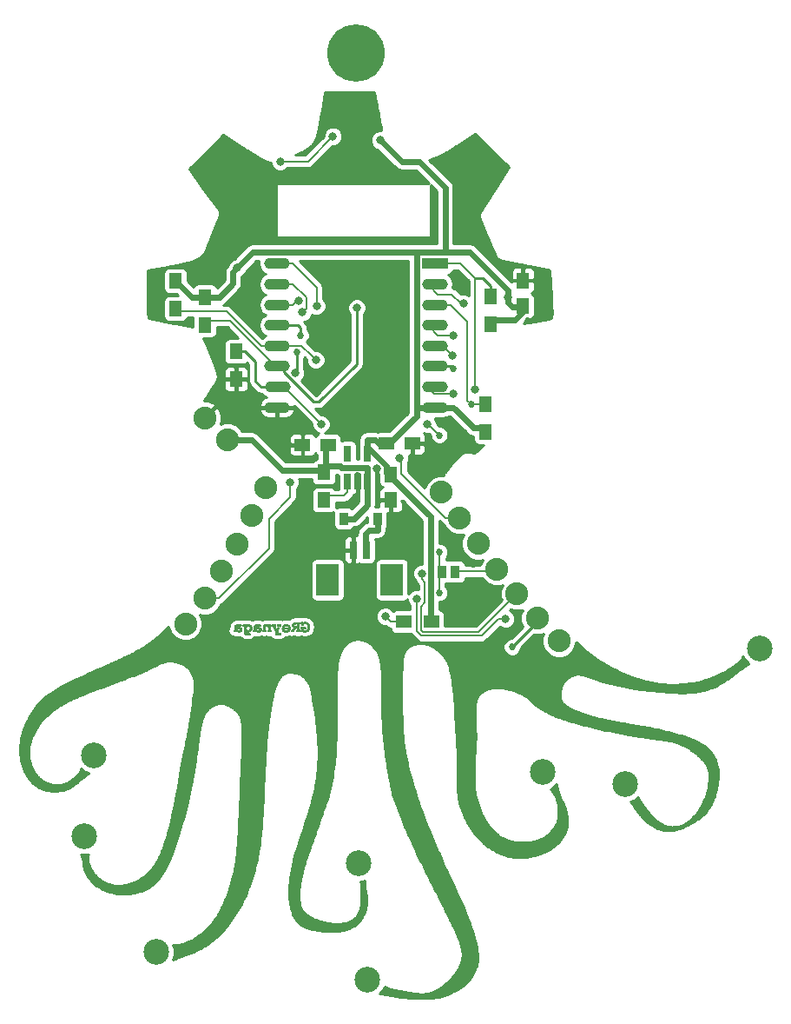
<source format=gbl>
G04 #@! TF.GenerationSoftware,KiCad,Pcbnew,no-vcs-found-d190aa4~59~ubuntu16.04.1*
G04 #@! TF.CreationDate,2017-09-23T21:20:39-06:00*
G04 #@! TF.ProjectId,001,3030312E6B696361645F706362000000,rev?*
G04 #@! TF.SameCoordinates,Original*
G04 #@! TF.FileFunction,Copper,L2,Bot,Signal*
G04 #@! TF.FilePolarity,Positive*
%FSLAX46Y46*%
G04 Gerber Fmt 4.6, Leading zero omitted, Abs format (unit mm)*
G04 Created by KiCad (PCBNEW no-vcs-found-d190aa4~59~ubuntu16.04.1) date Sat Sep 23 21:20:39 2017*
%MOMM*%
%LPD*%
G01*
G04 APERTURE LIST*
%ADD10C,0.010000*%
%ADD11R,0.900000X1.200000*%
%ADD12C,2.235200*%
%ADD13R,2.500000X1.100000*%
%ADD14O,2.500000X1.100000*%
%ADD15C,2.500000*%
%ADD16C,5.600000*%
%ADD17R,0.650000X1.560000*%
%ADD18R,1.500000X1.250000*%
%ADD19R,1.250000X1.500000*%
%ADD20R,1.300000X1.500000*%
%ADD21R,1.500000X1.300000*%
%ADD22R,0.800000X1.700000*%
%ADD23R,2.200000X3.100000*%
%ADD24R,0.970000X1.270000*%
%ADD25C,0.800000*%
%ADD26C,0.685800*%
%ADD27C,0.203200*%
%ADD28C,0.250000*%
%ADD29C,0.609600*%
%ADD30C,0.254000*%
G04 APERTURE END LIST*
D10*
G36*
X122968250Y-101962113D02*
X122953291Y-101962309D01*
X122941640Y-101962718D01*
X122932538Y-101963373D01*
X122925225Y-101964307D01*
X122918940Y-101965551D01*
X122912923Y-101967141D01*
X122909635Y-101968118D01*
X122890263Y-101975920D01*
X122875966Y-101986361D01*
X122866350Y-102000073D01*
X122861023Y-102017690D01*
X122859591Y-102039847D01*
X122859904Y-102048222D01*
X122861199Y-102062670D01*
X122863509Y-102073070D01*
X122867441Y-102081715D01*
X122869707Y-102085353D01*
X122882869Y-102099556D01*
X122901089Y-102110279D01*
X122923974Y-102117293D01*
X122925875Y-102117665D01*
X122936479Y-102119736D01*
X122944231Y-102121386D01*
X122947399Y-102122240D01*
X122946249Y-102125162D01*
X122942473Y-102133119D01*
X122936377Y-102145514D01*
X122928269Y-102161751D01*
X122918454Y-102181232D01*
X122907240Y-102203360D01*
X122894933Y-102227539D01*
X122881840Y-102253171D01*
X122868268Y-102279659D01*
X122854523Y-102306407D01*
X122840912Y-102332818D01*
X122827742Y-102358294D01*
X122815319Y-102382239D01*
X122803951Y-102404056D01*
X122793943Y-102423148D01*
X122785604Y-102438918D01*
X122779238Y-102450768D01*
X122775153Y-102458103D01*
X122773679Y-102460350D01*
X122771798Y-102457630D01*
X122767187Y-102449795D01*
X122760113Y-102437325D01*
X122750841Y-102420703D01*
X122739639Y-102400411D01*
X122726772Y-102376931D01*
X122712506Y-102350747D01*
X122697108Y-102322339D01*
X122680844Y-102292191D01*
X122680354Y-102291281D01*
X122589371Y-102122212D01*
X122607491Y-102119860D01*
X122633579Y-102114269D01*
X122654576Y-102104963D01*
X122670432Y-102091998D01*
X122681098Y-102075428D01*
X122686524Y-102055311D01*
X122686660Y-102031700D01*
X122686596Y-102031071D01*
X122683557Y-102013772D01*
X122677880Y-102000231D01*
X122668456Y-101988045D01*
X122665298Y-101984843D01*
X122659691Y-101979618D01*
X122654135Y-101975330D01*
X122647953Y-101971881D01*
X122640468Y-101969169D01*
X122631001Y-101967094D01*
X122618874Y-101965556D01*
X122603412Y-101964455D01*
X122583935Y-101963689D01*
X122559765Y-101963160D01*
X122530227Y-101962766D01*
X122515113Y-101962608D01*
X122485450Y-101962328D01*
X122461384Y-101962166D01*
X122442164Y-101962154D01*
X122427035Y-101962323D01*
X122415247Y-101962703D01*
X122406048Y-101963328D01*
X122398684Y-101964226D01*
X122392403Y-101965431D01*
X122386454Y-101966973D01*
X122382577Y-101968120D01*
X122362593Y-101976421D01*
X122347998Y-101987704D01*
X122338402Y-102002319D01*
X122335490Y-102010499D01*
X122332849Y-102026390D01*
X122332623Y-102044484D01*
X122334639Y-102062279D01*
X122338724Y-102077270D01*
X122340373Y-102080937D01*
X122350174Y-102093978D01*
X122364612Y-102105335D01*
X122381996Y-102113878D01*
X122395123Y-102117599D01*
X122413306Y-102121176D01*
X122591803Y-102460292D01*
X122614526Y-102503472D01*
X122636409Y-102545083D01*
X122657275Y-102584779D01*
X122676941Y-102622217D01*
X122695228Y-102657053D01*
X122711955Y-102688941D01*
X122726942Y-102717539D01*
X122740008Y-102742502D01*
X122750973Y-102763486D01*
X122759657Y-102780145D01*
X122765879Y-102792137D01*
X122769458Y-102799117D01*
X122770300Y-102800858D01*
X122767386Y-102801767D01*
X122759656Y-102802876D01*
X122748634Y-102803978D01*
X122745694Y-102804216D01*
X122720380Y-102807588D01*
X122700401Y-102813522D01*
X122685170Y-102822294D01*
X122674097Y-102834182D01*
X122670922Y-102839453D01*
X122667339Y-102847473D01*
X122665203Y-102856276D01*
X122664188Y-102867818D01*
X122663961Y-102881037D01*
X122664162Y-102895451D01*
X122665064Y-102905540D01*
X122667069Y-102913320D01*
X122670582Y-102920809D01*
X122672641Y-102924417D01*
X122682008Y-102937082D01*
X122693946Y-102946565D01*
X122709978Y-102953927D01*
X122719283Y-102956934D01*
X122723437Y-102957968D01*
X122728651Y-102958853D01*
X122735409Y-102959599D01*
X122744197Y-102960217D01*
X122755499Y-102960719D01*
X122769801Y-102961114D01*
X122787589Y-102961414D01*
X122809346Y-102961629D01*
X122835558Y-102961770D01*
X122866710Y-102961848D01*
X122903288Y-102961873D01*
X122941533Y-102961860D01*
X122984158Y-102961810D01*
X123020879Y-102961714D01*
X123052139Y-102961563D01*
X123078384Y-102961349D01*
X123100059Y-102961061D01*
X123117608Y-102960690D01*
X123131477Y-102960227D01*
X123142111Y-102959662D01*
X123149954Y-102958987D01*
X123155452Y-102958190D01*
X123159049Y-102957264D01*
X123159054Y-102957262D01*
X123174387Y-102950138D01*
X123186383Y-102940220D01*
X123197125Y-102925776D01*
X123197338Y-102925435D01*
X123202404Y-102916379D01*
X123205457Y-102907817D01*
X123207106Y-102897391D01*
X123207890Y-102884466D01*
X123208160Y-102870583D01*
X123207391Y-102860777D01*
X123205214Y-102852813D01*
X123201296Y-102844525D01*
X123193956Y-102833894D01*
X123184612Y-102824233D01*
X123181219Y-102821585D01*
X123173427Y-102816644D01*
X123165239Y-102812661D01*
X123155892Y-102809537D01*
X123144620Y-102807172D01*
X123130659Y-102805466D01*
X123113244Y-102804321D01*
X123091611Y-102803637D01*
X123064994Y-102803314D01*
X123040147Y-102803250D01*
X122949378Y-102803250D01*
X122906670Y-102723265D01*
X122895721Y-102702659D01*
X122885854Y-102683898D01*
X122877440Y-102667703D01*
X122870850Y-102654793D01*
X122866454Y-102645889D01*
X122864623Y-102641713D01*
X122864598Y-102641509D01*
X122866112Y-102638490D01*
X122870331Y-102630224D01*
X122877049Y-102617111D01*
X122886062Y-102599548D01*
X122897165Y-102577933D01*
X122910153Y-102552665D01*
X122924822Y-102524141D01*
X122940967Y-102492760D01*
X122958383Y-102458921D01*
X122976865Y-102423021D01*
X122996210Y-102385459D01*
X122998520Y-102380975D01*
X123131807Y-102122212D01*
X123145523Y-102118580D01*
X123168313Y-102110745D01*
X123185496Y-102100493D01*
X123197541Y-102087244D01*
X123204919Y-102070420D01*
X123208101Y-102049441D01*
X123208311Y-102041250D01*
X123206657Y-102019293D01*
X123201294Y-102001885D01*
X123191623Y-101988039D01*
X123177046Y-101976767D01*
X123165548Y-101970761D01*
X123161107Y-101968803D01*
X123156683Y-101967223D01*
X123151557Y-101965972D01*
X123145009Y-101965003D01*
X123136320Y-101964268D01*
X123124769Y-101963719D01*
X123109637Y-101963309D01*
X123090204Y-101962989D01*
X123065750Y-101962712D01*
X123040583Y-101962476D01*
X123011136Y-101962230D01*
X122987278Y-101962097D01*
X122968250Y-101962113D01*
X122968250Y-101962113D01*
G37*
X122968250Y-101962113D02*
X122953291Y-101962309D01*
X122941640Y-101962718D01*
X122932538Y-101963373D01*
X122925225Y-101964307D01*
X122918940Y-101965551D01*
X122912923Y-101967141D01*
X122909635Y-101968118D01*
X122890263Y-101975920D01*
X122875966Y-101986361D01*
X122866350Y-102000073D01*
X122861023Y-102017690D01*
X122859591Y-102039847D01*
X122859904Y-102048222D01*
X122861199Y-102062670D01*
X122863509Y-102073070D01*
X122867441Y-102081715D01*
X122869707Y-102085353D01*
X122882869Y-102099556D01*
X122901089Y-102110279D01*
X122923974Y-102117293D01*
X122925875Y-102117665D01*
X122936479Y-102119736D01*
X122944231Y-102121386D01*
X122947399Y-102122240D01*
X122946249Y-102125162D01*
X122942473Y-102133119D01*
X122936377Y-102145514D01*
X122928269Y-102161751D01*
X122918454Y-102181232D01*
X122907240Y-102203360D01*
X122894933Y-102227539D01*
X122881840Y-102253171D01*
X122868268Y-102279659D01*
X122854523Y-102306407D01*
X122840912Y-102332818D01*
X122827742Y-102358294D01*
X122815319Y-102382239D01*
X122803951Y-102404056D01*
X122793943Y-102423148D01*
X122785604Y-102438918D01*
X122779238Y-102450768D01*
X122775153Y-102458103D01*
X122773679Y-102460350D01*
X122771798Y-102457630D01*
X122767187Y-102449795D01*
X122760113Y-102437325D01*
X122750841Y-102420703D01*
X122739639Y-102400411D01*
X122726772Y-102376931D01*
X122712506Y-102350747D01*
X122697108Y-102322339D01*
X122680844Y-102292191D01*
X122680354Y-102291281D01*
X122589371Y-102122212D01*
X122607491Y-102119860D01*
X122633579Y-102114269D01*
X122654576Y-102104963D01*
X122670432Y-102091998D01*
X122681098Y-102075428D01*
X122686524Y-102055311D01*
X122686660Y-102031700D01*
X122686596Y-102031071D01*
X122683557Y-102013772D01*
X122677880Y-102000231D01*
X122668456Y-101988045D01*
X122665298Y-101984843D01*
X122659691Y-101979618D01*
X122654135Y-101975330D01*
X122647953Y-101971881D01*
X122640468Y-101969169D01*
X122631001Y-101967094D01*
X122618874Y-101965556D01*
X122603412Y-101964455D01*
X122583935Y-101963689D01*
X122559765Y-101963160D01*
X122530227Y-101962766D01*
X122515113Y-101962608D01*
X122485450Y-101962328D01*
X122461384Y-101962166D01*
X122442164Y-101962154D01*
X122427035Y-101962323D01*
X122415247Y-101962703D01*
X122406048Y-101963328D01*
X122398684Y-101964226D01*
X122392403Y-101965431D01*
X122386454Y-101966973D01*
X122382577Y-101968120D01*
X122362593Y-101976421D01*
X122347998Y-101987704D01*
X122338402Y-102002319D01*
X122335490Y-102010499D01*
X122332849Y-102026390D01*
X122332623Y-102044484D01*
X122334639Y-102062279D01*
X122338724Y-102077270D01*
X122340373Y-102080937D01*
X122350174Y-102093978D01*
X122364612Y-102105335D01*
X122381996Y-102113878D01*
X122395123Y-102117599D01*
X122413306Y-102121176D01*
X122591803Y-102460292D01*
X122614526Y-102503472D01*
X122636409Y-102545083D01*
X122657275Y-102584779D01*
X122676941Y-102622217D01*
X122695228Y-102657053D01*
X122711955Y-102688941D01*
X122726942Y-102717539D01*
X122740008Y-102742502D01*
X122750973Y-102763486D01*
X122759657Y-102780145D01*
X122765879Y-102792137D01*
X122769458Y-102799117D01*
X122770300Y-102800858D01*
X122767386Y-102801767D01*
X122759656Y-102802876D01*
X122748634Y-102803978D01*
X122745694Y-102804216D01*
X122720380Y-102807588D01*
X122700401Y-102813522D01*
X122685170Y-102822294D01*
X122674097Y-102834182D01*
X122670922Y-102839453D01*
X122667339Y-102847473D01*
X122665203Y-102856276D01*
X122664188Y-102867818D01*
X122663961Y-102881037D01*
X122664162Y-102895451D01*
X122665064Y-102905540D01*
X122667069Y-102913320D01*
X122670582Y-102920809D01*
X122672641Y-102924417D01*
X122682008Y-102937082D01*
X122693946Y-102946565D01*
X122709978Y-102953927D01*
X122719283Y-102956934D01*
X122723437Y-102957968D01*
X122728651Y-102958853D01*
X122735409Y-102959599D01*
X122744197Y-102960217D01*
X122755499Y-102960719D01*
X122769801Y-102961114D01*
X122787589Y-102961414D01*
X122809346Y-102961629D01*
X122835558Y-102961770D01*
X122866710Y-102961848D01*
X122903288Y-102961873D01*
X122941533Y-102961860D01*
X122984158Y-102961810D01*
X123020879Y-102961714D01*
X123052139Y-102961563D01*
X123078384Y-102961349D01*
X123100059Y-102961061D01*
X123117608Y-102960690D01*
X123131477Y-102960227D01*
X123142111Y-102959662D01*
X123149954Y-102958987D01*
X123155452Y-102958190D01*
X123159049Y-102957264D01*
X123159054Y-102957262D01*
X123174387Y-102950138D01*
X123186383Y-102940220D01*
X123197125Y-102925776D01*
X123197338Y-102925435D01*
X123202404Y-102916379D01*
X123205457Y-102907817D01*
X123207106Y-102897391D01*
X123207890Y-102884466D01*
X123208160Y-102870583D01*
X123207391Y-102860777D01*
X123205214Y-102852813D01*
X123201296Y-102844525D01*
X123193956Y-102833894D01*
X123184612Y-102824233D01*
X123181219Y-102821585D01*
X123173427Y-102816644D01*
X123165239Y-102812661D01*
X123155892Y-102809537D01*
X123144620Y-102807172D01*
X123130659Y-102805466D01*
X123113244Y-102804321D01*
X123091611Y-102803637D01*
X123064994Y-102803314D01*
X123040147Y-102803250D01*
X122949378Y-102803250D01*
X122906670Y-102723265D01*
X122895721Y-102702659D01*
X122885854Y-102683898D01*
X122877440Y-102667703D01*
X122870850Y-102654793D01*
X122866454Y-102645889D01*
X122864623Y-102641713D01*
X122864598Y-102641509D01*
X122866112Y-102638490D01*
X122870331Y-102630224D01*
X122877049Y-102617111D01*
X122886062Y-102599548D01*
X122897165Y-102577933D01*
X122910153Y-102552665D01*
X122924822Y-102524141D01*
X122940967Y-102492760D01*
X122958383Y-102458921D01*
X122976865Y-102423021D01*
X122996210Y-102385459D01*
X122998520Y-102380975D01*
X123131807Y-102122212D01*
X123145523Y-102118580D01*
X123168313Y-102110745D01*
X123185496Y-102100493D01*
X123197541Y-102087244D01*
X123204919Y-102070420D01*
X123208101Y-102049441D01*
X123208311Y-102041250D01*
X123206657Y-102019293D01*
X123201294Y-102001885D01*
X123191623Y-101988039D01*
X123177046Y-101976767D01*
X123165548Y-101970761D01*
X123161107Y-101968803D01*
X123156683Y-101967223D01*
X123151557Y-101965972D01*
X123145009Y-101965003D01*
X123136320Y-101964268D01*
X123124769Y-101963719D01*
X123109637Y-101963309D01*
X123090204Y-101962989D01*
X123065750Y-101962712D01*
X123040583Y-101962476D01*
X123011136Y-101962230D01*
X122987278Y-101962097D01*
X122968250Y-101962113D01*
G36*
X119976466Y-101941660D02*
X119959432Y-101941945D01*
X119946101Y-101942554D01*
X119935150Y-101943605D01*
X119925255Y-101945219D01*
X119915093Y-101947514D01*
X119905797Y-101949944D01*
X119871204Y-101961379D01*
X119837598Y-101976439D01*
X119807354Y-101994029D01*
X119801675Y-101997925D01*
X119781038Y-102012529D01*
X119779194Y-101961875D01*
X119673116Y-101961875D01*
X119643729Y-101961979D01*
X119617114Y-101962282D01*
X119593961Y-101962762D01*
X119574963Y-101963401D01*
X119560811Y-101964180D01*
X119552197Y-101965079D01*
X119551319Y-101965246D01*
X119529957Y-101972648D01*
X119512766Y-101984507D01*
X119500189Y-102000295D01*
X119492666Y-102019483D01*
X119490574Y-102038075D01*
X119492154Y-102058860D01*
X119497262Y-102075593D01*
X119506402Y-102089804D01*
X119508226Y-102091895D01*
X119521023Y-102103228D01*
X119536515Y-102111364D01*
X119555750Y-102116683D01*
X119579775Y-102119570D01*
X119584857Y-102119869D01*
X119617525Y-102121536D01*
X119617528Y-102398099D01*
X119617550Y-102451492D01*
X119617625Y-102498947D01*
X119617766Y-102540873D01*
X119617990Y-102577681D01*
X119618310Y-102609784D01*
X119618741Y-102637591D01*
X119619298Y-102661513D01*
X119619996Y-102681962D01*
X119620849Y-102699348D01*
X119621872Y-102714082D01*
X119623079Y-102726575D01*
X119624486Y-102737238D01*
X119626107Y-102746482D01*
X119627956Y-102754717D01*
X119630048Y-102762355D01*
X119630597Y-102764174D01*
X119645456Y-102802047D01*
X119665699Y-102836917D01*
X119690932Y-102868414D01*
X119720760Y-102896170D01*
X119754789Y-102919814D01*
X119792625Y-102938978D01*
X119831838Y-102952725D01*
X119838291Y-102954473D01*
X119844525Y-102955916D01*
X119851215Y-102957089D01*
X119859037Y-102958026D01*
X119868667Y-102958759D01*
X119880778Y-102959324D01*
X119896047Y-102959753D01*
X119915148Y-102960080D01*
X119938758Y-102960339D01*
X119967549Y-102960564D01*
X119992175Y-102960725D01*
X120021634Y-102960841D01*
X120049373Y-102960817D01*
X120074677Y-102960662D01*
X120096827Y-102960387D01*
X120115108Y-102960002D01*
X120128802Y-102959517D01*
X120137192Y-102958942D01*
X120139069Y-102958652D01*
X120161200Y-102950639D01*
X120178641Y-102938692D01*
X120191127Y-102923059D01*
X120198394Y-102903986D01*
X120198589Y-102903074D01*
X120200983Y-102880178D01*
X120198650Y-102858890D01*
X120191857Y-102840308D01*
X120180866Y-102825533D01*
X120179688Y-102824434D01*
X120173419Y-102819288D01*
X120166628Y-102815037D01*
X120158666Y-102811596D01*
X120148889Y-102808884D01*
X120136649Y-102806816D01*
X120121302Y-102805310D01*
X120102200Y-102804281D01*
X120078697Y-102803646D01*
X120050148Y-102803322D01*
X120015906Y-102803226D01*
X120015361Y-102803226D01*
X119981419Y-102803140D01*
X119953103Y-102802854D01*
X119929692Y-102802301D01*
X119910465Y-102801413D01*
X119894700Y-102800124D01*
X119881676Y-102798367D01*
X119870669Y-102796074D01*
X119860960Y-102793178D01*
X119851826Y-102789611D01*
X119847321Y-102787589D01*
X119824564Y-102774346D01*
X119806724Y-102757734D01*
X119792871Y-102736860D01*
X119791387Y-102733936D01*
X119781038Y-102712930D01*
X119778938Y-102596290D01*
X119798649Y-102609675D01*
X119822580Y-102624131D01*
X119850304Y-102637949D01*
X119879283Y-102649972D01*
X119906562Y-102658924D01*
X119938038Y-102665460D01*
X119973351Y-102669053D01*
X120010726Y-102669732D01*
X120048388Y-102667527D01*
X120084562Y-102662466D01*
X120114413Y-102655485D01*
X120156940Y-102640021D01*
X120197004Y-102619181D01*
X120234084Y-102593493D01*
X120267660Y-102563488D01*
X120297214Y-102529695D01*
X120322225Y-102492643D01*
X120342173Y-102452861D01*
X120356540Y-102410880D01*
X120357275Y-102408060D01*
X120366740Y-102359106D01*
X120370239Y-102310127D01*
X120369973Y-102304775D01*
X120209046Y-102304775D01*
X120206142Y-102340612D01*
X120197492Y-102373789D01*
X120183022Y-102404503D01*
X120162654Y-102432953D01*
X120158261Y-102437954D01*
X120130770Y-102463816D01*
X120100282Y-102484214D01*
X120067295Y-102498986D01*
X120032305Y-102507971D01*
X119995808Y-102511008D01*
X119958300Y-102507936D01*
X119948385Y-102506105D01*
X119914390Y-102496076D01*
X119882812Y-102480813D01*
X119854278Y-102460909D01*
X119829415Y-102436957D01*
X119808850Y-102409549D01*
X119793210Y-102379279D01*
X119783985Y-102350607D01*
X119780305Y-102325339D01*
X119780006Y-102297443D01*
X119782946Y-102269575D01*
X119788982Y-102244388D01*
X119789832Y-102241888D01*
X119804281Y-102210068D01*
X119823799Y-102181332D01*
X119847670Y-102156136D01*
X119875182Y-102134937D01*
X119905622Y-102118192D01*
X119938274Y-102106358D01*
X119972427Y-102099892D01*
X120007366Y-102099250D01*
X120012032Y-102099628D01*
X120032146Y-102102031D01*
X120049291Y-102105536D01*
X120065900Y-102110833D01*
X120084405Y-102118616D01*
X120093091Y-102122679D01*
X120108278Y-102130409D01*
X120120642Y-102138102D01*
X120132310Y-102147292D01*
X120145408Y-102159511D01*
X120148752Y-102162817D01*
X120172030Y-102189171D01*
X120189325Y-102216252D01*
X120201004Y-102244923D01*
X120207434Y-102276046D01*
X120209046Y-102304775D01*
X120369973Y-102304775D01*
X120367825Y-102261724D01*
X120359552Y-102214499D01*
X120345473Y-102169051D01*
X120333483Y-102141262D01*
X120320394Y-102116145D01*
X120306588Y-102094162D01*
X120290791Y-102073610D01*
X120271726Y-102052784D01*
X120255016Y-102036433D01*
X120219871Y-102006996D01*
X120182324Y-101983064D01*
X120141658Y-101964257D01*
X120097156Y-101950192D01*
X120089202Y-101948256D01*
X120077618Y-101945781D01*
X120066325Y-101943983D01*
X120053983Y-101942762D01*
X120039251Y-101942021D01*
X120020788Y-101941660D01*
X119998525Y-101941579D01*
X119976466Y-101941660D01*
X119976466Y-101941660D01*
G37*
X119976466Y-101941660D02*
X119959432Y-101941945D01*
X119946101Y-101942554D01*
X119935150Y-101943605D01*
X119925255Y-101945219D01*
X119915093Y-101947514D01*
X119905797Y-101949944D01*
X119871204Y-101961379D01*
X119837598Y-101976439D01*
X119807354Y-101994029D01*
X119801675Y-101997925D01*
X119781038Y-102012529D01*
X119779194Y-101961875D01*
X119673116Y-101961875D01*
X119643729Y-101961979D01*
X119617114Y-101962282D01*
X119593961Y-101962762D01*
X119574963Y-101963401D01*
X119560811Y-101964180D01*
X119552197Y-101965079D01*
X119551319Y-101965246D01*
X119529957Y-101972648D01*
X119512766Y-101984507D01*
X119500189Y-102000295D01*
X119492666Y-102019483D01*
X119490574Y-102038075D01*
X119492154Y-102058860D01*
X119497262Y-102075593D01*
X119506402Y-102089804D01*
X119508226Y-102091895D01*
X119521023Y-102103228D01*
X119536515Y-102111364D01*
X119555750Y-102116683D01*
X119579775Y-102119570D01*
X119584857Y-102119869D01*
X119617525Y-102121536D01*
X119617528Y-102398099D01*
X119617550Y-102451492D01*
X119617625Y-102498947D01*
X119617766Y-102540873D01*
X119617990Y-102577681D01*
X119618310Y-102609784D01*
X119618741Y-102637591D01*
X119619298Y-102661513D01*
X119619996Y-102681962D01*
X119620849Y-102699348D01*
X119621872Y-102714082D01*
X119623079Y-102726575D01*
X119624486Y-102737238D01*
X119626107Y-102746482D01*
X119627956Y-102754717D01*
X119630048Y-102762355D01*
X119630597Y-102764174D01*
X119645456Y-102802047D01*
X119665699Y-102836917D01*
X119690932Y-102868414D01*
X119720760Y-102896170D01*
X119754789Y-102919814D01*
X119792625Y-102938978D01*
X119831838Y-102952725D01*
X119838291Y-102954473D01*
X119844525Y-102955916D01*
X119851215Y-102957089D01*
X119859037Y-102958026D01*
X119868667Y-102958759D01*
X119880778Y-102959324D01*
X119896047Y-102959753D01*
X119915148Y-102960080D01*
X119938758Y-102960339D01*
X119967549Y-102960564D01*
X119992175Y-102960725D01*
X120021634Y-102960841D01*
X120049373Y-102960817D01*
X120074677Y-102960662D01*
X120096827Y-102960387D01*
X120115108Y-102960002D01*
X120128802Y-102959517D01*
X120137192Y-102958942D01*
X120139069Y-102958652D01*
X120161200Y-102950639D01*
X120178641Y-102938692D01*
X120191127Y-102923059D01*
X120198394Y-102903986D01*
X120198589Y-102903074D01*
X120200983Y-102880178D01*
X120198650Y-102858890D01*
X120191857Y-102840308D01*
X120180866Y-102825533D01*
X120179688Y-102824434D01*
X120173419Y-102819288D01*
X120166628Y-102815037D01*
X120158666Y-102811596D01*
X120148889Y-102808884D01*
X120136649Y-102806816D01*
X120121302Y-102805310D01*
X120102200Y-102804281D01*
X120078697Y-102803646D01*
X120050148Y-102803322D01*
X120015906Y-102803226D01*
X120015361Y-102803226D01*
X119981419Y-102803140D01*
X119953103Y-102802854D01*
X119929692Y-102802301D01*
X119910465Y-102801413D01*
X119894700Y-102800124D01*
X119881676Y-102798367D01*
X119870669Y-102796074D01*
X119860960Y-102793178D01*
X119851826Y-102789611D01*
X119847321Y-102787589D01*
X119824564Y-102774346D01*
X119806724Y-102757734D01*
X119792871Y-102736860D01*
X119791387Y-102733936D01*
X119781038Y-102712930D01*
X119778938Y-102596290D01*
X119798649Y-102609675D01*
X119822580Y-102624131D01*
X119850304Y-102637949D01*
X119879283Y-102649972D01*
X119906562Y-102658924D01*
X119938038Y-102665460D01*
X119973351Y-102669053D01*
X120010726Y-102669732D01*
X120048388Y-102667527D01*
X120084562Y-102662466D01*
X120114413Y-102655485D01*
X120156940Y-102640021D01*
X120197004Y-102619181D01*
X120234084Y-102593493D01*
X120267660Y-102563488D01*
X120297214Y-102529695D01*
X120322225Y-102492643D01*
X120342173Y-102452861D01*
X120356540Y-102410880D01*
X120357275Y-102408060D01*
X120366740Y-102359106D01*
X120370239Y-102310127D01*
X120369973Y-102304775D01*
X120209046Y-102304775D01*
X120206142Y-102340612D01*
X120197492Y-102373789D01*
X120183022Y-102404503D01*
X120162654Y-102432953D01*
X120158261Y-102437954D01*
X120130770Y-102463816D01*
X120100282Y-102484214D01*
X120067295Y-102498986D01*
X120032305Y-102507971D01*
X119995808Y-102511008D01*
X119958300Y-102507936D01*
X119948385Y-102506105D01*
X119914390Y-102496076D01*
X119882812Y-102480813D01*
X119854278Y-102460909D01*
X119829415Y-102436957D01*
X119808850Y-102409549D01*
X119793210Y-102379279D01*
X119783985Y-102350607D01*
X119780305Y-102325339D01*
X119780006Y-102297443D01*
X119782946Y-102269575D01*
X119788982Y-102244388D01*
X119789832Y-102241888D01*
X119804281Y-102210068D01*
X119823799Y-102181332D01*
X119847670Y-102156136D01*
X119875182Y-102134937D01*
X119905622Y-102118192D01*
X119938274Y-102106358D01*
X119972427Y-102099892D01*
X120007366Y-102099250D01*
X120012032Y-102099628D01*
X120032146Y-102102031D01*
X120049291Y-102105536D01*
X120065900Y-102110833D01*
X120084405Y-102118616D01*
X120093091Y-102122679D01*
X120108278Y-102130409D01*
X120120642Y-102138102D01*
X120132310Y-102147292D01*
X120145408Y-102159511D01*
X120148752Y-102162817D01*
X120172030Y-102189171D01*
X120189325Y-102216252D01*
X120201004Y-102244923D01*
X120207434Y-102276046D01*
X120209046Y-102304775D01*
X120369973Y-102304775D01*
X120367825Y-102261724D01*
X120359552Y-102214499D01*
X120345473Y-102169051D01*
X120333483Y-102141262D01*
X120320394Y-102116145D01*
X120306588Y-102094162D01*
X120290791Y-102073610D01*
X120271726Y-102052784D01*
X120255016Y-102036433D01*
X120219871Y-102006996D01*
X120182324Y-101983064D01*
X120141658Y-101964257D01*
X120097156Y-101950192D01*
X120089202Y-101948256D01*
X120077618Y-101945781D01*
X120066325Y-101943983D01*
X120053983Y-101942762D01*
X120039251Y-101942021D01*
X120020788Y-101941660D01*
X119998525Y-101941579D01*
X119976466Y-101941660D01*
G36*
X123683884Y-101942384D02*
X123636811Y-101948283D01*
X123591582Y-101958483D01*
X123549176Y-101972904D01*
X123510576Y-101991462D01*
X123506663Y-101993718D01*
X123468234Y-102019249D01*
X123433048Y-102048595D01*
X123401801Y-102080997D01*
X123375187Y-102115699D01*
X123353901Y-102151945D01*
X123346275Y-102168486D01*
X123334737Y-102199800D01*
X123326198Y-102232397D01*
X123320448Y-102267499D01*
X123317278Y-102306327D01*
X123316456Y-102342081D01*
X123316400Y-102380975D01*
X123635828Y-102380975D01*
X123687944Y-102380979D01*
X123734072Y-102380996D01*
X123774572Y-102381032D01*
X123809805Y-102381093D01*
X123840133Y-102381186D01*
X123865917Y-102381317D01*
X123887518Y-102381492D01*
X123905298Y-102381718D01*
X123919616Y-102382001D01*
X123930836Y-102382347D01*
X123939317Y-102382763D01*
X123945421Y-102383255D01*
X123949509Y-102383829D01*
X123951942Y-102384491D01*
X123953082Y-102385249D01*
X123953289Y-102386107D01*
X123953174Y-102386531D01*
X123946496Y-102400203D01*
X123936311Y-102416052D01*
X123923966Y-102432159D01*
X123911229Y-102446189D01*
X123885802Y-102467167D01*
X123855554Y-102484372D01*
X123820825Y-102497727D01*
X123781959Y-102507153D01*
X123739296Y-102512574D01*
X123693179Y-102513913D01*
X123643950Y-102511091D01*
X123630706Y-102509669D01*
X123609965Y-102507020D01*
X123589825Y-102503943D01*
X123569033Y-102500189D01*
X123546337Y-102495512D01*
X123520483Y-102489662D01*
X123490219Y-102482390D01*
X123478325Y-102479456D01*
X123448700Y-102472452D01*
X123424278Y-102467560D01*
X123404268Y-102464795D01*
X123387882Y-102464171D01*
X123374328Y-102465705D01*
X123362817Y-102469409D01*
X123352558Y-102475300D01*
X123344331Y-102481947D01*
X123330379Y-102497442D01*
X123321986Y-102514322D01*
X123318442Y-102534167D01*
X123318226Y-102540242D01*
X123318464Y-102552597D01*
X123319994Y-102561271D01*
X123323528Y-102568904D01*
X123327647Y-102575143D01*
X123338306Y-102587692D01*
X123352153Y-102599173D01*
X123369791Y-102609897D01*
X123391823Y-102620176D01*
X123418853Y-102630320D01*
X123451484Y-102640640D01*
X123458825Y-102642778D01*
X123498396Y-102652649D01*
X123542301Y-102660885D01*
X123588665Y-102667163D01*
X123615817Y-102669769D01*
X123631393Y-102670740D01*
X123650934Y-102671511D01*
X123673094Y-102672072D01*
X123696527Y-102672415D01*
X123719888Y-102672531D01*
X123741831Y-102672410D01*
X123761011Y-102672045D01*
X123776080Y-102671425D01*
X123783125Y-102670873D01*
X123791117Y-102669732D01*
X123803291Y-102667660D01*
X123817611Y-102665013D01*
X123825106Y-102663552D01*
X123874358Y-102651004D01*
X123919675Y-102633627D01*
X123961502Y-102611187D01*
X124000285Y-102583450D01*
X124031018Y-102555708D01*
X124061311Y-102521967D01*
X124085718Y-102486688D01*
X124104543Y-102449217D01*
X124118087Y-102408903D01*
X124126654Y-102365092D01*
X124128931Y-102344462D01*
X124130328Y-102295106D01*
X124125816Y-102247855D01*
X124123571Y-102238100D01*
X123951119Y-102238100D01*
X123496687Y-102238100D01*
X123498806Y-102229368D01*
X123503653Y-102216890D01*
X123512265Y-102201973D01*
X123523550Y-102186264D01*
X123536411Y-102171412D01*
X123539208Y-102168557D01*
X123557702Y-102152775D01*
X123580178Y-102137722D01*
X123604307Y-102124826D01*
X123623035Y-102117095D01*
X123658927Y-102107426D01*
X123697591Y-102102283D01*
X123737392Y-102101649D01*
X123776697Y-102105505D01*
X123813871Y-102113835D01*
X123830138Y-102119289D01*
X123859353Y-102132735D01*
X123886047Y-102149822D01*
X123909358Y-102169766D01*
X123928424Y-102191780D01*
X123942383Y-102215079D01*
X123946691Y-102225550D01*
X123951119Y-102238100D01*
X124123571Y-102238100D01*
X124115468Y-102202893D01*
X124099358Y-102160405D01*
X124077559Y-102120576D01*
X124050146Y-102083593D01*
X124017191Y-102049639D01*
X124008694Y-102042157D01*
X123975335Y-102015885D01*
X123942100Y-101994583D01*
X123907131Y-101977187D01*
X123870982Y-101963435D01*
X123826349Y-101951313D01*
X123779633Y-101943818D01*
X123731818Y-101940869D01*
X123683884Y-101942384D01*
X123683884Y-101942384D01*
G37*
X123683884Y-101942384D02*
X123636811Y-101948283D01*
X123591582Y-101958483D01*
X123549176Y-101972904D01*
X123510576Y-101991462D01*
X123506663Y-101993718D01*
X123468234Y-102019249D01*
X123433048Y-102048595D01*
X123401801Y-102080997D01*
X123375187Y-102115699D01*
X123353901Y-102151945D01*
X123346275Y-102168486D01*
X123334737Y-102199800D01*
X123326198Y-102232397D01*
X123320448Y-102267499D01*
X123317278Y-102306327D01*
X123316456Y-102342081D01*
X123316400Y-102380975D01*
X123635828Y-102380975D01*
X123687944Y-102380979D01*
X123734072Y-102380996D01*
X123774572Y-102381032D01*
X123809805Y-102381093D01*
X123840133Y-102381186D01*
X123865917Y-102381317D01*
X123887518Y-102381492D01*
X123905298Y-102381718D01*
X123919616Y-102382001D01*
X123930836Y-102382347D01*
X123939317Y-102382763D01*
X123945421Y-102383255D01*
X123949509Y-102383829D01*
X123951942Y-102384491D01*
X123953082Y-102385249D01*
X123953289Y-102386107D01*
X123953174Y-102386531D01*
X123946496Y-102400203D01*
X123936311Y-102416052D01*
X123923966Y-102432159D01*
X123911229Y-102446189D01*
X123885802Y-102467167D01*
X123855554Y-102484372D01*
X123820825Y-102497727D01*
X123781959Y-102507153D01*
X123739296Y-102512574D01*
X123693179Y-102513913D01*
X123643950Y-102511091D01*
X123630706Y-102509669D01*
X123609965Y-102507020D01*
X123589825Y-102503943D01*
X123569033Y-102500189D01*
X123546337Y-102495512D01*
X123520483Y-102489662D01*
X123490219Y-102482390D01*
X123478325Y-102479456D01*
X123448700Y-102472452D01*
X123424278Y-102467560D01*
X123404268Y-102464795D01*
X123387882Y-102464171D01*
X123374328Y-102465705D01*
X123362817Y-102469409D01*
X123352558Y-102475300D01*
X123344331Y-102481947D01*
X123330379Y-102497442D01*
X123321986Y-102514322D01*
X123318442Y-102534167D01*
X123318226Y-102540242D01*
X123318464Y-102552597D01*
X123319994Y-102561271D01*
X123323528Y-102568904D01*
X123327647Y-102575143D01*
X123338306Y-102587692D01*
X123352153Y-102599173D01*
X123369791Y-102609897D01*
X123391823Y-102620176D01*
X123418853Y-102630320D01*
X123451484Y-102640640D01*
X123458825Y-102642778D01*
X123498396Y-102652649D01*
X123542301Y-102660885D01*
X123588665Y-102667163D01*
X123615817Y-102669769D01*
X123631393Y-102670740D01*
X123650934Y-102671511D01*
X123673094Y-102672072D01*
X123696527Y-102672415D01*
X123719888Y-102672531D01*
X123741831Y-102672410D01*
X123761011Y-102672045D01*
X123776080Y-102671425D01*
X123783125Y-102670873D01*
X123791117Y-102669732D01*
X123803291Y-102667660D01*
X123817611Y-102665013D01*
X123825106Y-102663552D01*
X123874358Y-102651004D01*
X123919675Y-102633627D01*
X123961502Y-102611187D01*
X124000285Y-102583450D01*
X124031018Y-102555708D01*
X124061311Y-102521967D01*
X124085718Y-102486688D01*
X124104543Y-102449217D01*
X124118087Y-102408903D01*
X124126654Y-102365092D01*
X124128931Y-102344462D01*
X124130328Y-102295106D01*
X124125816Y-102247855D01*
X124123571Y-102238100D01*
X123951119Y-102238100D01*
X123496687Y-102238100D01*
X123498806Y-102229368D01*
X123503653Y-102216890D01*
X123512265Y-102201973D01*
X123523550Y-102186264D01*
X123536411Y-102171412D01*
X123539208Y-102168557D01*
X123557702Y-102152775D01*
X123580178Y-102137722D01*
X123604307Y-102124826D01*
X123623035Y-102117095D01*
X123658927Y-102107426D01*
X123697591Y-102102283D01*
X123737392Y-102101649D01*
X123776697Y-102105505D01*
X123813871Y-102113835D01*
X123830138Y-102119289D01*
X123859353Y-102132735D01*
X123886047Y-102149822D01*
X123909358Y-102169766D01*
X123928424Y-102191780D01*
X123942383Y-102215079D01*
X123946691Y-102225550D01*
X123951119Y-102238100D01*
X124123571Y-102238100D01*
X124115468Y-102202893D01*
X124099358Y-102160405D01*
X124077559Y-102120576D01*
X124050146Y-102083593D01*
X124017191Y-102049639D01*
X124008694Y-102042157D01*
X123975335Y-102015885D01*
X123942100Y-101994583D01*
X123907131Y-101977187D01*
X123870982Y-101963435D01*
X123826349Y-101951313D01*
X123779633Y-101943818D01*
X123731818Y-101940869D01*
X123683884Y-101942384D01*
G36*
X120846144Y-101943179D02*
X120798474Y-101950327D01*
X120754884Y-101961989D01*
X120715543Y-101978131D01*
X120685353Y-101995493D01*
X120657653Y-102016876D01*
X120635286Y-102040846D01*
X120617473Y-102068268D01*
X120614218Y-102074587D01*
X120609743Y-102083854D01*
X120605921Y-102092548D01*
X120602699Y-102101240D01*
X120600027Y-102110499D01*
X120597852Y-102120896D01*
X120596125Y-102133003D01*
X120594794Y-102147390D01*
X120593807Y-102164627D01*
X120593114Y-102185284D01*
X120592663Y-102209933D01*
X120592403Y-102239145D01*
X120592283Y-102273488D01*
X120592251Y-102313535D01*
X120592250Y-102319341D01*
X120592250Y-102488925D01*
X120572196Y-102488925D01*
X120541704Y-102490827D01*
X120516210Y-102496520D01*
X120495751Y-102505983D01*
X120480362Y-102519196D01*
X120470076Y-102536136D01*
X120465490Y-102552706D01*
X120464205Y-102576668D01*
X120468289Y-102597901D01*
X120477475Y-102615939D01*
X120491498Y-102630314D01*
X120510092Y-102640559D01*
X120516777Y-102642834D01*
X120522427Y-102644186D01*
X120529766Y-102645274D01*
X120539470Y-102646122D01*
X120552215Y-102646756D01*
X120568676Y-102647203D01*
X120589528Y-102647488D01*
X120615447Y-102647636D01*
X120643627Y-102647675D01*
X120754175Y-102647675D01*
X120754175Y-102631800D01*
X120754480Y-102622741D01*
X120755259Y-102616993D01*
X120755869Y-102615925D01*
X120759427Y-102617244D01*
X120766730Y-102620628D01*
X120772537Y-102623502D01*
X120796723Y-102634233D01*
X120825500Y-102644525D01*
X120857112Y-102653867D01*
X120889800Y-102661746D01*
X120921808Y-102667651D01*
X120926510Y-102668345D01*
X120942170Y-102670022D01*
X120961751Y-102671293D01*
X120983743Y-102672141D01*
X121006636Y-102672552D01*
X121028920Y-102672509D01*
X121049086Y-102671998D01*
X121065621Y-102671002D01*
X121075106Y-102669866D01*
X121117812Y-102659891D01*
X121157535Y-102645055D01*
X121193696Y-102625650D01*
X121225718Y-102601970D01*
X121243793Y-102584683D01*
X121263936Y-102560917D01*
X121278573Y-102537626D01*
X121288267Y-102513412D01*
X121293579Y-102486878D01*
X121295076Y-102457175D01*
X121294984Y-102452945D01*
X121125650Y-102452945D01*
X121122599Y-102468023D01*
X121113643Y-102481504D01*
X121099085Y-102493142D01*
X121079225Y-102502695D01*
X121055800Y-102509599D01*
X121040963Y-102511765D01*
X121021606Y-102512860D01*
X120999460Y-102512925D01*
X120976258Y-102512004D01*
X120953730Y-102510139D01*
X120933609Y-102507373D01*
X120928800Y-102506475D01*
X120883630Y-102494747D01*
X120836537Y-102477309D01*
X120797038Y-102458978D01*
X120752588Y-102436537D01*
X120751697Y-102397643D01*
X120751545Y-102382774D01*
X120751781Y-102370526D01*
X120752354Y-102362114D01*
X120753216Y-102358752D01*
X120753284Y-102358737D01*
X120757336Y-102358262D01*
X120766102Y-102357000D01*
X120778027Y-102355180D01*
X120784338Y-102354187D01*
X120829390Y-102348105D01*
X120872386Y-102344411D01*
X120912568Y-102343107D01*
X120949177Y-102344194D01*
X120981453Y-102347673D01*
X121008639Y-102353545D01*
X121009645Y-102353840D01*
X121039857Y-102364537D01*
X121066252Y-102377388D01*
X121088376Y-102392004D01*
X121105776Y-102407999D01*
X121117998Y-102424985D01*
X121124588Y-102442573D01*
X121125650Y-102452945D01*
X121294984Y-102452945D01*
X121294702Y-102440122D01*
X121293520Y-102426853D01*
X121291124Y-102414814D01*
X121287106Y-102401452D01*
X121285410Y-102396476D01*
X121271801Y-102365337D01*
X121253104Y-102336246D01*
X121228779Y-102308408D01*
X121219438Y-102299372D01*
X121184030Y-102270295D01*
X121145312Y-102246060D01*
X121102928Y-102226507D01*
X121056523Y-102211476D01*
X121005742Y-102200806D01*
X120998269Y-102199652D01*
X120976402Y-102197377D01*
X120949720Y-102196134D01*
X120919666Y-102195869D01*
X120887681Y-102196530D01*
X120855208Y-102198061D01*
X120823688Y-102200411D01*
X120794563Y-102203524D01*
X120769276Y-102207348D01*
X120763959Y-102208362D01*
X120753509Y-102210452D01*
X120754636Y-102181703D01*
X120755354Y-102167637D01*
X120756503Y-102158101D01*
X120758566Y-102151276D01*
X120762030Y-102145343D01*
X120765537Y-102140758D01*
X120779884Y-102127093D01*
X120798757Y-102116441D01*
X120822446Y-102108715D01*
X120851242Y-102103827D01*
X120885436Y-102101692D01*
X120896687Y-102101574D01*
X120915246Y-102101750D01*
X120932119Y-102102377D01*
X120948501Y-102103608D01*
X120965585Y-102105597D01*
X120984563Y-102108497D01*
X121006630Y-102112459D01*
X121032978Y-102117636D01*
X121051038Y-102121328D01*
X121085070Y-102127871D01*
X121113527Y-102132267D01*
X121136803Y-102134542D01*
X121155290Y-102134720D01*
X121169380Y-102132826D01*
X121178495Y-102129444D01*
X121196433Y-102116213D01*
X121209586Y-102098946D01*
X121217679Y-102078080D01*
X121220003Y-102063872D01*
X121219803Y-102042221D01*
X121214759Y-102024128D01*
X121204592Y-102008739D01*
X121200704Y-102004717D01*
X121194492Y-101999246D01*
X121187781Y-101994734D01*
X121179279Y-101990584D01*
X121167696Y-101986197D01*
X121151738Y-101980975D01*
X121144659Y-101978770D01*
X121107665Y-101967914D01*
X121074092Y-101959431D01*
X121041761Y-101952909D01*
X121008496Y-101947937D01*
X120972119Y-101944103D01*
X120953052Y-101942556D01*
X120897726Y-101940578D01*
X120846144Y-101943179D01*
X120846144Y-101943179D01*
G37*
X120846144Y-101943179D02*
X120798474Y-101950327D01*
X120754884Y-101961989D01*
X120715543Y-101978131D01*
X120685353Y-101995493D01*
X120657653Y-102016876D01*
X120635286Y-102040846D01*
X120617473Y-102068268D01*
X120614218Y-102074587D01*
X120609743Y-102083854D01*
X120605921Y-102092548D01*
X120602699Y-102101240D01*
X120600027Y-102110499D01*
X120597852Y-102120896D01*
X120596125Y-102133003D01*
X120594794Y-102147390D01*
X120593807Y-102164627D01*
X120593114Y-102185284D01*
X120592663Y-102209933D01*
X120592403Y-102239145D01*
X120592283Y-102273488D01*
X120592251Y-102313535D01*
X120592250Y-102319341D01*
X120592250Y-102488925D01*
X120572196Y-102488925D01*
X120541704Y-102490827D01*
X120516210Y-102496520D01*
X120495751Y-102505983D01*
X120480362Y-102519196D01*
X120470076Y-102536136D01*
X120465490Y-102552706D01*
X120464205Y-102576668D01*
X120468289Y-102597901D01*
X120477475Y-102615939D01*
X120491498Y-102630314D01*
X120510092Y-102640559D01*
X120516777Y-102642834D01*
X120522427Y-102644186D01*
X120529766Y-102645274D01*
X120539470Y-102646122D01*
X120552215Y-102646756D01*
X120568676Y-102647203D01*
X120589528Y-102647488D01*
X120615447Y-102647636D01*
X120643627Y-102647675D01*
X120754175Y-102647675D01*
X120754175Y-102631800D01*
X120754480Y-102622741D01*
X120755259Y-102616993D01*
X120755869Y-102615925D01*
X120759427Y-102617244D01*
X120766730Y-102620628D01*
X120772537Y-102623502D01*
X120796723Y-102634233D01*
X120825500Y-102644525D01*
X120857112Y-102653867D01*
X120889800Y-102661746D01*
X120921808Y-102667651D01*
X120926510Y-102668345D01*
X120942170Y-102670022D01*
X120961751Y-102671293D01*
X120983743Y-102672141D01*
X121006636Y-102672552D01*
X121028920Y-102672509D01*
X121049086Y-102671998D01*
X121065621Y-102671002D01*
X121075106Y-102669866D01*
X121117812Y-102659891D01*
X121157535Y-102645055D01*
X121193696Y-102625650D01*
X121225718Y-102601970D01*
X121243793Y-102584683D01*
X121263936Y-102560917D01*
X121278573Y-102537626D01*
X121288267Y-102513412D01*
X121293579Y-102486878D01*
X121295076Y-102457175D01*
X121294984Y-102452945D01*
X121125650Y-102452945D01*
X121122599Y-102468023D01*
X121113643Y-102481504D01*
X121099085Y-102493142D01*
X121079225Y-102502695D01*
X121055800Y-102509599D01*
X121040963Y-102511765D01*
X121021606Y-102512860D01*
X120999460Y-102512925D01*
X120976258Y-102512004D01*
X120953730Y-102510139D01*
X120933609Y-102507373D01*
X120928800Y-102506475D01*
X120883630Y-102494747D01*
X120836537Y-102477309D01*
X120797038Y-102458978D01*
X120752588Y-102436537D01*
X120751697Y-102397643D01*
X120751545Y-102382774D01*
X120751781Y-102370526D01*
X120752354Y-102362114D01*
X120753216Y-102358752D01*
X120753284Y-102358737D01*
X120757336Y-102358262D01*
X120766102Y-102357000D01*
X120778027Y-102355180D01*
X120784338Y-102354187D01*
X120829390Y-102348105D01*
X120872386Y-102344411D01*
X120912568Y-102343107D01*
X120949177Y-102344194D01*
X120981453Y-102347673D01*
X121008639Y-102353545D01*
X121009645Y-102353840D01*
X121039857Y-102364537D01*
X121066252Y-102377388D01*
X121088376Y-102392004D01*
X121105776Y-102407999D01*
X121117998Y-102424985D01*
X121124588Y-102442573D01*
X121125650Y-102452945D01*
X121294984Y-102452945D01*
X121294702Y-102440122D01*
X121293520Y-102426853D01*
X121291124Y-102414814D01*
X121287106Y-102401452D01*
X121285410Y-102396476D01*
X121271801Y-102365337D01*
X121253104Y-102336246D01*
X121228779Y-102308408D01*
X121219438Y-102299372D01*
X121184030Y-102270295D01*
X121145312Y-102246060D01*
X121102928Y-102226507D01*
X121056523Y-102211476D01*
X121005742Y-102200806D01*
X120998269Y-102199652D01*
X120976402Y-102197377D01*
X120949720Y-102196134D01*
X120919666Y-102195869D01*
X120887681Y-102196530D01*
X120855208Y-102198061D01*
X120823688Y-102200411D01*
X120794563Y-102203524D01*
X120769276Y-102207348D01*
X120763959Y-102208362D01*
X120753509Y-102210452D01*
X120754636Y-102181703D01*
X120755354Y-102167637D01*
X120756503Y-102158101D01*
X120758566Y-102151276D01*
X120762030Y-102145343D01*
X120765537Y-102140758D01*
X120779884Y-102127093D01*
X120798757Y-102116441D01*
X120822446Y-102108715D01*
X120851242Y-102103827D01*
X120885436Y-102101692D01*
X120896687Y-102101574D01*
X120915246Y-102101750D01*
X120932119Y-102102377D01*
X120948501Y-102103608D01*
X120965585Y-102105597D01*
X120984563Y-102108497D01*
X121006630Y-102112459D01*
X121032978Y-102117636D01*
X121051038Y-102121328D01*
X121085070Y-102127871D01*
X121113527Y-102132267D01*
X121136803Y-102134542D01*
X121155290Y-102134720D01*
X121169380Y-102132826D01*
X121178495Y-102129444D01*
X121196433Y-102116213D01*
X121209586Y-102098946D01*
X121217679Y-102078080D01*
X121220003Y-102063872D01*
X121219803Y-102042221D01*
X121214759Y-102024128D01*
X121204592Y-102008739D01*
X121200704Y-102004717D01*
X121194492Y-101999246D01*
X121187781Y-101994734D01*
X121179279Y-101990584D01*
X121167696Y-101986197D01*
X121151738Y-101980975D01*
X121144659Y-101978770D01*
X121107665Y-101967914D01*
X121074092Y-101959431D01*
X121041761Y-101952909D01*
X121008496Y-101947937D01*
X120972119Y-101944103D01*
X120953052Y-101942556D01*
X120897726Y-101940578D01*
X120846144Y-101943179D01*
G36*
X118980142Y-101942379D02*
X118933046Y-101947803D01*
X118889820Y-101957133D01*
X118872988Y-101962228D01*
X118838997Y-101976027D01*
X118807816Y-101993688D01*
X118780231Y-102014581D01*
X118757026Y-102038079D01*
X118738987Y-102063554D01*
X118733605Y-102073715D01*
X118729346Y-102082722D01*
X118725710Y-102091047D01*
X118722648Y-102099261D01*
X118720110Y-102107933D01*
X118718048Y-102117635D01*
X118716411Y-102128937D01*
X118715150Y-102142409D01*
X118714216Y-102158622D01*
X118713559Y-102178147D01*
X118713130Y-102201554D01*
X118712878Y-102229413D01*
X118712755Y-102262295D01*
X118712711Y-102300771D01*
X118712706Y-102314615D01*
X118712650Y-102487968D01*
X118680107Y-102489850D01*
X118653064Y-102492687D01*
X118631325Y-102497948D01*
X118614202Y-102505953D01*
X118601007Y-102517022D01*
X118591211Y-102531177D01*
X118587308Y-102540056D01*
X118585112Y-102549785D01*
X118584221Y-102562577D01*
X118584139Y-102570205D01*
X118584399Y-102583815D01*
X118585520Y-102593359D01*
X118588030Y-102601109D01*
X118592460Y-102609343D01*
X118593737Y-102611432D01*
X118602021Y-102622518D01*
X118612286Y-102630963D01*
X118622035Y-102636513D01*
X118640746Y-102646087D01*
X118757661Y-102647027D01*
X118874575Y-102647967D01*
X118874575Y-102616005D01*
X118892832Y-102624348D01*
X118919465Y-102635360D01*
X118949814Y-102645986D01*
X118981262Y-102655377D01*
X119011100Y-102662666D01*
X119031521Y-102666117D01*
X119055973Y-102668859D01*
X119082966Y-102670848D01*
X119111008Y-102672042D01*
X119138606Y-102672396D01*
X119164269Y-102671866D01*
X119186504Y-102670409D01*
X119202426Y-102668256D01*
X119242266Y-102658251D01*
X119279246Y-102644045D01*
X119312867Y-102626029D01*
X119342629Y-102604591D01*
X119368032Y-102580122D01*
X119388577Y-102553011D01*
X119403765Y-102523647D01*
X119409655Y-102506672D01*
X119413029Y-102488572D01*
X119414281Y-102466682D01*
X119413891Y-102454683D01*
X119245981Y-102454683D01*
X119243001Y-102467425D01*
X119234390Y-102479693D01*
X119220863Y-102490927D01*
X119203139Y-102500573D01*
X119181935Y-102508072D01*
X119174925Y-102509838D01*
X119158022Y-102512315D01*
X119136617Y-102513322D01*
X119112364Y-102512936D01*
X119086921Y-102511231D01*
X119061944Y-102508282D01*
X119039090Y-102504163D01*
X119036500Y-102503578D01*
X119002875Y-102494668D01*
X118970979Y-102483706D01*
X118938559Y-102469843D01*
X118911088Y-102456278D01*
X118872988Y-102436535D01*
X118872099Y-102397985D01*
X118871211Y-102359434D01*
X118891231Y-102355948D01*
X118929182Y-102350260D01*
X118967356Y-102346262D01*
X119004693Y-102343974D01*
X119040135Y-102343412D01*
X119072625Y-102344595D01*
X119101104Y-102347539D01*
X119123813Y-102352073D01*
X119153238Y-102361732D01*
X119179593Y-102373897D01*
X119202326Y-102388104D01*
X119220883Y-102403888D01*
X119234712Y-102420785D01*
X119243258Y-102438329D01*
X119245981Y-102454683D01*
X119413891Y-102454683D01*
X119413516Y-102443160D01*
X119410841Y-102420161D01*
X119406361Y-102399843D01*
X119404072Y-102392908D01*
X119393279Y-102368052D01*
X119380073Y-102345837D01*
X119363177Y-102324316D01*
X119349238Y-102309402D01*
X119316400Y-102279726D01*
X119280937Y-102254860D01*
X119242231Y-102234495D01*
X119199659Y-102218322D01*
X119152604Y-102206032D01*
X119134990Y-102202596D01*
X119109661Y-102199190D01*
X119079602Y-102197024D01*
X119046302Y-102196065D01*
X119011254Y-102196280D01*
X118975947Y-102197634D01*
X118941871Y-102200095D01*
X118910519Y-102203629D01*
X118883379Y-102208203D01*
X118883307Y-102208218D01*
X118874575Y-102210029D01*
X118874575Y-102184219D01*
X118875251Y-102166961D01*
X118877744Y-102154129D01*
X118882756Y-102143897D01*
X118890989Y-102134438D01*
X118895169Y-102130614D01*
X118910470Y-102119978D01*
X118929513Y-102111889D01*
X118952855Y-102106218D01*
X118981051Y-102102832D01*
X119014656Y-102101603D01*
X119018524Y-102101593D01*
X119038138Y-102101883D01*
X119056934Y-102102836D01*
X119076100Y-102104608D01*
X119096829Y-102107352D01*
X119120310Y-102111224D01*
X119147734Y-102116377D01*
X119175232Y-102121921D01*
X119205062Y-102127852D01*
X119229549Y-102132127D01*
X119249486Y-102134719D01*
X119265669Y-102135601D01*
X119278891Y-102134743D01*
X119289948Y-102132120D01*
X119299632Y-102127703D01*
X119308739Y-102121464D01*
X119313979Y-102117080D01*
X119327270Y-102101485D01*
X119336067Y-102082884D01*
X119340212Y-102062662D01*
X119339545Y-102042201D01*
X119333908Y-102022886D01*
X119326266Y-102009910D01*
X119319565Y-102002888D01*
X119310136Y-101996388D01*
X119297183Y-101990040D01*
X119279907Y-101983479D01*
X119257513Y-101976335D01*
X119246310Y-101973050D01*
X119191592Y-101959286D01*
X119136834Y-101949314D01*
X119082818Y-101943157D01*
X119030327Y-101940838D01*
X118980142Y-101942379D01*
X118980142Y-101942379D01*
G37*
X118980142Y-101942379D02*
X118933046Y-101947803D01*
X118889820Y-101957133D01*
X118872988Y-101962228D01*
X118838997Y-101976027D01*
X118807816Y-101993688D01*
X118780231Y-102014581D01*
X118757026Y-102038079D01*
X118738987Y-102063554D01*
X118733605Y-102073715D01*
X118729346Y-102082722D01*
X118725710Y-102091047D01*
X118722648Y-102099261D01*
X118720110Y-102107933D01*
X118718048Y-102117635D01*
X118716411Y-102128937D01*
X118715150Y-102142409D01*
X118714216Y-102158622D01*
X118713559Y-102178147D01*
X118713130Y-102201554D01*
X118712878Y-102229413D01*
X118712755Y-102262295D01*
X118712711Y-102300771D01*
X118712706Y-102314615D01*
X118712650Y-102487968D01*
X118680107Y-102489850D01*
X118653064Y-102492687D01*
X118631325Y-102497948D01*
X118614202Y-102505953D01*
X118601007Y-102517022D01*
X118591211Y-102531177D01*
X118587308Y-102540056D01*
X118585112Y-102549785D01*
X118584221Y-102562577D01*
X118584139Y-102570205D01*
X118584399Y-102583815D01*
X118585520Y-102593359D01*
X118588030Y-102601109D01*
X118592460Y-102609343D01*
X118593737Y-102611432D01*
X118602021Y-102622518D01*
X118612286Y-102630963D01*
X118622035Y-102636513D01*
X118640746Y-102646087D01*
X118757661Y-102647027D01*
X118874575Y-102647967D01*
X118874575Y-102616005D01*
X118892832Y-102624348D01*
X118919465Y-102635360D01*
X118949814Y-102645986D01*
X118981262Y-102655377D01*
X119011100Y-102662666D01*
X119031521Y-102666117D01*
X119055973Y-102668859D01*
X119082966Y-102670848D01*
X119111008Y-102672042D01*
X119138606Y-102672396D01*
X119164269Y-102671866D01*
X119186504Y-102670409D01*
X119202426Y-102668256D01*
X119242266Y-102658251D01*
X119279246Y-102644045D01*
X119312867Y-102626029D01*
X119342629Y-102604591D01*
X119368032Y-102580122D01*
X119388577Y-102553011D01*
X119403765Y-102523647D01*
X119409655Y-102506672D01*
X119413029Y-102488572D01*
X119414281Y-102466682D01*
X119413891Y-102454683D01*
X119245981Y-102454683D01*
X119243001Y-102467425D01*
X119234390Y-102479693D01*
X119220863Y-102490927D01*
X119203139Y-102500573D01*
X119181935Y-102508072D01*
X119174925Y-102509838D01*
X119158022Y-102512315D01*
X119136617Y-102513322D01*
X119112364Y-102512936D01*
X119086921Y-102511231D01*
X119061944Y-102508282D01*
X119039090Y-102504163D01*
X119036500Y-102503578D01*
X119002875Y-102494668D01*
X118970979Y-102483706D01*
X118938559Y-102469843D01*
X118911088Y-102456278D01*
X118872988Y-102436535D01*
X118872099Y-102397985D01*
X118871211Y-102359434D01*
X118891231Y-102355948D01*
X118929182Y-102350260D01*
X118967356Y-102346262D01*
X119004693Y-102343974D01*
X119040135Y-102343412D01*
X119072625Y-102344595D01*
X119101104Y-102347539D01*
X119123813Y-102352073D01*
X119153238Y-102361732D01*
X119179593Y-102373897D01*
X119202326Y-102388104D01*
X119220883Y-102403888D01*
X119234712Y-102420785D01*
X119243258Y-102438329D01*
X119245981Y-102454683D01*
X119413891Y-102454683D01*
X119413516Y-102443160D01*
X119410841Y-102420161D01*
X119406361Y-102399843D01*
X119404072Y-102392908D01*
X119393279Y-102368052D01*
X119380073Y-102345837D01*
X119363177Y-102324316D01*
X119349238Y-102309402D01*
X119316400Y-102279726D01*
X119280937Y-102254860D01*
X119242231Y-102234495D01*
X119199659Y-102218322D01*
X119152604Y-102206032D01*
X119134990Y-102202596D01*
X119109661Y-102199190D01*
X119079602Y-102197024D01*
X119046302Y-102196065D01*
X119011254Y-102196280D01*
X118975947Y-102197634D01*
X118941871Y-102200095D01*
X118910519Y-102203629D01*
X118883379Y-102208203D01*
X118883307Y-102208218D01*
X118874575Y-102210029D01*
X118874575Y-102184219D01*
X118875251Y-102166961D01*
X118877744Y-102154129D01*
X118882756Y-102143897D01*
X118890989Y-102134438D01*
X118895169Y-102130614D01*
X118910470Y-102119978D01*
X118929513Y-102111889D01*
X118952855Y-102106218D01*
X118981051Y-102102832D01*
X119014656Y-102101603D01*
X119018524Y-102101593D01*
X119038138Y-102101883D01*
X119056934Y-102102836D01*
X119076100Y-102104608D01*
X119096829Y-102107352D01*
X119120310Y-102111224D01*
X119147734Y-102116377D01*
X119175232Y-102121921D01*
X119205062Y-102127852D01*
X119229549Y-102132127D01*
X119249486Y-102134719D01*
X119265669Y-102135601D01*
X119278891Y-102134743D01*
X119289948Y-102132120D01*
X119299632Y-102127703D01*
X119308739Y-102121464D01*
X119313979Y-102117080D01*
X119327270Y-102101485D01*
X119336067Y-102082884D01*
X119340212Y-102062662D01*
X119339545Y-102042201D01*
X119333908Y-102022886D01*
X119326266Y-102009910D01*
X119319565Y-102002888D01*
X119310136Y-101996388D01*
X119297183Y-101990040D01*
X119279907Y-101983479D01*
X119257513Y-101976335D01*
X119246310Y-101973050D01*
X119191592Y-101959286D01*
X119136834Y-101949314D01*
X119082818Y-101943157D01*
X119030327Y-101940838D01*
X118980142Y-101942379D01*
G36*
X125250093Y-101712705D02*
X125233806Y-101718438D01*
X125224319Y-101724668D01*
X125216943Y-101732961D01*
X125210288Y-101744396D01*
X125200763Y-101762967D01*
X125199772Y-101867280D01*
X125199535Y-101897119D01*
X125199464Y-101921332D01*
X125199582Y-101940642D01*
X125199912Y-101955770D01*
X125200478Y-101967440D01*
X125201303Y-101976374D01*
X125202410Y-101983295D01*
X125203657Y-101988364D01*
X125211615Y-102008773D01*
X125222388Y-102023817D01*
X125236588Y-102033946D01*
X125254830Y-102039605D01*
X125276150Y-102041250D01*
X125290042Y-102040671D01*
X125302563Y-102039137D01*
X125311265Y-102036951D01*
X125311434Y-102036881D01*
X125322557Y-102030143D01*
X125332357Y-102019474D01*
X125341178Y-102004273D01*
X125349367Y-101983941D01*
X125357271Y-101957878D01*
X125357516Y-101956968D01*
X125365338Y-101939699D01*
X125378750Y-101923873D01*
X125397115Y-101909690D01*
X125419795Y-101897352D01*
X125446152Y-101887061D01*
X125475550Y-101879017D01*
X125507351Y-101873422D01*
X125540917Y-101870477D01*
X125575610Y-101870384D01*
X125610795Y-101873343D01*
X125618834Y-101874468D01*
X125660635Y-101883655D01*
X125699127Y-101897950D01*
X125733992Y-101917056D01*
X125764912Y-101940677D01*
X125791568Y-101968517D01*
X125813642Y-102000277D01*
X125830816Y-102035663D01*
X125842772Y-102074376D01*
X125845044Y-102085256D01*
X125846827Y-102098560D01*
X125848253Y-102116898D01*
X125849320Y-102139128D01*
X125850029Y-102164109D01*
X125850380Y-102190700D01*
X125850372Y-102217759D01*
X125850007Y-102244145D01*
X125849284Y-102268716D01*
X125848203Y-102290331D01*
X125846763Y-102307849D01*
X125845036Y-102319792D01*
X125834542Y-102357609D01*
X125819526Y-102391143D01*
X125799917Y-102420455D01*
X125775642Y-102445602D01*
X125746630Y-102466643D01*
X125712807Y-102483638D01*
X125674103Y-102496646D01*
X125630445Y-102505725D01*
X125615184Y-102507839D01*
X125571209Y-102511049D01*
X125525528Y-102510329D01*
X125479810Y-102505863D01*
X125435728Y-102497839D01*
X125394951Y-102486441D01*
X125382532Y-102481981D01*
X125357925Y-102472588D01*
X125357925Y-102368902D01*
X125452382Y-102367493D01*
X125482581Y-102366968D01*
X125507210Y-102366312D01*
X125527047Y-102365416D01*
X125542871Y-102364173D01*
X125555462Y-102362474D01*
X125565598Y-102360210D01*
X125574059Y-102357273D01*
X125581624Y-102353554D01*
X125589072Y-102348946D01*
X125589981Y-102348337D01*
X125602733Y-102336063D01*
X125611758Y-102319500D01*
X125616742Y-102299714D01*
X125617371Y-102277769D01*
X125615243Y-102262601D01*
X125609333Y-102245383D01*
X125599127Y-102231763D01*
X125583908Y-102220956D01*
X125572238Y-102215561D01*
X125553188Y-102207937D01*
X125378563Y-102207937D01*
X125340399Y-102207952D01*
X125308039Y-102208006D01*
X125280937Y-102208116D01*
X125258548Y-102208298D01*
X125240326Y-102208567D01*
X125225726Y-102208940D01*
X125214201Y-102209432D01*
X125205206Y-102210060D01*
X125198195Y-102210840D01*
X125192622Y-102211787D01*
X125187943Y-102212917D01*
X125185696Y-102213578D01*
X125165083Y-102222765D01*
X125149327Y-102235933D01*
X125138638Y-102252803D01*
X125133229Y-102273095D01*
X125132570Y-102283769D01*
X125134763Y-102307377D01*
X125141709Y-102326916D01*
X125153668Y-102342806D01*
X125170902Y-102355468D01*
X125179925Y-102359991D01*
X125199175Y-102368631D01*
X125199175Y-102575067D01*
X125244419Y-102596749D01*
X125284386Y-102615152D01*
X125320798Y-102630222D01*
X125355147Y-102642481D01*
X125388923Y-102652453D01*
X125423617Y-102660659D01*
X125430950Y-102662166D01*
X125443770Y-102664021D01*
X125461689Y-102665616D01*
X125483460Y-102666925D01*
X125507837Y-102667923D01*
X125533574Y-102668583D01*
X125559424Y-102668881D01*
X125584140Y-102668791D01*
X125606476Y-102668287D01*
X125625186Y-102667343D01*
X125635738Y-102666374D01*
X125675872Y-102659972D01*
X125716506Y-102650536D01*
X125755867Y-102638591D01*
X125792182Y-102624665D01*
X125818300Y-102612211D01*
X125856697Y-102588292D01*
X125891534Y-102559389D01*
X125922516Y-102525966D01*
X125949347Y-102488485D01*
X125971729Y-102447410D01*
X125989366Y-102403205D01*
X126001961Y-102356333D01*
X126008458Y-102314969D01*
X126009743Y-102298693D01*
X126010726Y-102277430D01*
X126011407Y-102252535D01*
X126011784Y-102225364D01*
X126011855Y-102197272D01*
X126011619Y-102169616D01*
X126011076Y-102143750D01*
X126010224Y-102121030D01*
X126009061Y-102102812D01*
X126008661Y-102098522D01*
X126001428Y-102052572D01*
X125989482Y-102007492D01*
X125973377Y-101965287D01*
X125969442Y-101956819D01*
X125954115Y-101927100D01*
X125938221Y-101901132D01*
X125920405Y-101877017D01*
X125899309Y-101852857D01*
X125883401Y-101836435D01*
X125847999Y-101804109D01*
X125811593Y-101777277D01*
X125773131Y-101755371D01*
X125731562Y-101737821D01*
X125685835Y-101724059D01*
X125668086Y-101719908D01*
X125656359Y-101717515D01*
X125645300Y-101715722D01*
X125633690Y-101714446D01*
X125620310Y-101713603D01*
X125603940Y-101713112D01*
X125583361Y-101712888D01*
X125564300Y-101712846D01*
X125537238Y-101712982D01*
X125515367Y-101713437D01*
X125497533Y-101714276D01*
X125482583Y-101715562D01*
X125469363Y-101717359D01*
X125462912Y-101718494D01*
X125436803Y-101724313D01*
X125408885Y-101732053D01*
X125381775Y-101740917D01*
X125358090Y-101750110D01*
X125355845Y-101751090D01*
X125344119Y-101755641D01*
X125337617Y-101756616D01*
X125336261Y-101755593D01*
X125331855Y-101747616D01*
X125324086Y-101737803D01*
X125314707Y-101728075D01*
X125305471Y-101720355D01*
X125302215Y-101718264D01*
X125286716Y-101712602D01*
X125268541Y-101710751D01*
X125250093Y-101712705D01*
X125250093Y-101712705D01*
G37*
X125250093Y-101712705D02*
X125233806Y-101718438D01*
X125224319Y-101724668D01*
X125216943Y-101732961D01*
X125210288Y-101744396D01*
X125200763Y-101762967D01*
X125199772Y-101867280D01*
X125199535Y-101897119D01*
X125199464Y-101921332D01*
X125199582Y-101940642D01*
X125199912Y-101955770D01*
X125200478Y-101967440D01*
X125201303Y-101976374D01*
X125202410Y-101983295D01*
X125203657Y-101988364D01*
X125211615Y-102008773D01*
X125222388Y-102023817D01*
X125236588Y-102033946D01*
X125254830Y-102039605D01*
X125276150Y-102041250D01*
X125290042Y-102040671D01*
X125302563Y-102039137D01*
X125311265Y-102036951D01*
X125311434Y-102036881D01*
X125322557Y-102030143D01*
X125332357Y-102019474D01*
X125341178Y-102004273D01*
X125349367Y-101983941D01*
X125357271Y-101957878D01*
X125357516Y-101956968D01*
X125365338Y-101939699D01*
X125378750Y-101923873D01*
X125397115Y-101909690D01*
X125419795Y-101897352D01*
X125446152Y-101887061D01*
X125475550Y-101879017D01*
X125507351Y-101873422D01*
X125540917Y-101870477D01*
X125575610Y-101870384D01*
X125610795Y-101873343D01*
X125618834Y-101874468D01*
X125660635Y-101883655D01*
X125699127Y-101897950D01*
X125733992Y-101917056D01*
X125764912Y-101940677D01*
X125791568Y-101968517D01*
X125813642Y-102000277D01*
X125830816Y-102035663D01*
X125842772Y-102074376D01*
X125845044Y-102085256D01*
X125846827Y-102098560D01*
X125848253Y-102116898D01*
X125849320Y-102139128D01*
X125850029Y-102164109D01*
X125850380Y-102190700D01*
X125850372Y-102217759D01*
X125850007Y-102244145D01*
X125849284Y-102268716D01*
X125848203Y-102290331D01*
X125846763Y-102307849D01*
X125845036Y-102319792D01*
X125834542Y-102357609D01*
X125819526Y-102391143D01*
X125799917Y-102420455D01*
X125775642Y-102445602D01*
X125746630Y-102466643D01*
X125712807Y-102483638D01*
X125674103Y-102496646D01*
X125630445Y-102505725D01*
X125615184Y-102507839D01*
X125571209Y-102511049D01*
X125525528Y-102510329D01*
X125479810Y-102505863D01*
X125435728Y-102497839D01*
X125394951Y-102486441D01*
X125382532Y-102481981D01*
X125357925Y-102472588D01*
X125357925Y-102368902D01*
X125452382Y-102367493D01*
X125482581Y-102366968D01*
X125507210Y-102366312D01*
X125527047Y-102365416D01*
X125542871Y-102364173D01*
X125555462Y-102362474D01*
X125565598Y-102360210D01*
X125574059Y-102357273D01*
X125581624Y-102353554D01*
X125589072Y-102348946D01*
X125589981Y-102348337D01*
X125602733Y-102336063D01*
X125611758Y-102319500D01*
X125616742Y-102299714D01*
X125617371Y-102277769D01*
X125615243Y-102262601D01*
X125609333Y-102245383D01*
X125599127Y-102231763D01*
X125583908Y-102220956D01*
X125572238Y-102215561D01*
X125553188Y-102207937D01*
X125378563Y-102207937D01*
X125340399Y-102207952D01*
X125308039Y-102208006D01*
X125280937Y-102208116D01*
X125258548Y-102208298D01*
X125240326Y-102208567D01*
X125225726Y-102208940D01*
X125214201Y-102209432D01*
X125205206Y-102210060D01*
X125198195Y-102210840D01*
X125192622Y-102211787D01*
X125187943Y-102212917D01*
X125185696Y-102213578D01*
X125165083Y-102222765D01*
X125149327Y-102235933D01*
X125138638Y-102252803D01*
X125133229Y-102273095D01*
X125132570Y-102283769D01*
X125134763Y-102307377D01*
X125141709Y-102326916D01*
X125153668Y-102342806D01*
X125170902Y-102355468D01*
X125179925Y-102359991D01*
X125199175Y-102368631D01*
X125199175Y-102575067D01*
X125244419Y-102596749D01*
X125284386Y-102615152D01*
X125320798Y-102630222D01*
X125355147Y-102642481D01*
X125388923Y-102652453D01*
X125423617Y-102660659D01*
X125430950Y-102662166D01*
X125443770Y-102664021D01*
X125461689Y-102665616D01*
X125483460Y-102666925D01*
X125507837Y-102667923D01*
X125533574Y-102668583D01*
X125559424Y-102668881D01*
X125584140Y-102668791D01*
X125606476Y-102668287D01*
X125625186Y-102667343D01*
X125635738Y-102666374D01*
X125675872Y-102659972D01*
X125716506Y-102650536D01*
X125755867Y-102638591D01*
X125792182Y-102624665D01*
X125818300Y-102612211D01*
X125856697Y-102588292D01*
X125891534Y-102559389D01*
X125922516Y-102525966D01*
X125949347Y-102488485D01*
X125971729Y-102447410D01*
X125989366Y-102403205D01*
X126001961Y-102356333D01*
X126008458Y-102314969D01*
X126009743Y-102298693D01*
X126010726Y-102277430D01*
X126011407Y-102252535D01*
X126011784Y-102225364D01*
X126011855Y-102197272D01*
X126011619Y-102169616D01*
X126011076Y-102143750D01*
X126010224Y-102121030D01*
X126009061Y-102102812D01*
X126008661Y-102098522D01*
X126001428Y-102052572D01*
X125989482Y-102007492D01*
X125973377Y-101965287D01*
X125969442Y-101956819D01*
X125954115Y-101927100D01*
X125938221Y-101901132D01*
X125920405Y-101877017D01*
X125899309Y-101852857D01*
X125883401Y-101836435D01*
X125847999Y-101804109D01*
X125811593Y-101777277D01*
X125773131Y-101755371D01*
X125731562Y-101737821D01*
X125685835Y-101724059D01*
X125668086Y-101719908D01*
X125656359Y-101717515D01*
X125645300Y-101715722D01*
X125633690Y-101714446D01*
X125620310Y-101713603D01*
X125603940Y-101713112D01*
X125583361Y-101712888D01*
X125564300Y-101712846D01*
X125537238Y-101712982D01*
X125515367Y-101713437D01*
X125497533Y-101714276D01*
X125482583Y-101715562D01*
X125469363Y-101717359D01*
X125462912Y-101718494D01*
X125436803Y-101724313D01*
X125408885Y-101732053D01*
X125381775Y-101740917D01*
X125358090Y-101750110D01*
X125355845Y-101751090D01*
X125344119Y-101755641D01*
X125337617Y-101756616D01*
X125336261Y-101755593D01*
X125331855Y-101747616D01*
X125324086Y-101737803D01*
X125314707Y-101728075D01*
X125305471Y-101720355D01*
X125302215Y-101718264D01*
X125286716Y-101712602D01*
X125268541Y-101710751D01*
X125250093Y-101712705D01*
G36*
X124691406Y-101733637D02*
X124665736Y-101733904D01*
X124643815Y-101734347D01*
X124625125Y-101734990D01*
X124609145Y-101735858D01*
X124595355Y-101736974D01*
X124583236Y-101738362D01*
X124572267Y-101740047D01*
X124561928Y-101742053D01*
X124551700Y-101744403D01*
X124541063Y-101747122D01*
X124537939Y-101747954D01*
X124498392Y-101761276D01*
X124461136Y-101779222D01*
X124426861Y-101801244D01*
X124396257Y-101826796D01*
X124370013Y-101855329D01*
X124348820Y-101886297D01*
X124338789Y-101905876D01*
X124326920Y-101939161D01*
X124319633Y-101975128D01*
X124317201Y-102011790D01*
X124319547Y-102044821D01*
X124327587Y-102080401D01*
X124341138Y-102113700D01*
X124360434Y-102145147D01*
X124385708Y-102175175D01*
X124395886Y-102185310D01*
X124406565Y-102194889D01*
X124419432Y-102205474D01*
X124433425Y-102216303D01*
X124447484Y-102226612D01*
X124460550Y-102235637D01*
X124471561Y-102242616D01*
X124479457Y-102246784D01*
X124482435Y-102247625D01*
X124481582Y-102249686D01*
X124476892Y-102255319D01*
X124469107Y-102263696D01*
X124458970Y-102273988D01*
X124457481Y-102275459D01*
X124413558Y-102321791D01*
X124370780Y-102372870D01*
X124330443Y-102427092D01*
X124308575Y-102459506D01*
X124289538Y-102488825D01*
X124270488Y-102488930D01*
X124249732Y-102490296D01*
X124229239Y-102493867D01*
X124210893Y-102499190D01*
X124196579Y-102505810D01*
X124194288Y-102507304D01*
X124180183Y-102520228D01*
X124171029Y-102536123D01*
X124166478Y-102555741D01*
X124165809Y-102568300D01*
X124167902Y-102591429D01*
X124174557Y-102610249D01*
X124186035Y-102625117D01*
X124202594Y-102636392D01*
X124219884Y-102643130D01*
X124226817Y-102644675D01*
X124236551Y-102645860D01*
X124249809Y-102646717D01*
X124267310Y-102647283D01*
X124289778Y-102647590D01*
X124315264Y-102647675D01*
X124395543Y-102647675D01*
X124413370Y-102615911D01*
X124431902Y-102584470D01*
X124452684Y-102551981D01*
X124475202Y-102519070D01*
X124498940Y-102486366D01*
X124523385Y-102454494D01*
X124548022Y-102424081D01*
X124572336Y-102395753D01*
X124595813Y-102370139D01*
X124617938Y-102347863D01*
X124638198Y-102329553D01*
X124656077Y-102315835D01*
X124663634Y-102311081D01*
X124680063Y-102301659D01*
X124755469Y-102301629D01*
X124830875Y-102301600D01*
X124830875Y-102488925D01*
X124795157Y-102488980D01*
X124763974Y-102490151D01*
X124738233Y-102493688D01*
X124717408Y-102499781D01*
X124700976Y-102508623D01*
X124688412Y-102520403D01*
X124681725Y-102530340D01*
X124677302Y-102539676D01*
X124674881Y-102549213D01*
X124673944Y-102561457D01*
X124673867Y-102568300D01*
X124675994Y-102591286D01*
X124682465Y-102609852D01*
X124693428Y-102624344D01*
X124700503Y-102630075D01*
X124706209Y-102633917D01*
X124711702Y-102637155D01*
X124717557Y-102639840D01*
X124724350Y-102642024D01*
X124732657Y-102643757D01*
X124743054Y-102645091D01*
X124756116Y-102646077D01*
X124772419Y-102646767D01*
X124792539Y-102647210D01*
X124817052Y-102647460D01*
X124846532Y-102647566D01*
X124881556Y-102647580D01*
X124897261Y-102647571D01*
X124932911Y-102647531D01*
X124962794Y-102647450D01*
X124987496Y-102647308D01*
X125007600Y-102647085D01*
X125023690Y-102646760D01*
X125036351Y-102646314D01*
X125046167Y-102645725D01*
X125053722Y-102644975D01*
X125059599Y-102644043D01*
X125064384Y-102642909D01*
X125068316Y-102641672D01*
X125087884Y-102631968D01*
X125102694Y-102618198D01*
X125112570Y-102600693D01*
X125117335Y-102579783D01*
X125116814Y-102555799D01*
X125116239Y-102551772D01*
X125110234Y-102532381D01*
X125098995Y-102516427D01*
X125082689Y-102504011D01*
X125061485Y-102495233D01*
X125035552Y-102490195D01*
X125011267Y-102488925D01*
X124992800Y-102488925D01*
X124992800Y-102142850D01*
X124830875Y-102142850D01*
X124780869Y-102142822D01*
X124758935Y-102142583D01*
X124734739Y-102141952D01*
X124711017Y-102141019D01*
X124690504Y-102139877D01*
X124687907Y-102139696D01*
X124654126Y-102136283D01*
X124624865Y-102131059D01*
X124598456Y-102123625D01*
X124573227Y-102113585D01*
X124567979Y-102111134D01*
X124546150Y-102098724D01*
X124526296Y-102083676D01*
X124509723Y-102067161D01*
X124497736Y-102050353D01*
X124495499Y-102046012D01*
X124490039Y-102028876D01*
X124487889Y-102009361D01*
X124489103Y-101990000D01*
X124493733Y-101973327D01*
X124493978Y-101972779D01*
X124506258Y-101953041D01*
X124524071Y-101935048D01*
X124546714Y-101919347D01*
X124573487Y-101906483D01*
X124584564Y-101902462D01*
X124591509Y-101900187D01*
X124597776Y-101898349D01*
X124604131Y-101896893D01*
X124611343Y-101895764D01*
X124620180Y-101894906D01*
X124631409Y-101894266D01*
X124645797Y-101893787D01*
X124664114Y-101893416D01*
X124687126Y-101893096D01*
X124715601Y-101892774D01*
X124720544Y-101892720D01*
X124830875Y-101891522D01*
X124830875Y-102142850D01*
X124992800Y-102142850D01*
X124992800Y-101892948D01*
X125023757Y-101891146D01*
X125051947Y-101887902D01*
X125074708Y-101881625D01*
X125092308Y-101872087D01*
X125105015Y-101859058D01*
X125113098Y-101842309D01*
X125116825Y-101821612D01*
X125117155Y-101811428D01*
X125115508Y-101789327D01*
X125110405Y-101771937D01*
X125101315Y-101758336D01*
X125087708Y-101747597D01*
X125077419Y-101742262D01*
X125061063Y-101734862D01*
X124841988Y-101733845D01*
X124796118Y-101733650D01*
X124756077Y-101733534D01*
X124721347Y-101733522D01*
X124691406Y-101733637D01*
X124691406Y-101733637D01*
G37*
X124691406Y-101733637D02*
X124665736Y-101733904D01*
X124643815Y-101734347D01*
X124625125Y-101734990D01*
X124609145Y-101735858D01*
X124595355Y-101736974D01*
X124583236Y-101738362D01*
X124572267Y-101740047D01*
X124561928Y-101742053D01*
X124551700Y-101744403D01*
X124541063Y-101747122D01*
X124537939Y-101747954D01*
X124498392Y-101761276D01*
X124461136Y-101779222D01*
X124426861Y-101801244D01*
X124396257Y-101826796D01*
X124370013Y-101855329D01*
X124348820Y-101886297D01*
X124338789Y-101905876D01*
X124326920Y-101939161D01*
X124319633Y-101975128D01*
X124317201Y-102011790D01*
X124319547Y-102044821D01*
X124327587Y-102080401D01*
X124341138Y-102113700D01*
X124360434Y-102145147D01*
X124385708Y-102175175D01*
X124395886Y-102185310D01*
X124406565Y-102194889D01*
X124419432Y-102205474D01*
X124433425Y-102216303D01*
X124447484Y-102226612D01*
X124460550Y-102235637D01*
X124471561Y-102242616D01*
X124479457Y-102246784D01*
X124482435Y-102247625D01*
X124481582Y-102249686D01*
X124476892Y-102255319D01*
X124469107Y-102263696D01*
X124458970Y-102273988D01*
X124457481Y-102275459D01*
X124413558Y-102321791D01*
X124370780Y-102372870D01*
X124330443Y-102427092D01*
X124308575Y-102459506D01*
X124289538Y-102488825D01*
X124270488Y-102488930D01*
X124249732Y-102490296D01*
X124229239Y-102493867D01*
X124210893Y-102499190D01*
X124196579Y-102505810D01*
X124194288Y-102507304D01*
X124180183Y-102520228D01*
X124171029Y-102536123D01*
X124166478Y-102555741D01*
X124165809Y-102568300D01*
X124167902Y-102591429D01*
X124174557Y-102610249D01*
X124186035Y-102625117D01*
X124202594Y-102636392D01*
X124219884Y-102643130D01*
X124226817Y-102644675D01*
X124236551Y-102645860D01*
X124249809Y-102646717D01*
X124267310Y-102647283D01*
X124289778Y-102647590D01*
X124315264Y-102647675D01*
X124395543Y-102647675D01*
X124413370Y-102615911D01*
X124431902Y-102584470D01*
X124452684Y-102551981D01*
X124475202Y-102519070D01*
X124498940Y-102486366D01*
X124523385Y-102454494D01*
X124548022Y-102424081D01*
X124572336Y-102395753D01*
X124595813Y-102370139D01*
X124617938Y-102347863D01*
X124638198Y-102329553D01*
X124656077Y-102315835D01*
X124663634Y-102311081D01*
X124680063Y-102301659D01*
X124755469Y-102301629D01*
X124830875Y-102301600D01*
X124830875Y-102488925D01*
X124795157Y-102488980D01*
X124763974Y-102490151D01*
X124738233Y-102493688D01*
X124717408Y-102499781D01*
X124700976Y-102508623D01*
X124688412Y-102520403D01*
X124681725Y-102530340D01*
X124677302Y-102539676D01*
X124674881Y-102549213D01*
X124673944Y-102561457D01*
X124673867Y-102568300D01*
X124675994Y-102591286D01*
X124682465Y-102609852D01*
X124693428Y-102624344D01*
X124700503Y-102630075D01*
X124706209Y-102633917D01*
X124711702Y-102637155D01*
X124717557Y-102639840D01*
X124724350Y-102642024D01*
X124732657Y-102643757D01*
X124743054Y-102645091D01*
X124756116Y-102646077D01*
X124772419Y-102646767D01*
X124792539Y-102647210D01*
X124817052Y-102647460D01*
X124846532Y-102647566D01*
X124881556Y-102647580D01*
X124897261Y-102647571D01*
X124932911Y-102647531D01*
X124962794Y-102647450D01*
X124987496Y-102647308D01*
X125007600Y-102647085D01*
X125023690Y-102646760D01*
X125036351Y-102646314D01*
X125046167Y-102645725D01*
X125053722Y-102644975D01*
X125059599Y-102644043D01*
X125064384Y-102642909D01*
X125068316Y-102641672D01*
X125087884Y-102631968D01*
X125102694Y-102618198D01*
X125112570Y-102600693D01*
X125117335Y-102579783D01*
X125116814Y-102555799D01*
X125116239Y-102551772D01*
X125110234Y-102532381D01*
X125098995Y-102516427D01*
X125082689Y-102504011D01*
X125061485Y-102495233D01*
X125035552Y-102490195D01*
X125011267Y-102488925D01*
X124992800Y-102488925D01*
X124992800Y-102142850D01*
X124830875Y-102142850D01*
X124780869Y-102142822D01*
X124758935Y-102142583D01*
X124734739Y-102141952D01*
X124711017Y-102141019D01*
X124690504Y-102139877D01*
X124687907Y-102139696D01*
X124654126Y-102136283D01*
X124624865Y-102131059D01*
X124598456Y-102123625D01*
X124573227Y-102113585D01*
X124567979Y-102111134D01*
X124546150Y-102098724D01*
X124526296Y-102083676D01*
X124509723Y-102067161D01*
X124497736Y-102050353D01*
X124495499Y-102046012D01*
X124490039Y-102028876D01*
X124487889Y-102009361D01*
X124489103Y-101990000D01*
X124493733Y-101973327D01*
X124493978Y-101972779D01*
X124506258Y-101953041D01*
X124524071Y-101935048D01*
X124546714Y-101919347D01*
X124573487Y-101906483D01*
X124584564Y-101902462D01*
X124591509Y-101900187D01*
X124597776Y-101898349D01*
X124604131Y-101896893D01*
X124611343Y-101895764D01*
X124620180Y-101894906D01*
X124631409Y-101894266D01*
X124645797Y-101893787D01*
X124664114Y-101893416D01*
X124687126Y-101893096D01*
X124715601Y-101892774D01*
X124720544Y-101892720D01*
X124830875Y-101891522D01*
X124830875Y-102142850D01*
X124992800Y-102142850D01*
X124992800Y-101892948D01*
X125023757Y-101891146D01*
X125051947Y-101887902D01*
X125074708Y-101881625D01*
X125092308Y-101872087D01*
X125105015Y-101859058D01*
X125113098Y-101842309D01*
X125116825Y-101821612D01*
X125117155Y-101811428D01*
X125115508Y-101789327D01*
X125110405Y-101771937D01*
X125101315Y-101758336D01*
X125087708Y-101747597D01*
X125077419Y-101742262D01*
X125061063Y-101734862D01*
X124841988Y-101733845D01*
X124796118Y-101733650D01*
X124756077Y-101733534D01*
X124721347Y-101733522D01*
X124691406Y-101733637D01*
G36*
X121733334Y-101943975D02*
X121692717Y-101950693D01*
X121655799Y-101962111D01*
X121622118Y-101978402D01*
X121591211Y-101999739D01*
X121568183Y-102020547D01*
X121554551Y-102034934D01*
X121544251Y-102047719D01*
X121535608Y-102061208D01*
X121527586Y-102076412D01*
X121521981Y-102087964D01*
X121517202Y-102098628D01*
X121513185Y-102109011D01*
X121509862Y-102119721D01*
X121507167Y-102131365D01*
X121505036Y-102144550D01*
X121503402Y-102159883D01*
X121502199Y-102177973D01*
X121501361Y-102199427D01*
X121500822Y-102224851D01*
X121500517Y-102254854D01*
X121500378Y-102290042D01*
X121500342Y-102327383D01*
X121500300Y-102488104D01*
X121480457Y-102490329D01*
X121455607Y-102495180D01*
X121435906Y-102503683D01*
X121421198Y-102515999D01*
X121411325Y-102532291D01*
X121406131Y-102552721D01*
X121405190Y-102568300D01*
X121406881Y-102590033D01*
X121412202Y-102607302D01*
X121421528Y-102621093D01*
X121427207Y-102626492D01*
X121433076Y-102631370D01*
X121438421Y-102635363D01*
X121443925Y-102638559D01*
X121450269Y-102641048D01*
X121458137Y-102642917D01*
X121468210Y-102644255D01*
X121481172Y-102645151D01*
X121497704Y-102645694D01*
X121518488Y-102645971D01*
X121544208Y-102646073D01*
X121575545Y-102646087D01*
X121695563Y-102646087D01*
X121714613Y-102636562D01*
X121731518Y-102626145D01*
X121743076Y-102613911D01*
X121750103Y-102598609D01*
X121753417Y-102578987D01*
X121753567Y-102576867D01*
X121753118Y-102552619D01*
X121748207Y-102532716D01*
X121738593Y-102516866D01*
X121724034Y-102504777D01*
X121704290Y-102496159D01*
X121682756Y-102491265D01*
X121659050Y-102487493D01*
X121659050Y-102342826D01*
X121659084Y-102305545D01*
X121659220Y-102274025D01*
X121659516Y-102247677D01*
X121660026Y-102225912D01*
X121660807Y-102208142D01*
X121661914Y-102193778D01*
X121663402Y-102182230D01*
X121665327Y-102172911D01*
X121667745Y-102165230D01*
X121670711Y-102158600D01*
X121674281Y-102152431D01*
X121677486Y-102147612D01*
X121690082Y-102133759D01*
X121707136Y-102121309D01*
X121726757Y-102111544D01*
X121734857Y-102108691D01*
X121744842Y-102106210D01*
X121756770Y-102104549D01*
X121771975Y-102103592D01*
X121791787Y-102103226D01*
X121798750Y-102103214D01*
X121817544Y-102103338D01*
X121831534Y-102103787D01*
X121842265Y-102104747D01*
X121851284Y-102106406D01*
X121860134Y-102108950D01*
X121867572Y-102111545D01*
X121892233Y-102122644D01*
X121917595Y-102138411D01*
X121944315Y-102159289D01*
X121963334Y-102176386D01*
X121992425Y-102203771D01*
X121992425Y-102488925D01*
X121980309Y-102488925D01*
X121965001Y-102489977D01*
X121948093Y-102492773D01*
X121932197Y-102496765D01*
X121919922Y-102501410D01*
X121919501Y-102501623D01*
X121902461Y-102513473D01*
X121890495Y-102528963D01*
X121883502Y-102548280D01*
X121881370Y-102570579D01*
X121883354Y-102592296D01*
X121889517Y-102609681D01*
X121900413Y-102623616D01*
X121916595Y-102634980D01*
X121924203Y-102638788D01*
X121928279Y-102640602D01*
X121932314Y-102642091D01*
X121936954Y-102643291D01*
X121942849Y-102644238D01*
X121950648Y-102644966D01*
X121960998Y-102645513D01*
X121974548Y-102645913D01*
X121991948Y-102646202D01*
X122013844Y-102646416D01*
X122040887Y-102646591D01*
X122068625Y-102646737D01*
X122103312Y-102646860D01*
X122132154Y-102646839D01*
X122155657Y-102646661D01*
X122174327Y-102646315D01*
X122188667Y-102645788D01*
X122199184Y-102645067D01*
X122206381Y-102644141D01*
X122209913Y-102643302D01*
X122231181Y-102634532D01*
X122246852Y-102623343D01*
X122257443Y-102609028D01*
X122263471Y-102590880D01*
X122265455Y-102568192D01*
X122265458Y-102567404D01*
X122262760Y-102545291D01*
X122254745Y-102526437D01*
X122241603Y-102511168D01*
X122227275Y-102501623D01*
X122215222Y-102496962D01*
X122199430Y-102492929D01*
X122182512Y-102490069D01*
X122167078Y-102488927D01*
X122166467Y-102488925D01*
X122154350Y-102488925D01*
X122154350Y-102121917D01*
X122176736Y-102118078D01*
X122190127Y-102115178D01*
X122202872Y-102111416D01*
X122211354Y-102107999D01*
X122227664Y-102096320D01*
X122239603Y-102080629D01*
X122246860Y-102061796D01*
X122249124Y-102040691D01*
X122246086Y-102018183D01*
X122244925Y-102013958D01*
X122236602Y-101996620D01*
X122222753Y-101982216D01*
X122203563Y-101970768D01*
X122198850Y-101968706D01*
X122194152Y-101967062D01*
X122188694Y-101965781D01*
X122181701Y-101964805D01*
X122172400Y-101964079D01*
X122160016Y-101963544D01*
X122143776Y-101963146D01*
X122122903Y-101962826D01*
X122096626Y-101962529D01*
X122090057Y-101962461D01*
X121992425Y-101961461D01*
X121992425Y-102031887D01*
X121972513Y-102014995D01*
X121952406Y-101998685D01*
X121934105Y-101985697D01*
X121915306Y-101974514D01*
X121896412Y-101964908D01*
X121875069Y-101955703D01*
X121854218Y-101949117D01*
X121832179Y-101944820D01*
X121807270Y-101942484D01*
X121778113Y-101941782D01*
X121733334Y-101943975D01*
X121733334Y-101943975D01*
G37*
X121733334Y-101943975D02*
X121692717Y-101950693D01*
X121655799Y-101962111D01*
X121622118Y-101978402D01*
X121591211Y-101999739D01*
X121568183Y-102020547D01*
X121554551Y-102034934D01*
X121544251Y-102047719D01*
X121535608Y-102061208D01*
X121527586Y-102076412D01*
X121521981Y-102087964D01*
X121517202Y-102098628D01*
X121513185Y-102109011D01*
X121509862Y-102119721D01*
X121507167Y-102131365D01*
X121505036Y-102144550D01*
X121503402Y-102159883D01*
X121502199Y-102177973D01*
X121501361Y-102199427D01*
X121500822Y-102224851D01*
X121500517Y-102254854D01*
X121500378Y-102290042D01*
X121500342Y-102327383D01*
X121500300Y-102488104D01*
X121480457Y-102490329D01*
X121455607Y-102495180D01*
X121435906Y-102503683D01*
X121421198Y-102515999D01*
X121411325Y-102532291D01*
X121406131Y-102552721D01*
X121405190Y-102568300D01*
X121406881Y-102590033D01*
X121412202Y-102607302D01*
X121421528Y-102621093D01*
X121427207Y-102626492D01*
X121433076Y-102631370D01*
X121438421Y-102635363D01*
X121443925Y-102638559D01*
X121450269Y-102641048D01*
X121458137Y-102642917D01*
X121468210Y-102644255D01*
X121481172Y-102645151D01*
X121497704Y-102645694D01*
X121518488Y-102645971D01*
X121544208Y-102646073D01*
X121575545Y-102646087D01*
X121695563Y-102646087D01*
X121714613Y-102636562D01*
X121731518Y-102626145D01*
X121743076Y-102613911D01*
X121750103Y-102598609D01*
X121753417Y-102578987D01*
X121753567Y-102576867D01*
X121753118Y-102552619D01*
X121748207Y-102532716D01*
X121738593Y-102516866D01*
X121724034Y-102504777D01*
X121704290Y-102496159D01*
X121682756Y-102491265D01*
X121659050Y-102487493D01*
X121659050Y-102342826D01*
X121659084Y-102305545D01*
X121659220Y-102274025D01*
X121659516Y-102247677D01*
X121660026Y-102225912D01*
X121660807Y-102208142D01*
X121661914Y-102193778D01*
X121663402Y-102182230D01*
X121665327Y-102172911D01*
X121667745Y-102165230D01*
X121670711Y-102158600D01*
X121674281Y-102152431D01*
X121677486Y-102147612D01*
X121690082Y-102133759D01*
X121707136Y-102121309D01*
X121726757Y-102111544D01*
X121734857Y-102108691D01*
X121744842Y-102106210D01*
X121756770Y-102104549D01*
X121771975Y-102103592D01*
X121791787Y-102103226D01*
X121798750Y-102103214D01*
X121817544Y-102103338D01*
X121831534Y-102103787D01*
X121842265Y-102104747D01*
X121851284Y-102106406D01*
X121860134Y-102108950D01*
X121867572Y-102111545D01*
X121892233Y-102122644D01*
X121917595Y-102138411D01*
X121944315Y-102159289D01*
X121963334Y-102176386D01*
X121992425Y-102203771D01*
X121992425Y-102488925D01*
X121980309Y-102488925D01*
X121965001Y-102489977D01*
X121948093Y-102492773D01*
X121932197Y-102496765D01*
X121919922Y-102501410D01*
X121919501Y-102501623D01*
X121902461Y-102513473D01*
X121890495Y-102528963D01*
X121883502Y-102548280D01*
X121881370Y-102570579D01*
X121883354Y-102592296D01*
X121889517Y-102609681D01*
X121900413Y-102623616D01*
X121916595Y-102634980D01*
X121924203Y-102638788D01*
X121928279Y-102640602D01*
X121932314Y-102642091D01*
X121936954Y-102643291D01*
X121942849Y-102644238D01*
X121950648Y-102644966D01*
X121960998Y-102645513D01*
X121974548Y-102645913D01*
X121991948Y-102646202D01*
X122013844Y-102646416D01*
X122040887Y-102646591D01*
X122068625Y-102646737D01*
X122103312Y-102646860D01*
X122132154Y-102646839D01*
X122155657Y-102646661D01*
X122174327Y-102646315D01*
X122188667Y-102645788D01*
X122199184Y-102645067D01*
X122206381Y-102644141D01*
X122209913Y-102643302D01*
X122231181Y-102634532D01*
X122246852Y-102623343D01*
X122257443Y-102609028D01*
X122263471Y-102590880D01*
X122265455Y-102568192D01*
X122265458Y-102567404D01*
X122262760Y-102545291D01*
X122254745Y-102526437D01*
X122241603Y-102511168D01*
X122227275Y-102501623D01*
X122215222Y-102496962D01*
X122199430Y-102492929D01*
X122182512Y-102490069D01*
X122167078Y-102488927D01*
X122166467Y-102488925D01*
X122154350Y-102488925D01*
X122154350Y-102121917D01*
X122176736Y-102118078D01*
X122190127Y-102115178D01*
X122202872Y-102111416D01*
X122211354Y-102107999D01*
X122227664Y-102096320D01*
X122239603Y-102080629D01*
X122246860Y-102061796D01*
X122249124Y-102040691D01*
X122246086Y-102018183D01*
X122244925Y-102013958D01*
X122236602Y-101996620D01*
X122222753Y-101982216D01*
X122203563Y-101970768D01*
X122198850Y-101968706D01*
X122194152Y-101967062D01*
X122188694Y-101965781D01*
X122181701Y-101964805D01*
X122172400Y-101964079D01*
X122160016Y-101963544D01*
X122143776Y-101963146D01*
X122122903Y-101962826D01*
X122096626Y-101962529D01*
X122090057Y-101962461D01*
X121992425Y-101961461D01*
X121992425Y-102031887D01*
X121972513Y-102014995D01*
X121952406Y-101998685D01*
X121934105Y-101985697D01*
X121915306Y-101974514D01*
X121896412Y-101964908D01*
X121875069Y-101955703D01*
X121854218Y-101949117D01*
X121832179Y-101944820D01*
X121807270Y-101942484D01*
X121778113Y-101941782D01*
X121733334Y-101943975D01*
D11*
X129352000Y-91666300D03*
X132652000Y-91666300D03*
D12*
X148228000Y-101326000D03*
D13*
X138250000Y-66835200D03*
D14*
X138250000Y-68835200D03*
X138250000Y-70835200D03*
X138250000Y-72835200D03*
X138250000Y-74835200D03*
X138250000Y-76835200D03*
X138250000Y-78835200D03*
X138250000Y-80835200D03*
X122850000Y-80835200D03*
X122950000Y-78835200D03*
X122850000Y-76835200D03*
X122850000Y-74835200D03*
X122850000Y-72835200D03*
X122850000Y-70835200D03*
X122850000Y-68835200D03*
X122850000Y-66835200D03*
D12*
X138859000Y-89085600D03*
X121757000Y-88613200D03*
X140647000Y-91600200D03*
X142470000Y-94084400D03*
X146258000Y-98976200D03*
X115813000Y-99438700D03*
X117464000Y-96802200D03*
X150358000Y-103566000D03*
X120390000Y-91371600D03*
X118973000Y-94119900D03*
X144304000Y-96571000D03*
X113923000Y-101902000D03*
D15*
X169895000Y-104326000D03*
X156783000Y-117539000D03*
X148782000Y-116350000D03*
X131693000Y-136548000D03*
X130840000Y-125194000D03*
X111053000Y-133866000D03*
X104094000Y-122609000D03*
X104972000Y-114724000D03*
D16*
X130515000Y-46327300D03*
D12*
X117988000Y-83956200D03*
D17*
X131648000Y-85312500D03*
X129748000Y-85312500D03*
X129748000Y-88012500D03*
X130698000Y-88012500D03*
X131648000Y-88012500D03*
D12*
X115798000Y-81836200D03*
D18*
X125343000Y-84467900D03*
X127843000Y-84467900D03*
D19*
X133949000Y-87342900D03*
X133949000Y-89842900D03*
X146837000Y-68455400D03*
X146837000Y-70955400D03*
D18*
X133547000Y-84335800D03*
X136047000Y-84335800D03*
D20*
X143667000Y-72706400D03*
X143667000Y-70006400D03*
D21*
X137930000Y-101725000D03*
X135230000Y-101725000D03*
D20*
X112958000Y-71207800D03*
X112958000Y-68507800D03*
X143194000Y-80501700D03*
X143194000Y-83201700D03*
X127421000Y-87146400D03*
X127421000Y-89846400D03*
X118850000Y-78075000D03*
X118850000Y-75375000D03*
X115839000Y-72777600D03*
X115839000Y-70077600D03*
D22*
X131536000Y-94712100D03*
X130286000Y-94712100D03*
D23*
X134036000Y-97612100D03*
X127786000Y-97612100D03*
D24*
X138935000Y-96825000D03*
X140215000Y-96825000D03*
D25*
X124645990Y-77500000D03*
X124129010Y-88100000D03*
D26*
X141950000Y-96075000D03*
X142125000Y-98175000D03*
X120225000Y-100875000D03*
X140450000Y-68900000D03*
X147300000Y-72400000D03*
X148800000Y-69700000D03*
X140975000Y-64400000D03*
X138775000Y-86000000D03*
X140725000Y-101225000D03*
X130700000Y-87500000D03*
X124800000Y-75475000D03*
X125175000Y-73800000D03*
X133300000Y-82950000D03*
X129700000Y-83075000D03*
X145775000Y-104175000D03*
X140075000Y-77075000D03*
D25*
X137482646Y-82442444D03*
D26*
X138675000Y-83525000D03*
X141775000Y-80550000D03*
D25*
X126625000Y-76200000D03*
X130654000Y-71135500D03*
X124986000Y-70477600D03*
X132594853Y-86801950D03*
X124754000Y-94434900D03*
X118475000Y-64188600D03*
X121747000Y-64412100D03*
X120599000Y-69812100D03*
X134818400Y-85793100D03*
X141030500Y-70685200D03*
D26*
X138675000Y-98900000D03*
X138700000Y-94925000D03*
D25*
X142175000Y-79100000D03*
X126710000Y-70964200D03*
X125335000Y-71577000D03*
X123150000Y-56867900D03*
X128309000Y-54416500D03*
X140000000Y-79500000D03*
X139935755Y-75764155D03*
X136975000Y-97000000D03*
X127175002Y-82450000D03*
X145150000Y-101425000D03*
X136475000Y-99450000D03*
X140000200Y-73835200D03*
X132900000Y-54800000D03*
X118972000Y-67254100D03*
X145335000Y-70076200D03*
X133407000Y-101186000D03*
D27*
X115813000Y-99438700D02*
X117186300Y-99438700D01*
X117186300Y-99438700D02*
X122050000Y-94575000D01*
X122050000Y-94575000D02*
X122050000Y-91675000D01*
X122050000Y-91675000D02*
X124129010Y-89595990D01*
X124129010Y-89595990D02*
X124129010Y-88100000D01*
X124727000Y-77623000D02*
X124727000Y-77581010D01*
D28*
X124800000Y-75475000D02*
X124800000Y-77345990D01*
X124800000Y-77345990D02*
X124645990Y-77500000D01*
D27*
X124727000Y-77581010D02*
X124645990Y-77500000D01*
D29*
X131648000Y-90379400D02*
X131648000Y-88012500D01*
X130361000Y-91666300D02*
X131648000Y-90379400D01*
X129352000Y-91666300D02*
X130361000Y-91666300D01*
X127593000Y-84467900D02*
X127593000Y-86551300D01*
X127507000Y-86637300D02*
X127593000Y-86551300D01*
X127421000Y-86637300D02*
X127507000Y-86637300D01*
X127421000Y-87091800D02*
X127421000Y-86637300D01*
X131648000Y-86673400D02*
X131648000Y-88012500D01*
X129137000Y-86673400D02*
X131648000Y-86673400D01*
X129015000Y-86551300D02*
X129137000Y-86673400D01*
X127593000Y-86551300D02*
X129015000Y-86551300D01*
X120361000Y-83956200D02*
X117988000Y-83956200D01*
X123360000Y-86954700D02*
X120361000Y-83956200D01*
X127284000Y-86954700D02*
X123360000Y-86954700D01*
X127421000Y-87091800D02*
X127284000Y-86954700D01*
X127421000Y-87546400D02*
X127421000Y-87091800D01*
D28*
X125175000Y-73100000D02*
X124910200Y-72835200D01*
X124910200Y-72835200D02*
X123550000Y-72835200D01*
X125175000Y-73800000D02*
X125175000Y-73100000D01*
D27*
X129700000Y-83075000D02*
X133175000Y-83075000D01*
X133175000Y-83075000D02*
X133300000Y-82950000D01*
D28*
X145775000Y-104175000D02*
X148228000Y-101722000D01*
X148228000Y-101722000D02*
X148228000Y-101326000D01*
X137550000Y-76835200D02*
X139835200Y-76835200D01*
X139835200Y-76835200D02*
X140075000Y-77075000D01*
X143667000Y-70006400D02*
X143667000Y-69006400D01*
X142919800Y-68259200D02*
X142175000Y-68259200D01*
X143667000Y-69006400D02*
X142919800Y-68259200D01*
D27*
X138675000Y-83525000D02*
X137592444Y-82442444D01*
X137592444Y-82442444D02*
X137482646Y-82442444D01*
X141775000Y-80550000D02*
X143145700Y-80550000D01*
X143145700Y-80550000D02*
X143194000Y-80501700D01*
X141416522Y-80079222D02*
X141416522Y-80191522D01*
X141416522Y-80191522D02*
X141775000Y-80550000D01*
X126225001Y-75800001D02*
X126625000Y-76200000D01*
X123550000Y-74835200D02*
X125260200Y-74835200D01*
X125260200Y-74835200D02*
X126225001Y-75800001D01*
D28*
X123550000Y-76835200D02*
X123550000Y-77406566D01*
X130654000Y-71701185D02*
X130654000Y-71135500D01*
X130654000Y-76596000D02*
X130654000Y-71701185D01*
X126443434Y-80300000D02*
X126950000Y-80300000D01*
X126950000Y-80300000D02*
X130654000Y-76596000D01*
X123550000Y-77406566D02*
X126443434Y-80300000D01*
D27*
X124763000Y-70477600D02*
X124986000Y-70477600D01*
X124405000Y-70835200D02*
X124763000Y-70477600D01*
X123550000Y-70835200D02*
X124405000Y-70835200D01*
X141030500Y-70685200D02*
X140765800Y-70685200D01*
X140765800Y-70685200D02*
X139900000Y-69819400D01*
X139900000Y-69819400D02*
X139900000Y-69825000D01*
X139900000Y-69825000D02*
X138539800Y-69825000D01*
X138539800Y-69825000D02*
X137550000Y-68835200D01*
X134991800Y-85966500D02*
X134818400Y-85793100D01*
X134991800Y-87284800D02*
X134991800Y-85966500D01*
X139307200Y-91600200D02*
X134991800Y-87284800D01*
X140647000Y-91600200D02*
X139307200Y-91600200D01*
X138700000Y-96760000D02*
X138660000Y-96800000D01*
X138700000Y-94925000D02*
X138700000Y-96760000D01*
X138660000Y-96800000D02*
X138660000Y-98885000D01*
X138660000Y-98885000D02*
X138675000Y-98900000D01*
X142175000Y-68259200D02*
X142175000Y-78534315D01*
X140751000Y-66835200D02*
X142175000Y-68259200D01*
X137550000Y-66835200D02*
X140751000Y-66835200D01*
X142175000Y-78534315D02*
X142175000Y-79100000D01*
X126710000Y-69140200D02*
X126710000Y-70964200D01*
X124405000Y-66835200D02*
X126710000Y-69140200D01*
X123550000Y-66835200D02*
X124405000Y-66835200D01*
X124405000Y-68835200D02*
X123550000Y-68835200D01*
X125691000Y-70120900D02*
X124405000Y-68835200D01*
X125691000Y-71221100D02*
X125691000Y-70120900D01*
X125335000Y-71577000D02*
X125691000Y-71221100D01*
X143050000Y-80645700D02*
X143194000Y-80501700D01*
X141416522Y-72446722D02*
X141416522Y-80079222D01*
X139805000Y-70835200D02*
X141416522Y-72446722D01*
X137550000Y-70835200D02*
X139805000Y-70835200D01*
X112958000Y-71462900D02*
X112958000Y-70807800D01*
X117923000Y-71462900D02*
X112958000Y-71462900D01*
X121295000Y-74835200D02*
X117923000Y-71462900D01*
X123550000Y-74835200D02*
X121295000Y-74835200D01*
X123550000Y-76835200D02*
X122710200Y-76835200D01*
X118252600Y-72377600D02*
X115839000Y-72377600D01*
X122710200Y-76835200D02*
X118252600Y-72377600D01*
X125858000Y-56867900D02*
X128309000Y-54416500D01*
X123150000Y-56867900D02*
X125858000Y-56867900D01*
X139434315Y-79500000D02*
X140000000Y-79500000D01*
X138214800Y-79500000D02*
X139434315Y-79500000D01*
X137550000Y-78835200D02*
X138214800Y-79500000D01*
X146258000Y-98976200D02*
X142534200Y-102700000D01*
X142534200Y-102700000D02*
X137047798Y-102700000D01*
X137047798Y-102700000D02*
X136875000Y-102527202D01*
X136875000Y-102527202D02*
X136875000Y-100267922D01*
X136875000Y-100267922D02*
X137279001Y-99863921D01*
X137279001Y-99863921D02*
X137279001Y-97869686D01*
X137279001Y-97869686D02*
X136975000Y-97565685D01*
X136975000Y-97565685D02*
X136975000Y-97000000D01*
X139006800Y-74835200D02*
X139535756Y-75364156D01*
X137550000Y-74835200D02*
X139006800Y-74835200D01*
X139535756Y-75364156D02*
X139935755Y-75764155D01*
X126775003Y-82050001D02*
X127175002Y-82450000D01*
X123550000Y-78835200D02*
X123560202Y-78835200D01*
X123560202Y-78835200D02*
X126775003Y-82050001D01*
D28*
X120725000Y-78275000D02*
X121285200Y-78835200D01*
X121285200Y-78835200D02*
X123550000Y-78835200D01*
X120725000Y-76350000D02*
X120725000Y-78275000D01*
X118850000Y-75375000D02*
X119750000Y-75375000D01*
X119750000Y-75375000D02*
X120725000Y-76350000D01*
D27*
X136475000Y-99450000D02*
X136475000Y-102630111D01*
X136475000Y-102630111D02*
X136900500Y-103055611D01*
X136900500Y-103055611D02*
X142844389Y-103055611D01*
X142844389Y-103055611D02*
X144475000Y-101425000D01*
X144475000Y-101425000D02*
X145150000Y-101425000D01*
X139940000Y-96800000D02*
X144075000Y-96800000D01*
X144075000Y-96800000D02*
X144304000Y-96571000D01*
X137550000Y-72835200D02*
X138539800Y-73825000D01*
X138539800Y-73825000D02*
X139805100Y-73825000D01*
X139805100Y-73825000D02*
X139805100Y-73640100D01*
X139805100Y-73640100D02*
X140000200Y-73835200D01*
D29*
X146837000Y-70705400D02*
X146837000Y-71538000D01*
X146837000Y-71538000D02*
X146068600Y-72306400D01*
X146068600Y-72306400D02*
X143667000Y-72306400D01*
X133539000Y-87182900D02*
X133539000Y-86533800D01*
X137837811Y-91481711D02*
X133539000Y-87182900D01*
X137530000Y-101725000D02*
X137837811Y-101417189D01*
X133539000Y-86533800D02*
X131648000Y-84642900D01*
X137837811Y-101417189D02*
X137837811Y-91481711D01*
X139248000Y-65720100D02*
X139248000Y-59448000D01*
X139248000Y-59448000D02*
X136725000Y-56925000D01*
X136725000Y-56925000D02*
X135025000Y-56925000D01*
X135025000Y-56925000D02*
X132900000Y-54800000D01*
X145768115Y-71075000D02*
X146717400Y-71075000D01*
X146717400Y-71075000D02*
X146837000Y-70955400D01*
X145335000Y-70076200D02*
X145335000Y-70641885D01*
X145335000Y-70641885D02*
X145768115Y-71075000D01*
X139248000Y-65720100D02*
X141670100Y-65720100D01*
X141670100Y-65720100D02*
X145335000Y-69385000D01*
X145335000Y-69385000D02*
X145335000Y-70076200D01*
X115839000Y-70077600D02*
X114527800Y-70077600D01*
X114527800Y-70077600D02*
X112958000Y-68507800D01*
X118572001Y-68752999D02*
X117247400Y-70077600D01*
X117247400Y-70077600D02*
X115839000Y-70077600D01*
X118972000Y-67254100D02*
X118572001Y-67654099D01*
X118572001Y-67654099D02*
X118572001Y-68752999D01*
X131648000Y-83973400D02*
X131648000Y-84642900D01*
X132376000Y-83973400D02*
X131648000Y-83973400D01*
X132738000Y-84335800D02*
X132376000Y-83973400D01*
X133797000Y-84335800D02*
X132738000Y-84335800D01*
X140059000Y-80835200D02*
X137550000Y-80835200D01*
X141985000Y-82761000D02*
X140059000Y-80835200D01*
X141985000Y-82801700D02*
X141985000Y-82761000D01*
X143194000Y-82801700D02*
X141985000Y-82801700D01*
X136441000Y-81691900D02*
X133797000Y-84335800D01*
X136441000Y-80835200D02*
X136441000Y-81691900D01*
X137550000Y-80835200D02*
X136441000Y-80835200D01*
X136441000Y-65720100D02*
X136441000Y-80835200D01*
X120506000Y-65720100D02*
X136441000Y-65720100D01*
X118972000Y-67254100D02*
X120506000Y-65720100D01*
X136441000Y-65720100D02*
X139248000Y-65720100D01*
X131648000Y-85312500D02*
X131648000Y-84642900D01*
X131510000Y-93103000D02*
X131510000Y-93682500D01*
X131788000Y-92825400D02*
X131510000Y-93103000D01*
X132652000Y-92825400D02*
X131788000Y-92825400D01*
X132652000Y-91666300D02*
X132652000Y-92825400D01*
X131510000Y-93682500D02*
X131510000Y-94262100D01*
X131510400Y-93682900D02*
X131510400Y-94262100D01*
X131510000Y-93682500D02*
X131510400Y-93682900D01*
D27*
X129399000Y-89446400D02*
X127421000Y-89446400D01*
X129748000Y-89097600D02*
X129399000Y-89446400D01*
X129748000Y-88012500D02*
X129748000Y-89097600D01*
X133947000Y-101725000D02*
X133407000Y-101186000D01*
X135630000Y-101725000D02*
X133947000Y-101725000D01*
D30*
G36*
X132707200Y-86878356D02*
X132707200Y-87182900D01*
X132751534Y-87405783D01*
X132770517Y-87501216D01*
X132786676Y-87525400D01*
X132786676Y-88092900D01*
X132827577Y-88298525D01*
X132944055Y-88472845D01*
X133118375Y-88589323D01*
X133148269Y-88595269D01*
X133025479Y-88646131D01*
X132877231Y-88794378D01*
X132797000Y-88988073D01*
X132797000Y-89638150D01*
X132928750Y-89769900D01*
X133876000Y-89769900D01*
X133876000Y-89749900D01*
X134022000Y-89749900D01*
X134022000Y-89769900D01*
X134042000Y-89769900D01*
X134042000Y-89915900D01*
X134022000Y-89915900D01*
X134022000Y-90988150D01*
X134153750Y-91119900D01*
X134678827Y-91119900D01*
X134872521Y-91039669D01*
X135020769Y-90891422D01*
X135101000Y-90697727D01*
X135101000Y-90047650D01*
X134969252Y-89915902D01*
X135095660Y-89915902D01*
X137006011Y-91826254D01*
X137006011Y-96073026D01*
X136791417Y-96072839D01*
X136450583Y-96213669D01*
X136189586Y-96474211D01*
X136048161Y-96814799D01*
X136047839Y-97183583D01*
X136188669Y-97524417D01*
X136375399Y-97711473D01*
X136394249Y-97806240D01*
X136530513Y-98010172D01*
X136650401Y-98130060D01*
X136650401Y-98523152D01*
X136291417Y-98522839D01*
X135950583Y-98663669D01*
X135689586Y-98924211D01*
X135673324Y-98963374D01*
X135673324Y-96062100D01*
X135632423Y-95856475D01*
X135515945Y-95682155D01*
X135341625Y-95565677D01*
X135136000Y-95524776D01*
X132936000Y-95524776D01*
X132730375Y-95565677D01*
X132556055Y-95682155D01*
X132439577Y-95856475D01*
X132398676Y-96062100D01*
X132398676Y-99162100D01*
X132439577Y-99367725D01*
X132556055Y-99542045D01*
X132730375Y-99658523D01*
X132936000Y-99699424D01*
X135136000Y-99699424D01*
X135341625Y-99658523D01*
X135515945Y-99542045D01*
X135547961Y-99494130D01*
X135547839Y-99633583D01*
X135688669Y-99974417D01*
X135846400Y-100132423D01*
X135846400Y-100537676D01*
X134480000Y-100537676D01*
X134274375Y-100578577D01*
X134176053Y-100644274D01*
X133932789Y-100400586D01*
X133592201Y-100259161D01*
X133223417Y-100258839D01*
X132882583Y-100399669D01*
X132621586Y-100660211D01*
X132480161Y-101000799D01*
X132479839Y-101369583D01*
X132620669Y-101710417D01*
X132881211Y-101971414D01*
X133221799Y-102112839D01*
X133445955Y-102113035D01*
X133502925Y-102169899D01*
X133604615Y-102237710D01*
X133706445Y-102305751D01*
X133706737Y-102305809D01*
X133706984Y-102305974D01*
X133827191Y-102329769D01*
X133942676Y-102352740D01*
X133942676Y-102375000D01*
X133983577Y-102580625D01*
X134100055Y-102754945D01*
X134274375Y-102871423D01*
X134480000Y-102912324D01*
X135922084Y-102912324D01*
X136030513Y-103074598D01*
X136456013Y-103500098D01*
X136659945Y-103636362D01*
X136900500Y-103684211D01*
X142844389Y-103684211D01*
X143084944Y-103636362D01*
X143288876Y-103500098D01*
X144601405Y-102187569D01*
X144624211Y-102210414D01*
X144964799Y-102351839D01*
X145333583Y-102352161D01*
X145674417Y-102211331D01*
X145935414Y-101950789D01*
X146076839Y-101610201D01*
X146077161Y-101241417D01*
X145936331Y-100900583D01*
X145675789Y-100639586D01*
X145539981Y-100583193D01*
X145627878Y-100495297D01*
X145929434Y-100620514D01*
X146583696Y-100621085D01*
X146772323Y-100543146D01*
X146583686Y-100997434D01*
X146583115Y-101651696D01*
X146815009Y-102212923D01*
X145722877Y-103305055D01*
X145602725Y-103304950D01*
X145282885Y-103437105D01*
X145037965Y-103681598D01*
X144905252Y-104001207D01*
X144904950Y-104347275D01*
X145037105Y-104667115D01*
X145281598Y-104912035D01*
X145601207Y-105044748D01*
X145947275Y-105045050D01*
X146267115Y-104912895D01*
X146512035Y-104668402D01*
X146644748Y-104348793D01*
X146644854Y-104227214D01*
X147901752Y-102970316D01*
X148553696Y-102970885D01*
X148880424Y-102835884D01*
X148713686Y-103237434D01*
X148713115Y-103891696D01*
X148962963Y-104496374D01*
X149425192Y-104959411D01*
X150029434Y-105210314D01*
X150683696Y-105210885D01*
X151288374Y-104961037D01*
X151751411Y-104498808D01*
X152002314Y-103894566D01*
X152002471Y-103714874D01*
X152013256Y-103724967D01*
X152017653Y-103727699D01*
X152020743Y-103731850D01*
X152370813Y-104048058D01*
X152375657Y-104050950D01*
X152379110Y-104055408D01*
X152720101Y-104351721D01*
X152725458Y-104354782D01*
X152729338Y-104359579D01*
X153061184Y-104635923D01*
X153067135Y-104639159D01*
X153071513Y-104644324D01*
X153394153Y-104900629D01*
X153400789Y-104904041D01*
X153405759Y-104909611D01*
X153719126Y-105145804D01*
X153726565Y-105149393D01*
X153732235Y-105155398D01*
X154036266Y-105371407D01*
X154044641Y-105375161D01*
X154051147Y-105381633D01*
X154345778Y-105577386D01*
X154355251Y-105581281D01*
X154362761Y-105588247D01*
X154647928Y-105763671D01*
X154656857Y-105766982D01*
X154664041Y-105773225D01*
X155076331Y-106008754D01*
X155083960Y-106011305D01*
X155090176Y-106016414D01*
X155502423Y-106237151D01*
X155510310Y-106239550D01*
X155516823Y-106244603D01*
X155928847Y-106450540D01*
X155936991Y-106452769D01*
X155943809Y-106457751D01*
X156355428Y-106648883D01*
X156363832Y-106650925D01*
X156370963Y-106655820D01*
X156781999Y-106832142D01*
X156790666Y-106833979D01*
X156798118Y-106838770D01*
X157208389Y-107000274D01*
X157217315Y-107001886D01*
X157225093Y-107006553D01*
X157634421Y-107153235D01*
X157643606Y-107154602D01*
X157651715Y-107159125D01*
X158059918Y-107290978D01*
X158069355Y-107292078D01*
X158077798Y-107296435D01*
X158484696Y-107413453D01*
X158494378Y-107414265D01*
X158503157Y-107418433D01*
X158908572Y-107520610D01*
X158918492Y-107521112D01*
X158927601Y-107525064D01*
X159331350Y-107612395D01*
X159341494Y-107612564D01*
X159350931Y-107616276D01*
X159752836Y-107688754D01*
X159763185Y-107688568D01*
X159772948Y-107692016D01*
X160172828Y-107749635D01*
X160183368Y-107749073D01*
X160193440Y-107752227D01*
X160591116Y-107794981D01*
X160601822Y-107794023D01*
X160612192Y-107796857D01*
X161007482Y-107824741D01*
X161018333Y-107823367D01*
X161028983Y-107825855D01*
X161421708Y-107838862D01*
X161432674Y-107837056D01*
X161443582Y-107839171D01*
X161833562Y-107837296D01*
X161844608Y-107835043D01*
X161855754Y-107836763D01*
X162242809Y-107819999D01*
X162253909Y-107817287D01*
X162265257Y-107818587D01*
X162649205Y-107786928D01*
X162660314Y-107783750D01*
X162671839Y-107784612D01*
X163052501Y-107738054D01*
X163063588Y-107734404D01*
X163075252Y-107734810D01*
X163452449Y-107673344D01*
X163463466Y-107669224D01*
X163475232Y-107669161D01*
X163848781Y-107592784D01*
X163859694Y-107588195D01*
X163871522Y-107587654D01*
X164241247Y-107496358D01*
X164252013Y-107491310D01*
X164263859Y-107490285D01*
X164629577Y-107384064D01*
X164640155Y-107378570D01*
X164651976Y-107377061D01*
X165013508Y-107255910D01*
X165023857Y-107249989D01*
X165035612Y-107247999D01*
X165392778Y-107111913D01*
X165402863Y-107105585D01*
X165414513Y-107103122D01*
X165767132Y-106952092D01*
X165776915Y-106945384D01*
X165788413Y-106942463D01*
X166136305Y-106776486D01*
X166145759Y-106769425D01*
X166157067Y-106766062D01*
X166500052Y-106585130D01*
X166509144Y-106577751D01*
X166520226Y-106573967D01*
X166858125Y-106378076D01*
X166866835Y-106370410D01*
X166877659Y-106366229D01*
X167210290Y-106155371D01*
X167215389Y-106150512D01*
X167221896Y-106147817D01*
X167294395Y-106099382D01*
X167296447Y-106097331D01*
X167299114Y-106096195D01*
X167367928Y-106049234D01*
X167370314Y-106046801D01*
X167373431Y-106045431D01*
X167438650Y-105999806D01*
X167441395Y-105996940D01*
X167445004Y-105995296D01*
X167506714Y-105950872D01*
X167509836Y-105947524D01*
X167513972Y-105945561D01*
X167572263Y-105902203D01*
X167575785Y-105898307D01*
X167580488Y-105895970D01*
X167635449Y-105853541D01*
X167639377Y-105849035D01*
X167644676Y-105846267D01*
X167696395Y-105804633D01*
X167700733Y-105799447D01*
X167706653Y-105796179D01*
X167755219Y-105755204D01*
X167759958Y-105749267D01*
X167766511Y-105745424D01*
X167812012Y-105704972D01*
X167817123Y-105698217D01*
X167824306Y-105693721D01*
X167866832Y-105653656D01*
X167872273Y-105646016D01*
X167880063Y-105640786D01*
X167919702Y-105600973D01*
X167925401Y-105592404D01*
X167933740Y-105586370D01*
X167970581Y-105546673D01*
X167976446Y-105537144D01*
X167985252Y-105530246D01*
X168019384Y-105490531D01*
X168025307Y-105480030D01*
X168034482Y-105472213D01*
X168065992Y-105432341D01*
X168071822Y-105420933D01*
X168081203Y-105412204D01*
X168110181Y-105372042D01*
X168115787Y-105359777D01*
X168125228Y-105350144D01*
X168151763Y-105309554D01*
X168156981Y-105296589D01*
X168166277Y-105286152D01*
X168190458Y-105245001D01*
X168195163Y-105231481D01*
X168204149Y-105220340D01*
X168226063Y-105178490D01*
X168230131Y-105164656D01*
X168238620Y-105153001D01*
X168258357Y-105110319D01*
X168261716Y-105096398D01*
X168269570Y-105084425D01*
X168277527Y-105064744D01*
X168387655Y-105331274D01*
X168841008Y-105785419D01*
X168823607Y-105794970D01*
X168820835Y-105797297D01*
X168817401Y-105798427D01*
X168757810Y-105832096D01*
X168755218Y-105834327D01*
X168751984Y-105835433D01*
X168691198Y-105870717D01*
X168688748Y-105872876D01*
X168685673Y-105873966D01*
X168623816Y-105910797D01*
X168621495Y-105912889D01*
X168618561Y-105913964D01*
X168555749Y-105952273D01*
X168553525Y-105954320D01*
X168550704Y-105955387D01*
X168487059Y-105995108D01*
X168484923Y-105997116D01*
X168482191Y-105998180D01*
X168417831Y-106039245D01*
X168415765Y-106041225D01*
X168413107Y-106042291D01*
X168348153Y-106084631D01*
X168346137Y-106086602D01*
X168343530Y-106087676D01*
X168278102Y-106131225D01*
X168276135Y-106133185D01*
X168273576Y-106134268D01*
X168207792Y-106178958D01*
X168205851Y-106180929D01*
X168203312Y-106182032D01*
X168137294Y-106227795D01*
X168135379Y-106229777D01*
X168132856Y-106230901D01*
X168066722Y-106277670D01*
X168064819Y-106279676D01*
X168062303Y-106280826D01*
X167996173Y-106328531D01*
X167994273Y-106330573D01*
X167991745Y-106331757D01*
X167925740Y-106380332D01*
X167923833Y-106382420D01*
X167921283Y-106383645D01*
X167855521Y-106433022D01*
X167853603Y-106435164D01*
X167851027Y-106436432D01*
X167785629Y-106486544D01*
X167783693Y-106488748D01*
X167781071Y-106490072D01*
X167716157Y-106540851D01*
X167715940Y-106541103D01*
X167715642Y-106541254D01*
X167513956Y-106699389D01*
X167318325Y-106849878D01*
X167126801Y-106993791D01*
X166938716Y-107131203D01*
X166753567Y-107262074D01*
X166570828Y-107386396D01*
X166389911Y-107504216D01*
X166210170Y-107615622D01*
X166031132Y-107720600D01*
X165852054Y-107819303D01*
X165672357Y-107911781D01*
X165491332Y-107998150D01*
X165308221Y-108078530D01*
X165122336Y-108152988D01*
X164932858Y-108221626D01*
X164739023Y-108284492D01*
X164540043Y-108341619D01*
X164335048Y-108393032D01*
X164123340Y-108438687D01*
X163904083Y-108478550D01*
X163676597Y-108512540D01*
X163440129Y-108540577D01*
X163193930Y-108562568D01*
X162937425Y-108578397D01*
X162669929Y-108587962D01*
X162390809Y-108591153D01*
X162099517Y-108587867D01*
X161795366Y-108578002D01*
X161477908Y-108561469D01*
X161146559Y-108538181D01*
X160798200Y-108507839D01*
X160544005Y-108483849D01*
X160543628Y-108483888D01*
X160543263Y-108483779D01*
X160305322Y-108461633D01*
X160304957Y-108461671D01*
X160304602Y-108461566D01*
X160084145Y-108441326D01*
X160083793Y-108441363D01*
X160083454Y-108441263D01*
X159879528Y-108422788D01*
X159879205Y-108422822D01*
X159878894Y-108422731D01*
X159690545Y-108405877D01*
X159690259Y-108405908D01*
X159689983Y-108405827D01*
X159516261Y-108390453D01*
X159516029Y-108390478D01*
X159515805Y-108390413D01*
X159355758Y-108376377D01*
X159355602Y-108376394D01*
X159355454Y-108376351D01*
X159208124Y-108363509D01*
X159208069Y-108363515D01*
X159208014Y-108363499D01*
X159072452Y-108351709D01*
X159072451Y-108351709D01*
X158948303Y-108340882D01*
X158948302Y-108340882D01*
X158833533Y-108330780D01*
X158728905Y-108321415D01*
X158632644Y-108312573D01*
X158543870Y-108304124D01*
X158461531Y-108295921D01*
X158385378Y-108287903D01*
X158313902Y-108279883D01*
X158246223Y-108271743D01*
X158181276Y-108263338D01*
X158117797Y-108254498D01*
X158054954Y-108245103D01*
X157991189Y-108234921D01*
X157925440Y-108223782D01*
X157856711Y-108211525D01*
X157783833Y-108197953D01*
X157705810Y-108182902D01*
X157621884Y-108166255D01*
X157530528Y-108147746D01*
X157432284Y-108127528D01*
X157324409Y-108105089D01*
X157207086Y-108080517D01*
X157206998Y-108080516D01*
X157206918Y-108080482D01*
X157126551Y-108063675D01*
X157126214Y-108063672D01*
X157125904Y-108063540D01*
X157041040Y-108045894D01*
X157040826Y-108045892D01*
X157040632Y-108045810D01*
X156951618Y-108027368D01*
X156951513Y-108027367D01*
X156951416Y-108027326D01*
X156858600Y-108008131D01*
X156858590Y-108008131D01*
X156858581Y-108008127D01*
X156762311Y-107988221D01*
X156663362Y-107967736D01*
X156663361Y-107967736D01*
X156561226Y-107946537D01*
X156457528Y-107924934D01*
X156351048Y-107902642D01*
X156243758Y-107880044D01*
X156135385Y-107857054D01*
X156025109Y-107833469D01*
X155915078Y-107809714D01*
X155804688Y-107785629D01*
X155694783Y-107761367D01*
X155585074Y-107736833D01*
X155475895Y-107712064D01*
X155368689Y-107687355D01*
X155262604Y-107662476D01*
X155159023Y-107637715D01*
X155057662Y-107612970D01*
X154959165Y-107588361D01*
X154863727Y-107563898D01*
X154772027Y-107539718D01*
X154684400Y-107515874D01*
X154601462Y-107492501D01*
X154523420Y-107469627D01*
X154451111Y-107447475D01*
X154384960Y-107426163D01*
X154325826Y-107405984D01*
X154270584Y-107385834D01*
X154222547Y-107367682D01*
X154222142Y-107367615D01*
X154221795Y-107367399D01*
X154173604Y-107349266D01*
X154173163Y-107349193D01*
X154172780Y-107348956D01*
X154127381Y-107331953D01*
X154126910Y-107331876D01*
X154126505Y-107331626D01*
X154083702Y-107315674D01*
X154083189Y-107315591D01*
X154082745Y-107315318D01*
X154042337Y-107300340D01*
X154041798Y-107300254D01*
X154041331Y-107299968D01*
X154003116Y-107285884D01*
X154002541Y-107285793D01*
X154002044Y-107285490D01*
X153965826Y-107272223D01*
X153965232Y-107272130D01*
X153964717Y-107271818D01*
X153930293Y-107259288D01*
X153929683Y-107259194D01*
X153929153Y-107258874D01*
X153896325Y-107247003D01*
X153895697Y-107246908D01*
X153895155Y-107246582D01*
X153863722Y-107235292D01*
X153863101Y-107235199D01*
X153862559Y-107234875D01*
X153832323Y-107224088D01*
X153831721Y-107223999D01*
X153831200Y-107223689D01*
X153801959Y-107213325D01*
X153801382Y-107213241D01*
X153800879Y-107212943D01*
X153772435Y-107202925D01*
X153771905Y-107202849D01*
X153771442Y-107202576D01*
X153743593Y-107192825D01*
X153743119Y-107192758D01*
X153742709Y-107192517D01*
X153715258Y-107182955D01*
X153714860Y-107182899D01*
X153714513Y-107182696D01*
X153687259Y-107173244D01*
X153686955Y-107173202D01*
X153686692Y-107173048D01*
X153659436Y-107163627D01*
X153659207Y-107163596D01*
X153659007Y-107163479D01*
X153631547Y-107154012D01*
X153631429Y-107153996D01*
X153631326Y-107153936D01*
X153603464Y-107144343D01*
X153603424Y-107144338D01*
X153603385Y-107144315D01*
X153575028Y-107134557D01*
X153575026Y-107134556D01*
X153545760Y-107124478D01*
X153545761Y-107124478D01*
X153515733Y-107114123D01*
X153485137Y-107103548D01*
X153452265Y-107092153D01*
X153452266Y-107092153D01*
X153418377Y-107080365D01*
X153383126Y-107068057D01*
X153345446Y-107054847D01*
X153305379Y-107040742D01*
X153305380Y-107040742D01*
X153263724Y-107026014D01*
X153218838Y-107010077D01*
X153170950Y-106993002D01*
X153169670Y-106992814D01*
X153168556Y-106992154D01*
X153109786Y-106971490D01*
X153106544Y-106971027D01*
X153103706Y-106969390D01*
X153046321Y-106949929D01*
X153042621Y-106949443D01*
X153039368Y-106947621D01*
X152983309Y-106929400D01*
X152979117Y-106928903D01*
X152975404Y-106926893D01*
X152920618Y-106909952D01*
X152915908Y-106909463D01*
X152911709Y-106907276D01*
X152858136Y-106891652D01*
X152852867Y-106891190D01*
X152848132Y-106888832D01*
X152795717Y-106874565D01*
X152789875Y-106874159D01*
X152784580Y-106871652D01*
X152733268Y-106858779D01*
X152726807Y-106858459D01*
X152720903Y-106855822D01*
X152670635Y-106844382D01*
X152663543Y-106844187D01*
X152656994Y-106841450D01*
X152607716Y-106831482D01*
X152599972Y-106831457D01*
X152592751Y-106828660D01*
X152544405Y-106820202D01*
X152536005Y-106820397D01*
X152528088Y-106817588D01*
X152480619Y-106810678D01*
X152471557Y-106811148D01*
X152462916Y-106808380D01*
X152416266Y-106803057D01*
X152406565Y-106803861D01*
X152397203Y-106801202D01*
X152351317Y-106797504D01*
X152341001Y-106798705D01*
X152330916Y-106796223D01*
X152285736Y-106794189D01*
X152274862Y-106795848D01*
X152264088Y-106793621D01*
X152219560Y-106793289D01*
X152208193Y-106795462D01*
X152196776Y-106793569D01*
X152152842Y-106794977D01*
X152141057Y-106797716D01*
X152129051Y-106796232D01*
X152085654Y-106799420D01*
X152073576Y-106802759D01*
X152061085Y-106801754D01*
X152018171Y-106806759D01*
X152005912Y-106810719D01*
X151993034Y-106810252D01*
X151950544Y-106817113D01*
X151938228Y-106821699D01*
X151925088Y-106821812D01*
X151882967Y-106830568D01*
X151870749Y-106835753D01*
X151857495Y-106836468D01*
X151815685Y-106847156D01*
X151803683Y-106852904D01*
X151790441Y-106854224D01*
X151748889Y-106866883D01*
X151737225Y-106873136D01*
X151724128Y-106875042D01*
X151682775Y-106889712D01*
X151671584Y-106896379D01*
X151658791Y-106898826D01*
X151617581Y-106915543D01*
X151606936Y-106922544D01*
X151594536Y-106925480D01*
X151553413Y-106944284D01*
X151543390Y-106951519D01*
X151531489Y-106954873D01*
X151490396Y-106975802D01*
X151481042Y-106983174D01*
X151469718Y-106986868D01*
X151428599Y-107009962D01*
X151419948Y-107017368D01*
X151409266Y-107021319D01*
X151368064Y-107046613D01*
X151360105Y-107053982D01*
X151350078Y-107058118D01*
X151308738Y-107085653D01*
X151301475Y-107092894D01*
X151292138Y-107097134D01*
X151250603Y-107126947D01*
X151244006Y-107134001D01*
X151235348Y-107138282D01*
X151193561Y-107170413D01*
X151186600Y-107178367D01*
X151177301Y-107183389D01*
X151133602Y-107219570D01*
X151126027Y-107228882D01*
X151115708Y-107235014D01*
X151074543Y-107272041D01*
X151067363Y-107281646D01*
X151057314Y-107288188D01*
X151018600Y-107325988D01*
X151011845Y-107335841D01*
X151002108Y-107342761D01*
X150965764Y-107381263D01*
X150959475Y-107391289D01*
X150950112Y-107398530D01*
X150916055Y-107437661D01*
X150910249Y-107447806D01*
X150901292Y-107455322D01*
X150869442Y-107495010D01*
X150864142Y-107505192D01*
X150855641Y-107512913D01*
X150825913Y-107553083D01*
X150821111Y-107563264D01*
X150813075Y-107571146D01*
X150785389Y-107611729D01*
X150781092Y-107621827D01*
X150773551Y-107629799D01*
X150747824Y-107670719D01*
X150744018Y-107680683D01*
X150736975Y-107688693D01*
X150713126Y-107729881D01*
X150709796Y-107739651D01*
X150703255Y-107747641D01*
X150681202Y-107789021D01*
X150678322Y-107798558D01*
X150672278Y-107806475D01*
X150651938Y-107847977D01*
X150649486Y-107857220D01*
X150643935Y-107865005D01*
X150625227Y-107906555D01*
X150623170Y-107915474D01*
X150618091Y-107923089D01*
X150600932Y-107964615D01*
X150599233Y-107973197D01*
X150594596Y-107980619D01*
X150578906Y-108022048D01*
X150577537Y-108030234D01*
X150573343Y-108037391D01*
X150559038Y-108078650D01*
X150557960Y-108086444D01*
X150554166Y-108093336D01*
X150541166Y-108134354D01*
X150540349Y-108141715D01*
X150536942Y-108148290D01*
X150525163Y-108188995D01*
X150524571Y-108195911D01*
X150521524Y-108202150D01*
X150510884Y-108242467D01*
X150510484Y-108248951D01*
X150507763Y-108254848D01*
X150498182Y-108294706D01*
X150497944Y-108300714D01*
X150495538Y-108306224D01*
X150486933Y-108345550D01*
X150486828Y-108351076D01*
X150484711Y-108356182D01*
X150476999Y-108394904D01*
X150476998Y-108399959D01*
X150475144Y-108404658D01*
X150468245Y-108442704D01*
X150468322Y-108447235D01*
X150466723Y-108451479D01*
X150460553Y-108488775D01*
X150460684Y-108492805D01*
X150459315Y-108496595D01*
X150453794Y-108533068D01*
X150453954Y-108536538D01*
X150452812Y-108539821D01*
X150447856Y-108575401D01*
X150448025Y-108578318D01*
X150447094Y-108581084D01*
X150442623Y-108615696D01*
X150442779Y-108617990D01*
X150442062Y-108620175D01*
X150437992Y-108653749D01*
X150438118Y-108655406D01*
X150437608Y-108656990D01*
X150433859Y-108689451D01*
X150433935Y-108690387D01*
X150433650Y-108691284D01*
X150430139Y-108722560D01*
X150430151Y-108722703D01*
X150430108Y-108722839D01*
X150426753Y-108752858D01*
X150427810Y-108765256D01*
X150424549Y-108777264D01*
X150421028Y-108828340D01*
X150424301Y-108853865D01*
X150419770Y-108879197D01*
X150420731Y-108928805D01*
X150426289Y-108954168D01*
X150424007Y-108980033D01*
X150429247Y-109028199D01*
X150436978Y-109052779D01*
X150436986Y-109078546D01*
X150446301Y-109125297D01*
X150455943Y-109148555D01*
X150458121Y-109173638D01*
X150471309Y-109218997D01*
X150482477Y-109240486D01*
X150486564Y-109264357D01*
X150503421Y-109308351D01*
X150515679Y-109327805D01*
X150521330Y-109350093D01*
X150541652Y-109392745D01*
X150554547Y-109410029D01*
X150561373Y-109430481D01*
X150584957Y-109471819D01*
X150598097Y-109486958D01*
X150605731Y-109505494D01*
X150632375Y-109545543D01*
X150645417Y-109558637D01*
X150653521Y-109575248D01*
X150683020Y-109614032D01*
X150695708Y-109625255D01*
X150704006Y-109640027D01*
X150736158Y-109677572D01*
X150748314Y-109687129D01*
X150756591Y-109700196D01*
X150791192Y-109736527D01*
X150802693Y-109744624D01*
X150810782Y-109756132D01*
X150847627Y-109791275D01*
X150858413Y-109798119D01*
X150866210Y-109808242D01*
X150905098Y-109842222D01*
X150915139Y-109847995D01*
X150922561Y-109856882D01*
X150963288Y-109889724D01*
X150972573Y-109894585D01*
X150979575Y-109902384D01*
X151021937Y-109934114D01*
X151030494Y-109938211D01*
X151037059Y-109945064D01*
X151080853Y-109975706D01*
X151088696Y-109979154D01*
X151094799Y-109985163D01*
X151139823Y-110014746D01*
X151147003Y-110017655D01*
X151152664Y-110022942D01*
X151198712Y-110051486D01*
X151205241Y-110053933D01*
X151210450Y-110058571D01*
X151257320Y-110086105D01*
X151263251Y-110088168D01*
X151268028Y-110092242D01*
X151315517Y-110118790D01*
X151320873Y-110120526D01*
X151325226Y-110124096D01*
X151373130Y-110149683D01*
X151377932Y-110151138D01*
X151381865Y-110154253D01*
X151429981Y-110178906D01*
X151434269Y-110180126D01*
X151437809Y-110182843D01*
X151485934Y-110206585D01*
X151489708Y-110207597D01*
X151492837Y-110209933D01*
X151540768Y-110232792D01*
X151544054Y-110233626D01*
X151546795Y-110235624D01*
X151594327Y-110257623D01*
X151597125Y-110258299D01*
X151599465Y-110259970D01*
X151646395Y-110281136D01*
X151648696Y-110281668D01*
X151650629Y-110283025D01*
X151696755Y-110303383D01*
X151698566Y-110303787D01*
X151700090Y-110304842D01*
X151745208Y-110324416D01*
X151746490Y-110324693D01*
X151747570Y-110325434D01*
X151791476Y-110344250D01*
X151792196Y-110344402D01*
X151792807Y-110344819D01*
X151835299Y-110362903D01*
X151836139Y-110363078D01*
X151836846Y-110363558D01*
X151861014Y-110373761D01*
X151862175Y-110374000D01*
X151863158Y-110374661D01*
X151889803Y-110385783D01*
X151890788Y-110385982D01*
X151891623Y-110386539D01*
X151920621Y-110398527D01*
X151921483Y-110398698D01*
X151922218Y-110399185D01*
X151953448Y-110411986D01*
X151954217Y-110412136D01*
X151954871Y-110412567D01*
X151988208Y-110426128D01*
X151988913Y-110426264D01*
X151989516Y-110426659D01*
X152024836Y-110440926D01*
X152025483Y-110441049D01*
X152026034Y-110441408D01*
X152063214Y-110456330D01*
X152063830Y-110456445D01*
X152064359Y-110456789D01*
X152103278Y-110472312D01*
X152103872Y-110472422D01*
X152104376Y-110472748D01*
X152144909Y-110488820D01*
X152145483Y-110488925D01*
X152145971Y-110489239D01*
X152187994Y-110505805D01*
X152188556Y-110505907D01*
X152189037Y-110506215D01*
X152232429Y-110523223D01*
X152232987Y-110523323D01*
X152233467Y-110523629D01*
X152278105Y-110541026D01*
X152278662Y-110541125D01*
X152279136Y-110541426D01*
X152324895Y-110559159D01*
X152325451Y-110559256D01*
X152325928Y-110559558D01*
X152372685Y-110577575D01*
X152373257Y-110577674D01*
X152373749Y-110577984D01*
X152421384Y-110596231D01*
X152421963Y-110596330D01*
X152422460Y-110596642D01*
X152470846Y-110615066D01*
X152471448Y-110615168D01*
X152471964Y-110615490D01*
X152520981Y-110634038D01*
X152521595Y-110634140D01*
X152522122Y-110634468D01*
X152571645Y-110653089D01*
X152572283Y-110653194D01*
X152572831Y-110653533D01*
X152622737Y-110672172D01*
X152623415Y-110672282D01*
X152623998Y-110672641D01*
X152674163Y-110691244D01*
X152674860Y-110691356D01*
X152675462Y-110691724D01*
X152725766Y-110710241D01*
X152726509Y-110710358D01*
X152727150Y-110710748D01*
X152777467Y-110729124D01*
X152778255Y-110729246D01*
X152778938Y-110729659D01*
X152829146Y-110747841D01*
X152829978Y-110747968D01*
X152830703Y-110748403D01*
X152880678Y-110766338D01*
X152881575Y-110766472D01*
X152882355Y-110766937D01*
X152931976Y-110784573D01*
X152932926Y-110784712D01*
X152933754Y-110785202D01*
X152982896Y-110802487D01*
X152983934Y-110802635D01*
X152984838Y-110803166D01*
X153033378Y-110820045D01*
X153034505Y-110820202D01*
X153035490Y-110820775D01*
X153083306Y-110837195D01*
X153084520Y-110837359D01*
X153085581Y-110837971D01*
X153132549Y-110853881D01*
X153133895Y-110854057D01*
X153135074Y-110854730D01*
X153181071Y-110870075D01*
X153182544Y-110870261D01*
X153183839Y-110870991D01*
X153228741Y-110885719D01*
X153231768Y-110886086D01*
X153234439Y-110887555D01*
X153285780Y-110903807D01*
X153289526Y-110904222D01*
X153292852Y-110905996D01*
X153350423Y-110923411D01*
X153353481Y-110923710D01*
X153356204Y-110925126D01*
X153419787Y-110943636D01*
X153422346Y-110943859D01*
X153424638Y-110945026D01*
X153494010Y-110964565D01*
X153496212Y-110964737D01*
X153498188Y-110965725D01*
X153573129Y-110986226D01*
X153575064Y-110986363D01*
X153576802Y-110987217D01*
X153657091Y-111008613D01*
X153658820Y-111008724D01*
X153660382Y-111009480D01*
X153745801Y-111031704D01*
X153747374Y-111031796D01*
X153748799Y-111032476D01*
X153839123Y-111055460D01*
X153840569Y-111055536D01*
X153841879Y-111056154D01*
X153936891Y-111079833D01*
X153938245Y-111079898D01*
X153939473Y-111080470D01*
X154038951Y-111104776D01*
X154040227Y-111104831D01*
X154041386Y-111105365D01*
X154145112Y-111130232D01*
X154146328Y-111130279D01*
X154147438Y-111130785D01*
X154255188Y-111156144D01*
X154256361Y-111156185D01*
X154257433Y-111156668D01*
X154368988Y-111182454D01*
X154370123Y-111182489D01*
X154371159Y-111182951D01*
X154486301Y-111209098D01*
X154487414Y-111209128D01*
X154488433Y-111209578D01*
X154606937Y-111236017D01*
X154608032Y-111236042D01*
X154609040Y-111236483D01*
X154730688Y-111263147D01*
X154731774Y-111263168D01*
X154732767Y-111263598D01*
X154857339Y-111290422D01*
X154858422Y-111290439D01*
X154859416Y-111290865D01*
X154986690Y-111317781D01*
X154987774Y-111317794D01*
X154988774Y-111318218D01*
X155118530Y-111345159D01*
X155119623Y-111345168D01*
X155120631Y-111345591D01*
X155252648Y-111372490D01*
X155253751Y-111372495D01*
X155254772Y-111372919D01*
X155388832Y-111399710D01*
X155389956Y-111399711D01*
X155390995Y-111400138D01*
X155526874Y-111426753D01*
X155528021Y-111426750D01*
X155529083Y-111427181D01*
X155666563Y-111453553D01*
X155667731Y-111453545D01*
X155668819Y-111453982D01*
X155807678Y-111480046D01*
X155808886Y-111480033D01*
X155810007Y-111480478D01*
X155950025Y-111506165D01*
X155951267Y-111506146D01*
X155952424Y-111506600D01*
X156093382Y-111531844D01*
X156094671Y-111531819D01*
X156095869Y-111532283D01*
X156237544Y-111557017D01*
X156238875Y-111556986D01*
X156240118Y-111557460D01*
X156382290Y-111581617D01*
X156383676Y-111581578D01*
X156384975Y-111582067D01*
X156527425Y-111605580D01*
X156528871Y-111605533D01*
X156530229Y-111606036D01*
X156672736Y-111628838D01*
X156674249Y-111628781D01*
X156675669Y-111629299D01*
X156818011Y-111651324D01*
X156818216Y-111651315D01*
X156818408Y-111651385D01*
X157061768Y-111688867D01*
X157310409Y-111728184D01*
X157563976Y-111769358D01*
X157822599Y-111812500D01*
X158085222Y-111857526D01*
X158351145Y-111904407D01*
X158619772Y-111953135D01*
X158890540Y-112003707D01*
X159163045Y-112056151D01*
X159436286Y-112110382D01*
X159709555Y-112166368D01*
X159982251Y-112224093D01*
X160253870Y-112283571D01*
X160523710Y-112344764D01*
X160791066Y-112407638D01*
X161055158Y-112472137D01*
X161315575Y-112538290D01*
X161571277Y-112605970D01*
X161822049Y-112675256D01*
X162066631Y-112745946D01*
X162304762Y-112818105D01*
X162535524Y-112891608D01*
X162758190Y-112966372D01*
X162972003Y-113042291D01*
X163176265Y-113119262D01*
X163370087Y-113197093D01*
X163552641Y-113275575D01*
X163723102Y-113354454D01*
X163880496Y-113433346D01*
X164023888Y-113511778D01*
X164153411Y-113589782D01*
X164328380Y-113705939D01*
X164492424Y-113825333D01*
X164645180Y-113947385D01*
X164786993Y-114071998D01*
X164918236Y-114199108D01*
X165039296Y-114328689D01*
X165150549Y-114460737D01*
X165252423Y-114595356D01*
X165345261Y-114732605D01*
X165429454Y-114872680D01*
X165505297Y-115015710D01*
X165573083Y-115161919D01*
X165633060Y-115311531D01*
X165685401Y-115464714D01*
X165730265Y-115621688D01*
X165767760Y-115782620D01*
X165797961Y-115947633D01*
X165820927Y-116116849D01*
X165836694Y-116290327D01*
X165845299Y-116468155D01*
X165846764Y-116650249D01*
X165841127Y-116836641D01*
X165828424Y-117027317D01*
X165808712Y-117222122D01*
X165782045Y-117421049D01*
X165748501Y-117623953D01*
X165708148Y-117830827D01*
X165661120Y-118041379D01*
X165607470Y-118255728D01*
X165547360Y-118473577D01*
X165481326Y-118693452D01*
X165433698Y-118838044D01*
X165383348Y-118975941D01*
X165329941Y-119108676D01*
X165273548Y-119236514D01*
X165214262Y-119359646D01*
X165152143Y-119478313D01*
X165087259Y-119592726D01*
X165019619Y-119703169D01*
X164949287Y-119809813D01*
X164876287Y-119912879D01*
X164800621Y-120012595D01*
X164722328Y-120109128D01*
X164641420Y-120202664D01*
X164557861Y-120293430D01*
X164471699Y-120381551D01*
X164382954Y-120467171D01*
X164291628Y-120550457D01*
X164197712Y-120631564D01*
X164101303Y-120710567D01*
X164002357Y-120787651D01*
X163900932Y-120862917D01*
X163797088Y-120936468D01*
X163690943Y-121008373D01*
X163582432Y-121078829D01*
X163471669Y-121147907D01*
X163358697Y-121215736D01*
X163243693Y-121282362D01*
X163126611Y-121347972D01*
X163007662Y-121412608D01*
X162886745Y-121476485D01*
X162766292Y-121538510D01*
X162631140Y-121605125D01*
X162497679Y-121666563D01*
X162364135Y-121723559D01*
X162230485Y-121775978D01*
X162096919Y-121823609D01*
X161963466Y-121866309D01*
X161830134Y-121903944D01*
X161697073Y-121936345D01*
X161564245Y-121963396D01*
X161431682Y-121984968D01*
X161299396Y-122000934D01*
X161167313Y-122011171D01*
X161035386Y-122015547D01*
X160903538Y-122013922D01*
X160771668Y-122006138D01*
X160639577Y-121992010D01*
X160507176Y-121971339D01*
X160374288Y-121943888D01*
X160240717Y-121909381D01*
X160106331Y-121867527D01*
X159970956Y-121817991D01*
X159834487Y-121760426D01*
X159696787Y-121694448D01*
X159557794Y-121619672D01*
X159417451Y-121535700D01*
X159275751Y-121442137D01*
X159132693Y-121338585D01*
X158988285Y-121224634D01*
X158842651Y-121099963D01*
X158695775Y-120964131D01*
X158547895Y-120816933D01*
X158504299Y-120770346D01*
X158457549Y-120717205D01*
X158407808Y-120657722D01*
X158355705Y-120592784D01*
X158301414Y-120522825D01*
X158245240Y-120448506D01*
X158187495Y-120370565D01*
X158128105Y-120289252D01*
X158067657Y-120205746D01*
X158005698Y-120119823D01*
X158005591Y-120119724D01*
X158005532Y-120119594D01*
X157942897Y-120032823D01*
X157942302Y-120032270D01*
X157941963Y-120031533D01*
X157878894Y-119944667D01*
X157877804Y-119943659D01*
X157877175Y-119942311D01*
X157813701Y-119855811D01*
X157812100Y-119854345D01*
X157811167Y-119852384D01*
X157747318Y-119766706D01*
X157745168Y-119764767D01*
X157743899Y-119762165D01*
X157679704Y-119677770D01*
X157676963Y-119675346D01*
X157675318Y-119672078D01*
X157610809Y-119589428D01*
X157607402Y-119586490D01*
X157605319Y-119582505D01*
X157540523Y-119502058D01*
X157536373Y-119498588D01*
X157533778Y-119493839D01*
X157468727Y-119416054D01*
X157463707Y-119412012D01*
X157460493Y-119406425D01*
X157395214Y-119331763D01*
X157389191Y-119327127D01*
X157385229Y-119320636D01*
X157319756Y-119249555D01*
X157312524Y-119244281D01*
X157311825Y-119243210D01*
X157788274Y-119046345D01*
X158051180Y-118783898D01*
X158054595Y-118792538D01*
X158062176Y-118804294D01*
X158065335Y-118817923D01*
X158101385Y-118897758D01*
X158108171Y-118907254D01*
X158111258Y-118918511D01*
X158152719Y-119001362D01*
X158158782Y-119009169D01*
X158161717Y-119018612D01*
X158208153Y-119104078D01*
X158213576Y-119110595D01*
X158216326Y-119118616D01*
X158267303Y-119206300D01*
X158272171Y-119211817D01*
X158274732Y-119218719D01*
X158329815Y-119308223D01*
X158334211Y-119312960D01*
X158336591Y-119318966D01*
X158395346Y-119409890D01*
X158399335Y-119414004D01*
X158401550Y-119419288D01*
X158463542Y-119511234D01*
X158467185Y-119514847D01*
X158469252Y-119519546D01*
X158534045Y-119612114D01*
X158537400Y-119615327D01*
X158539337Y-119619548D01*
X158606498Y-119712341D01*
X158609605Y-119715224D01*
X158611427Y-119719048D01*
X158680519Y-119811665D01*
X158683422Y-119814281D01*
X158685150Y-119817788D01*
X158755740Y-119909832D01*
X158758475Y-119912232D01*
X158760123Y-119915474D01*
X158831775Y-120006545D01*
X158834374Y-120008769D01*
X158835960Y-120011801D01*
X158908240Y-120101501D01*
X158910732Y-120103584D01*
X158912269Y-120106445D01*
X158984741Y-120194376D01*
X158987161Y-120196354D01*
X158988670Y-120199092D01*
X159060900Y-120284853D01*
X159063279Y-120286755D01*
X159064776Y-120289407D01*
X159136329Y-120372601D01*
X159138691Y-120374450D01*
X159140192Y-120377046D01*
X159210633Y-120457275D01*
X159213026Y-120459109D01*
X159214562Y-120461704D01*
X159283457Y-120538567D01*
X159285914Y-120540410D01*
X159287506Y-120543037D01*
X159354420Y-120616138D01*
X159357001Y-120618033D01*
X159358690Y-120620752D01*
X159423187Y-120689689D01*
X159425957Y-120691676D01*
X159427787Y-120694548D01*
X159489433Y-120758926D01*
X159492487Y-120761064D01*
X159494531Y-120764183D01*
X159552891Y-120823600D01*
X159556368Y-120825968D01*
X159558723Y-120829453D01*
X159613362Y-120883510D01*
X159617466Y-120886220D01*
X159620289Y-120890250D01*
X159670773Y-120938551D01*
X159683963Y-120946949D01*
X159693607Y-120959258D01*
X159892454Y-121130129D01*
X159916387Y-121143627D01*
X159935293Y-121163567D01*
X160135314Y-121305056D01*
X160162593Y-121317215D01*
X160185251Y-121336672D01*
X160385924Y-121449759D01*
X160416348Y-121459734D01*
X160442782Y-121477803D01*
X160643585Y-121563471D01*
X160676603Y-121570401D01*
X160706467Y-121586090D01*
X160906879Y-121645322D01*
X160941563Y-121648487D01*
X160974107Y-121660888D01*
X161173606Y-121694661D01*
X161208743Y-121693654D01*
X161242856Y-121702120D01*
X161440921Y-121711419D01*
X161475216Y-121706256D01*
X161509634Y-121710549D01*
X161705743Y-121696355D01*
X161738050Y-121687462D01*
X161771556Y-121687764D01*
X161965187Y-121651058D01*
X161994665Y-121639158D01*
X162026295Y-121635980D01*
X162216927Y-121577745D01*
X162243130Y-121563673D01*
X162272266Y-121557701D01*
X162459376Y-121478916D01*
X162482191Y-121463478D01*
X162508535Y-121455426D01*
X162691604Y-121357075D01*
X162711186Y-121340935D01*
X162734717Y-121331438D01*
X162913221Y-121214501D01*
X162929861Y-121198161D01*
X162950721Y-121187736D01*
X163124140Y-121053196D01*
X163138200Y-121036990D01*
X163156634Y-121026018D01*
X163324446Y-120874854D01*
X163336288Y-120858988D01*
X163352576Y-120847734D01*
X163514258Y-120680931D01*
X163524222Y-120665504D01*
X163538645Y-120654137D01*
X163693676Y-120472674D01*
X163702053Y-120457721D01*
X163714871Y-120446341D01*
X163862730Y-120251202D01*
X163869771Y-120236702D01*
X163881215Y-120225356D01*
X164021380Y-120017520D01*
X164027286Y-120003434D01*
X164037558Y-119992127D01*
X164169507Y-119772575D01*
X164174440Y-119758839D01*
X164183706Y-119747558D01*
X164306918Y-119517275D01*
X164311008Y-119503811D01*
X164319407Y-119492521D01*
X164433360Y-119252487D01*
X164436703Y-119239222D01*
X164444348Y-119227875D01*
X164548521Y-118979070D01*
X164551188Y-118965923D01*
X164558166Y-118954467D01*
X164652037Y-118697875D01*
X164654077Y-118684767D01*
X164660456Y-118673139D01*
X164743503Y-118409740D01*
X164744942Y-118396597D01*
X164750771Y-118384732D01*
X164822474Y-118115508D01*
X164823323Y-118102255D01*
X164828631Y-118090084D01*
X164888465Y-117816016D01*
X164888715Y-117802588D01*
X164893515Y-117790042D01*
X164940961Y-117512112D01*
X164940588Y-117498438D01*
X164944874Y-117485449D01*
X164979410Y-117204639D01*
X164978374Y-117190663D01*
X164982124Y-117177159D01*
X165003228Y-116894451D01*
X165001474Y-116880124D01*
X165004646Y-116866041D01*
X165011797Y-116582415D01*
X165007758Y-116559047D01*
X165011075Y-116535566D01*
X165005607Y-116438058D01*
X164997989Y-116408517D01*
X164999076Y-116378027D01*
X164982973Y-116278699D01*
X164973372Y-116252962D01*
X164971764Y-116225541D01*
X164945476Y-116124657D01*
X164934777Y-116102580D01*
X164931290Y-116078295D01*
X164895266Y-115976120D01*
X164884128Y-115957340D01*
X164879420Y-115936022D01*
X164834110Y-115832820D01*
X164822980Y-115816897D01*
X164817540Y-115798247D01*
X164763394Y-115694283D01*
X164752548Y-115680775D01*
X164746722Y-115664462D01*
X164684191Y-115559998D01*
X164673774Y-115548491D01*
X164667786Y-115534171D01*
X164597320Y-115429475D01*
X164587403Y-115419625D01*
X164581403Y-115407004D01*
X164503450Y-115302336D01*
X164494047Y-115293848D01*
X164488119Y-115282654D01*
X164403130Y-115178279D01*
X164394221Y-115170911D01*
X164388412Y-115160915D01*
X164296837Y-115057100D01*
X164288388Y-115050656D01*
X164282719Y-115041668D01*
X164185008Y-114938675D01*
X164176970Y-114932993D01*
X164171442Y-114924848D01*
X164068044Y-114822941D01*
X164060364Y-114817890D01*
X164054968Y-114810452D01*
X163946334Y-114709897D01*
X163938965Y-114705375D01*
X163933683Y-114698528D01*
X163820263Y-114599588D01*
X163813149Y-114595506D01*
X163807959Y-114589154D01*
X163690203Y-114492093D01*
X163683288Y-114488378D01*
X163678161Y-114482435D01*
X163556517Y-114387518D01*
X163549761Y-114384118D01*
X163544672Y-114378518D01*
X163419592Y-114286008D01*
X163412930Y-114282868D01*
X163407842Y-114277544D01*
X163279775Y-114187707D01*
X163273170Y-114184794D01*
X163268052Y-114179696D01*
X163137449Y-114092796D01*
X163130840Y-114090074D01*
X163125655Y-114085154D01*
X162992964Y-114001453D01*
X162986303Y-113998897D01*
X162981010Y-113994114D01*
X162846683Y-113913878D01*
X162839914Y-113911468D01*
X162834466Y-113906782D01*
X162698952Y-113830275D01*
X162692018Y-113827996D01*
X162686366Y-113823374D01*
X162550114Y-113750860D01*
X162542948Y-113748700D01*
X162537034Y-113744111D01*
X162400496Y-113675855D01*
X162393029Y-113673811D01*
X162386790Y-113669228D01*
X162250414Y-113605493D01*
X162242567Y-113603566D01*
X162235925Y-113598963D01*
X162100162Y-113540014D01*
X162091844Y-113538212D01*
X162084711Y-113533570D01*
X161950012Y-113479671D01*
X161941118Y-113478013D01*
X161933386Y-113473314D01*
X161800198Y-113424730D01*
X161790614Y-113423248D01*
X161782165Y-113418488D01*
X161650939Y-113375481D01*
X161640513Y-113374220D01*
X161631184Y-113369396D01*
X161502371Y-113332233D01*
X161491539Y-113331315D01*
X161481703Y-113326683D01*
X161426117Y-113312857D01*
X161417864Y-113312465D01*
X161410293Y-113309157D01*
X161346241Y-113295128D01*
X161340175Y-113295011D01*
X161334566Y-113292697D01*
X161262359Y-113278439D01*
X161257775Y-113278445D01*
X161253512Y-113276764D01*
X161173460Y-113262251D01*
X161169926Y-113262311D01*
X161166623Y-113261054D01*
X161079038Y-113246261D01*
X161076281Y-113246341D01*
X161073694Y-113245384D01*
X160978886Y-113230285D01*
X160976718Y-113230368D01*
X160974679Y-113229631D01*
X160872960Y-113214200D01*
X160871250Y-113214278D01*
X160869638Y-113213706D01*
X160761317Y-113197918D01*
X160759979Y-113197987D01*
X160758715Y-113197545D01*
X160644106Y-113181373D01*
X160643063Y-113181432D01*
X160642075Y-113181090D01*
X160521487Y-113164511D01*
X160520704Y-113164558D01*
X160519961Y-113164303D01*
X160393705Y-113147288D01*
X160393128Y-113147324D01*
X160392582Y-113147138D01*
X160260968Y-113129664D01*
X160260580Y-113129689D01*
X160260211Y-113129564D01*
X160123551Y-113111604D01*
X160123324Y-113111619D01*
X160123108Y-113111546D01*
X159981714Y-113093075D01*
X159981631Y-113093080D01*
X159981556Y-113093055D01*
X159835837Y-113074060D01*
X159835834Y-113074059D01*
X159685902Y-113054489D01*
X159685899Y-113054489D01*
X159533066Y-113034448D01*
X159533065Y-113034448D01*
X159376416Y-113013751D01*
X159216298Y-112992377D01*
X159054836Y-112970544D01*
X158889585Y-112947856D01*
X158723549Y-112924656D01*
X158554681Y-112900593D01*
X158385219Y-112875914D01*
X158214237Y-112850420D01*
X158042540Y-112824159D01*
X157870245Y-112797077D01*
X157697955Y-112769197D01*
X157525795Y-112740469D01*
X157354065Y-112710868D01*
X157182918Y-112680345D01*
X156771621Y-112604628D01*
X156372148Y-112528982D01*
X155984743Y-112453538D01*
X155609251Y-112378348D01*
X155245659Y-112303493D01*
X154893572Y-112228976D01*
X154553124Y-112154910D01*
X154224426Y-112081409D01*
X153906914Y-112008429D01*
X153600853Y-111936120D01*
X153305941Y-111864501D01*
X153022241Y-111793675D01*
X152749343Y-111723629D01*
X152487721Y-111654577D01*
X152236790Y-111586456D01*
X151996548Y-111519359D01*
X151767065Y-111453402D01*
X151548078Y-111388601D01*
X151339696Y-111325088D01*
X151141721Y-111262904D01*
X150953959Y-111202086D01*
X150776593Y-111142798D01*
X150609222Y-111085010D01*
X150452168Y-111028940D01*
X150305138Y-110974601D01*
X150168100Y-110922096D01*
X150041054Y-110871545D01*
X149924015Y-110823086D01*
X149816948Y-110776844D01*
X149719910Y-110732997D01*
X149631535Y-110691068D01*
X149493559Y-110623012D01*
X149360920Y-110555867D01*
X149235034Y-110490428D01*
X149115423Y-110426550D01*
X149001959Y-110364259D01*
X148894357Y-110303508D01*
X148792650Y-110244425D01*
X148696267Y-110186794D01*
X148605179Y-110130712D01*
X148519045Y-110076085D01*
X148437763Y-110022976D01*
X148360934Y-109971247D01*
X148288469Y-109920973D01*
X148219894Y-109871950D01*
X148155183Y-109824294D01*
X148093993Y-109777892D01*
X148035979Y-109732614D01*
X147980937Y-109688442D01*
X147928578Y-109645281D01*
X147878645Y-109603058D01*
X147830838Y-109561660D01*
X147784775Y-109520894D01*
X147740354Y-109480815D01*
X147697052Y-109441091D01*
X147654771Y-109401784D01*
X147613306Y-109362859D01*
X147571848Y-109323716D01*
X147531182Y-109285274D01*
X147530757Y-109285007D01*
X147530466Y-109284598D01*
X147490370Y-109246824D01*
X147489310Y-109246161D01*
X147488581Y-109245146D01*
X147449098Y-109208265D01*
X147447376Y-109207197D01*
X147446182Y-109205560D01*
X147407097Y-109169552D01*
X147399131Y-109164689D01*
X147393395Y-109157326D01*
X147318817Y-109092884D01*
X147305851Y-109085524D01*
X147296102Y-109074245D01*
X147215772Y-109011683D01*
X147203757Y-109005650D01*
X147194506Y-108995891D01*
X147108819Y-108935263D01*
X147097694Y-108930303D01*
X147088955Y-108921819D01*
X146998308Y-108863178D01*
X146987992Y-108859084D01*
X146979742Y-108851660D01*
X146884531Y-108795061D01*
X146874941Y-108791669D01*
X146867151Y-108785134D01*
X146767771Y-108730630D01*
X146758828Y-108727812D01*
X146751454Y-108722017D01*
X146648301Y-108669662D01*
X146639919Y-108667312D01*
X146632919Y-108662140D01*
X146526389Y-108611989D01*
X146518500Y-108610028D01*
X146511829Y-108605379D01*
X146402317Y-108557485D01*
X146394847Y-108555847D01*
X146388461Y-108551639D01*
X146276363Y-108506057D01*
X146269251Y-108504690D01*
X146263105Y-108500855D01*
X146148817Y-108457637D01*
X146142000Y-108456501D01*
X146136054Y-108452982D01*
X146019973Y-108412183D01*
X146013397Y-108411245D01*
X146007602Y-108407991D01*
X145890121Y-108369665D01*
X145883730Y-108368901D01*
X145878054Y-108365875D01*
X145759572Y-108330076D01*
X145753321Y-108329467D01*
X145747715Y-108326631D01*
X145628625Y-108293412D01*
X145622458Y-108292944D01*
X145616881Y-108290269D01*
X145497580Y-108259685D01*
X145491450Y-108259350D01*
X145485863Y-108256812D01*
X145366747Y-108228916D01*
X145360601Y-108228709D01*
X145354949Y-108226283D01*
X145236413Y-108201130D01*
X145230203Y-108201051D01*
X145224442Y-108198721D01*
X145106883Y-108176364D01*
X145100545Y-108176417D01*
X145094620Y-108174169D01*
X144978433Y-108154662D01*
X144971908Y-108154858D01*
X144965754Y-108152678D01*
X144851334Y-108136075D01*
X144844549Y-108136430D01*
X144838094Y-108134310D01*
X144725838Y-108120666D01*
X144718719Y-108121204D01*
X144711888Y-108119143D01*
X144602191Y-108108510D01*
X144594644Y-108109265D01*
X144587325Y-108107262D01*
X144480582Y-108099695D01*
X144472494Y-108100716D01*
X144464576Y-108098784D01*
X144361186Y-108094337D01*
X144352430Y-108095691D01*
X144343762Y-108093851D01*
X144244117Y-108092578D01*
X144234536Y-108094357D01*
X144224943Y-108092652D01*
X144129442Y-108094606D01*
X144118841Y-108096941D01*
X144108087Y-108095438D01*
X144017123Y-108100675D01*
X144005271Y-108103750D01*
X143993079Y-108102563D01*
X143907049Y-108111134D01*
X143893650Y-108115215D01*
X143879661Y-108114526D01*
X143798962Y-108126486D01*
X143783668Y-108131956D01*
X143767427Y-108132058D01*
X143692453Y-108147462D01*
X143680001Y-108152712D01*
X143666505Y-108153420D01*
X143580481Y-108175275D01*
X143571955Y-108179342D01*
X143562543Y-108180141D01*
X143480651Y-108203778D01*
X143471414Y-108208556D01*
X143461088Y-108209802D01*
X143383252Y-108235292D01*
X143373302Y-108240895D01*
X143362026Y-108242704D01*
X143288173Y-108270119D01*
X143277551Y-108276658D01*
X143265331Y-108279156D01*
X143195389Y-108308564D01*
X143184149Y-108316161D01*
X143170998Y-108319491D01*
X143104892Y-108350964D01*
X143093139Y-108359728D01*
X143079125Y-108364033D01*
X143016784Y-108397640D01*
X143004657Y-108407665D01*
X142989889Y-108413086D01*
X142931239Y-108448898D01*
X142918929Y-108460241D01*
X142903570Y-108466899D01*
X142848538Y-108504985D01*
X142836272Y-108517659D01*
X142820544Y-108525635D01*
X142769058Y-108566066D01*
X142757091Y-108580024D01*
X142741246Y-108589355D01*
X142693230Y-108632202D01*
X142681829Y-108647329D01*
X142666164Y-108657977D01*
X142621547Y-108703310D01*
X142610978Y-108719404D01*
X142595798Y-108731255D01*
X142554506Y-108779143D01*
X142544981Y-108795965D01*
X142530563Y-108808842D01*
X142492524Y-108859356D01*
X142484217Y-108876593D01*
X142470810Y-108890245D01*
X142435949Y-108943455D01*
X142428946Y-108960805D01*
X142416719Y-108974962D01*
X142384965Y-109030937D01*
X142379291Y-109048077D01*
X142368357Y-109062442D01*
X142339636Y-109121255D01*
X142335244Y-109137905D01*
X142325639Y-109152195D01*
X142299877Y-109213915D01*
X142296663Y-109229849D01*
X142288356Y-109243826D01*
X142265481Y-109308522D01*
X142263306Y-109323574D01*
X142256226Y-109337033D01*
X142236165Y-109404777D01*
X142234876Y-109418823D01*
X142228919Y-109431605D01*
X142211598Y-109502466D01*
X142211034Y-109515447D01*
X142206073Y-109527458D01*
X142191419Y-109601507D01*
X142191431Y-109613409D01*
X142187338Y-109624583D01*
X142175278Y-109701889D01*
X142175729Y-109712729D01*
X142172377Y-109723048D01*
X142162839Y-109803682D01*
X142163611Y-109813488D01*
X142160887Y-109822944D01*
X142153796Y-109906977D01*
X142154793Y-109915824D01*
X142152589Y-109924447D01*
X142147874Y-110011948D01*
X142149013Y-110019883D01*
X142147241Y-110027701D01*
X142144827Y-110118740D01*
X142146044Y-110125838D01*
X142144625Y-110132900D01*
X142144439Y-110227548D01*
X142145686Y-110233884D01*
X142144554Y-110240240D01*
X142146524Y-110338568D01*
X142147762Y-110344200D01*
X142146862Y-110349897D01*
X142150914Y-110451972D01*
X142152116Y-110456971D01*
X142151403Y-110462062D01*
X142157465Y-110567958D01*
X142157725Y-110568960D01*
X142157585Y-110569983D01*
X142161726Y-110638121D01*
X142165260Y-110705560D01*
X142168377Y-110774881D01*
X142171088Y-110845653D01*
X142173426Y-110917792D01*
X142175421Y-110991214D01*
X142177094Y-111065311D01*
X142178494Y-111140753D01*
X142179634Y-111216507D01*
X142180562Y-111293230D01*
X142181297Y-111369744D01*
X142181882Y-111446602D01*
X142182347Y-111523166D01*
X142182347Y-111523167D01*
X142182733Y-111600383D01*
X142183070Y-111676609D01*
X142183069Y-111676612D01*
X142183393Y-111752544D01*
X142183414Y-111752647D01*
X142183394Y-111752749D01*
X142183741Y-111827809D01*
X142183791Y-111828054D01*
X142183744Y-111828297D01*
X142184149Y-111902330D01*
X142184231Y-111902732D01*
X142184154Y-111903134D01*
X142184654Y-111975987D01*
X142184768Y-111976541D01*
X142184662Y-111977101D01*
X142185291Y-112048622D01*
X142185445Y-112049362D01*
X142185306Y-112050105D01*
X142186102Y-112120137D01*
X142186297Y-112121061D01*
X142186126Y-112121990D01*
X142187123Y-112190380D01*
X142187368Y-112191525D01*
X142187161Y-112192677D01*
X142188397Y-112259273D01*
X142188696Y-112260643D01*
X142188455Y-112262023D01*
X142189963Y-112326671D01*
X142190332Y-112328322D01*
X142190050Y-112329989D01*
X142191869Y-112392534D01*
X142192315Y-112394478D01*
X142191996Y-112396448D01*
X142194159Y-112456739D01*
X142194706Y-112459050D01*
X142194345Y-112461397D01*
X142196890Y-112519277D01*
X142197558Y-112522003D01*
X142197158Y-112524783D01*
X142200120Y-112580100D01*
X142200944Y-112583328D01*
X142200507Y-112586630D01*
X142203922Y-112639231D01*
X142204947Y-112643066D01*
X142204480Y-112647006D01*
X142208384Y-112696736D01*
X142209673Y-112701310D01*
X142209190Y-112706038D01*
X142212442Y-112740334D01*
X142213598Y-112762854D01*
X142213553Y-112813486D01*
X142211396Y-112896507D01*
X142207072Y-113004505D01*
X142200801Y-113133642D01*
X142192825Y-113281903D01*
X142183442Y-113446747D01*
X142172890Y-113626852D01*
X142172890Y-113626853D01*
X142161418Y-113820896D01*
X142161432Y-113820998D01*
X142161406Y-113821098D01*
X142149312Y-114026891D01*
X142149356Y-114027209D01*
X142149275Y-114027521D01*
X142136809Y-114243677D01*
X142136881Y-114244191D01*
X142136751Y-114244694D01*
X142124166Y-114469823D01*
X142124264Y-114470518D01*
X142124091Y-114471198D01*
X142111639Y-114703912D01*
X142111764Y-114704783D01*
X142111550Y-114705633D01*
X142099482Y-114944544D01*
X142099636Y-114945591D01*
X142099381Y-114946618D01*
X142087949Y-115190336D01*
X142088134Y-115191566D01*
X142087840Y-115192773D01*
X142077295Y-115439911D01*
X142077516Y-115441339D01*
X142077181Y-115442745D01*
X142067776Y-115691910D01*
X142068038Y-115693551D01*
X142067662Y-115695170D01*
X142059647Y-115944978D01*
X142059959Y-115946862D01*
X142059539Y-115948724D01*
X142053167Y-116197784D01*
X142053539Y-116199940D01*
X142053073Y-116202078D01*
X142048595Y-116449001D01*
X142049041Y-116451475D01*
X142048526Y-116453938D01*
X142046195Y-116697334D01*
X142046733Y-116700181D01*
X142046169Y-116703020D01*
X142046235Y-116941503D01*
X142046890Y-116944792D01*
X142046274Y-116948090D01*
X142048989Y-117180269D01*
X142049797Y-117184097D01*
X142049130Y-117187952D01*
X142054746Y-117412439D01*
X142055757Y-117416933D01*
X142055044Y-117421479D01*
X142063812Y-117636885D01*
X142065098Y-117642208D01*
X142064350Y-117647632D01*
X142076524Y-117852567D01*
X142078193Y-117858950D01*
X142077439Y-117865501D01*
X142093269Y-118058579D01*
X142095485Y-118066338D01*
X142094783Y-118074380D01*
X142114520Y-118254211D01*
X142117551Y-118263817D01*
X142117021Y-118273873D01*
X142140919Y-118439068D01*
X142145204Y-118451182D01*
X142145091Y-118464033D01*
X142173399Y-118613203D01*
X142179718Y-118628847D01*
X142180542Y-118645697D01*
X142213513Y-118777453D01*
X142219177Y-118789435D01*
X142220422Y-118802628D01*
X142299599Y-119067518D01*
X142302330Y-119072678D01*
X142302994Y-119078475D01*
X142384842Y-119333694D01*
X142387879Y-119339167D01*
X142388724Y-119345370D01*
X142473309Y-119590985D01*
X142476690Y-119596782D01*
X142477747Y-119603408D01*
X142565135Y-119839487D01*
X142568901Y-119845617D01*
X142570208Y-119852693D01*
X142660467Y-120079302D01*
X142664661Y-120085768D01*
X142666260Y-120093309D01*
X142759457Y-120310516D01*
X142764128Y-120317319D01*
X142766066Y-120325340D01*
X142862268Y-120533212D01*
X142867464Y-120540342D01*
X142869794Y-120548853D01*
X142969067Y-120747457D01*
X142974846Y-120754906D01*
X142977627Y-120763916D01*
X143080039Y-120953320D01*
X143086454Y-120961061D01*
X143089746Y-120970559D01*
X143195362Y-121150829D01*
X143202468Y-121158828D01*
X143206339Y-121168805D01*
X143315227Y-121340010D01*
X143323079Y-121348225D01*
X143327598Y-121358653D01*
X143439825Y-121520859D01*
X143448472Y-121529230D01*
X143453706Y-121540066D01*
X143569339Y-121693339D01*
X143578816Y-121701788D01*
X143584828Y-121712970D01*
X143703934Y-121857380D01*
X143714268Y-121865819D01*
X143721116Y-121877272D01*
X143843761Y-122012885D01*
X143854967Y-122021215D01*
X143862695Y-122032843D01*
X143988948Y-122159726D01*
X144001010Y-122167829D01*
X144009640Y-122179513D01*
X144139564Y-122297733D01*
X144152445Y-122305488D01*
X144161988Y-122317108D01*
X144295655Y-122426733D01*
X144309289Y-122434015D01*
X144319715Y-122445425D01*
X144457188Y-122546522D01*
X144471484Y-122553213D01*
X144482746Y-122564276D01*
X144624094Y-122656913D01*
X144638936Y-122662907D01*
X144650949Y-122673481D01*
X144796237Y-122757723D01*
X144811477Y-122762928D01*
X144824134Y-122772889D01*
X144973432Y-122848805D01*
X144988914Y-122853158D01*
X145002080Y-122862395D01*
X145155451Y-122930052D01*
X145171014Y-122933517D01*
X145184544Y-122941950D01*
X145342058Y-123001414D01*
X145357526Y-123003984D01*
X145371259Y-123011553D01*
X145532981Y-123062893D01*
X145548203Y-123064590D01*
X145561985Y-123071272D01*
X145727982Y-123114555D01*
X145742819Y-123115427D01*
X145756505Y-123121224D01*
X145926845Y-123156516D01*
X145941174Y-123156630D01*
X145954625Y-123161566D01*
X146129375Y-123188935D01*
X146143098Y-123188372D01*
X146156200Y-123192494D01*
X146335425Y-123212008D01*
X146348478Y-123210858D01*
X146361140Y-123214227D01*
X146544910Y-123225952D01*
X146557241Y-123224307D01*
X146569391Y-123226993D01*
X146757770Y-123230996D01*
X146766154Y-123229513D01*
X146774519Y-123231109D01*
X146888615Y-123230221D01*
X146893735Y-123229161D01*
X146898883Y-123230049D01*
X147010193Y-123227201D01*
X147015610Y-123225979D01*
X147021101Y-123226819D01*
X147129691Y-123221984D01*
X147135419Y-123220577D01*
X147141267Y-123221352D01*
X147247205Y-123214500D01*
X147253241Y-123212888D01*
X147259450Y-123213577D01*
X147362805Y-123204680D01*
X147369143Y-123202842D01*
X147375716Y-123203422D01*
X147476554Y-123192453D01*
X147483194Y-123190365D01*
X147490144Y-123190812D01*
X147588533Y-123177741D01*
X147595464Y-123175379D01*
X147602780Y-123175667D01*
X147698787Y-123160466D01*
X147705993Y-123157808D01*
X147713673Y-123157909D01*
X147807367Y-123140549D01*
X147814825Y-123137574D01*
X147822852Y-123137460D01*
X147914299Y-123117914D01*
X147921987Y-123114601D01*
X147930348Y-123114243D01*
X148019616Y-123092482D01*
X148027502Y-123088813D01*
X148036176Y-123088184D01*
X148123332Y-123064179D01*
X148131379Y-123060141D01*
X148140335Y-123059214D01*
X148225448Y-123032937D01*
X148233607Y-123028524D01*
X148242797Y-123027278D01*
X148325933Y-122998701D01*
X148334164Y-122993906D01*
X148343557Y-122992321D01*
X148424785Y-122961415D01*
X148433037Y-122956242D01*
X148442582Y-122954303D01*
X148521968Y-122921040D01*
X148530186Y-122915500D01*
X148539822Y-122913201D01*
X148617436Y-122877551D01*
X148625559Y-122871666D01*
X148635234Y-122869005D01*
X148711142Y-122830941D01*
X148719125Y-122824731D01*
X148728779Y-122821713D01*
X148803048Y-122781207D01*
X148810836Y-122774705D01*
X148820406Y-122771346D01*
X148893104Y-122728370D01*
X148900648Y-122721615D01*
X148910083Y-122717933D01*
X148981276Y-122672456D01*
X148988527Y-122665498D01*
X148997759Y-122661525D01*
X149067518Y-122613521D01*
X149074447Y-122606400D01*
X149083436Y-122602165D01*
X149151827Y-122551604D01*
X149158400Y-122544374D01*
X149167097Y-122539917D01*
X149234186Y-122486772D01*
X149240381Y-122479484D01*
X149248745Y-122474847D01*
X149314601Y-122419089D01*
X149320401Y-122411796D01*
X149328401Y-122407023D01*
X149393092Y-122348624D01*
X149398493Y-122341371D01*
X149406113Y-122336500D01*
X149469706Y-122275430D01*
X149474705Y-122268266D01*
X149481922Y-122263344D01*
X149544484Y-122199576D01*
X149549087Y-122192543D01*
X149555893Y-122187609D01*
X149617492Y-122121114D01*
X149621710Y-122114248D01*
X149628100Y-122109342D01*
X149688804Y-122040092D01*
X149692652Y-122033424D01*
X149698635Y-122028576D01*
X149758511Y-121956542D01*
X149766446Y-121941918D01*
X149778757Y-121930726D01*
X149853755Y-121829282D01*
X149864184Y-121807145D01*
X149880849Y-121789225D01*
X149948058Y-121680286D01*
X149955940Y-121659116D01*
X149969999Y-121641436D01*
X150029565Y-121525735D01*
X150035303Y-121505713D01*
X150047071Y-121488530D01*
X150099136Y-121366802D01*
X150103101Y-121347997D01*
X150112894Y-121331465D01*
X150157602Y-121204444D01*
X150160122Y-121186828D01*
X150168244Y-121170993D01*
X150205737Y-121039411D01*
X150207080Y-121022908D01*
X150213791Y-121007774D01*
X150244213Y-120872366D01*
X150244595Y-120856871D01*
X150250118Y-120842391D01*
X150273614Y-120703888D01*
X150273200Y-120689270D01*
X150277723Y-120675363D01*
X150294435Y-120534503D01*
X150293347Y-120520632D01*
X150297018Y-120507208D01*
X150307090Y-120364722D01*
X150305413Y-120351460D01*
X150308347Y-120338419D01*
X150311922Y-120195041D01*
X150309710Y-120182262D01*
X150311993Y-120169498D01*
X150309216Y-120025962D01*
X150306492Y-120013531D01*
X150308187Y-120000918D01*
X150299199Y-119857958D01*
X150295965Y-119845757D01*
X150297105Y-119833186D01*
X150282051Y-119691535D01*
X150278279Y-119679437D01*
X150278877Y-119666780D01*
X150257901Y-119527172D01*
X150253539Y-119515053D01*
X150253581Y-119502174D01*
X150226825Y-119365343D01*
X150221794Y-119353086D01*
X150221238Y-119339846D01*
X150188846Y-119206526D01*
X150183034Y-119194008D01*
X150181805Y-119180259D01*
X150143920Y-119051181D01*
X150137173Y-119038279D01*
X150135157Y-119023856D01*
X150091925Y-118899757D01*
X150084039Y-118886346D01*
X150081070Y-118871076D01*
X150032631Y-118752689D01*
X150023352Y-118738671D01*
X150019202Y-118722383D01*
X149965702Y-118610441D01*
X149954695Y-118595724D01*
X149949047Y-118578234D01*
X149890628Y-118473472D01*
X149877478Y-118458018D01*
X149869917Y-118439185D01*
X149806724Y-118342335D01*
X149790913Y-118326174D01*
X149780893Y-118305909D01*
X149713067Y-118217705D01*
X149694002Y-118201020D01*
X149680845Y-118179367D01*
X149608532Y-118100544D01*
X149585559Y-118083720D01*
X149568470Y-118060943D01*
X149491812Y-117992233D01*
X149479071Y-117984692D01*
X149787274Y-117857345D01*
X150122030Y-117523174D01*
X150123246Y-117543797D01*
X150125419Y-117552125D01*
X150124491Y-117560680D01*
X150129318Y-117615233D01*
X150131655Y-117623222D01*
X150130992Y-117631521D01*
X150137493Y-117687008D01*
X150139964Y-117694644D01*
X150139544Y-117702658D01*
X150147736Y-117759158D01*
X150150302Y-117766405D01*
X150150101Y-117774092D01*
X150159998Y-117831681D01*
X150162628Y-117838533D01*
X150162620Y-117845869D01*
X150174237Y-117904624D01*
X150176902Y-117911079D01*
X150177060Y-117918061D01*
X150190414Y-117978062D01*
X150193081Y-117984109D01*
X150193379Y-117990711D01*
X150208484Y-118052034D01*
X150211129Y-118057684D01*
X150211543Y-118063908D01*
X150228414Y-118126629D01*
X150231018Y-118131896D01*
X150231525Y-118137752D01*
X150250179Y-118201951D01*
X150252720Y-118206842D01*
X150253298Y-118212319D01*
X150273749Y-118278072D01*
X150276210Y-118282599D01*
X150276841Y-118287716D01*
X150299104Y-118355101D01*
X150301477Y-118359290D01*
X150302145Y-118364058D01*
X150326236Y-118433152D01*
X150328510Y-118437017D01*
X150329200Y-118441448D01*
X150355134Y-118512328D01*
X150357301Y-118515885D01*
X150358000Y-118519993D01*
X150385792Y-118592737D01*
X150387852Y-118596014D01*
X150388552Y-118599821D01*
X150418219Y-118674506D01*
X150420162Y-118677508D01*
X150420851Y-118681015D01*
X150452406Y-118757719D01*
X150454237Y-118760474D01*
X150454912Y-118763716D01*
X150488372Y-118842516D01*
X150490089Y-118845036D01*
X150490741Y-118848016D01*
X150526120Y-118928989D01*
X150527726Y-118931296D01*
X150528353Y-118934032D01*
X150565667Y-119017256D01*
X150567163Y-119019361D01*
X150567762Y-119021875D01*
X150606199Y-119105624D01*
X150681235Y-119272195D01*
X150748879Y-119432096D01*
X150810936Y-119589221D01*
X150867441Y-119743521D01*
X150918443Y-119894987D01*
X150963983Y-120043563D01*
X151004115Y-120189225D01*
X151038885Y-120331885D01*
X151068372Y-120471584D01*
X151092651Y-120608333D01*
X151111783Y-120742048D01*
X151125853Y-120872773D01*
X151134947Y-121000537D01*
X151139144Y-121125341D01*
X151138529Y-121247279D01*
X151133181Y-121366346D01*
X151123171Y-121482707D01*
X151108571Y-121596346D01*
X151089419Y-121707504D01*
X151065772Y-121816175D01*
X151037629Y-121922584D01*
X151004999Y-122026846D01*
X150967862Y-122129089D01*
X150926175Y-122229465D01*
X150879876Y-122328107D01*
X150828892Y-122425128D01*
X150773111Y-122520668D01*
X150712459Y-122614768D01*
X150646774Y-122707572D01*
X150575981Y-122799073D01*
X150497580Y-122892133D01*
X150416748Y-122982829D01*
X150334452Y-123072290D01*
X150253148Y-123157708D01*
X150172613Y-123239277D01*
X150092777Y-123317039D01*
X150013295Y-123391310D01*
X149934137Y-123462098D01*
X149854954Y-123529705D01*
X149775590Y-123594256D01*
X149695873Y-123655889D01*
X149615389Y-123714914D01*
X149534039Y-123771397D01*
X149451431Y-123825603D01*
X149367371Y-123877645D01*
X149281506Y-123927728D01*
X149193593Y-123975974D01*
X149103271Y-124022563D01*
X149010281Y-124067605D01*
X148914385Y-124111194D01*
X148815272Y-124153453D01*
X148712691Y-124194471D01*
X148606294Y-124234372D01*
X148496024Y-124273166D01*
X148381508Y-124310981D01*
X148262551Y-124347882D01*
X148138977Y-124383930D01*
X148010550Y-124419207D01*
X147877194Y-124453755D01*
X147738645Y-124487668D01*
X147594707Y-124521027D01*
X147450924Y-124552654D01*
X147214542Y-124597115D01*
X146984315Y-124628382D01*
X146754580Y-124647705D01*
X146525459Y-124655234D01*
X146297015Y-124651105D01*
X146069374Y-124635432D01*
X145842590Y-124608314D01*
X145616795Y-124569836D01*
X145392105Y-124520065D01*
X145168657Y-124459064D01*
X144946604Y-124386888D01*
X144726125Y-124303589D01*
X144507380Y-124209207D01*
X144290591Y-124103798D01*
X144075955Y-123987411D01*
X143863738Y-123860124D01*
X143654081Y-123721943D01*
X143447320Y-123572992D01*
X143243610Y-123413276D01*
X143043290Y-123242937D01*
X142846554Y-123062007D01*
X142653727Y-122870632D01*
X142464989Y-122668823D01*
X142280681Y-122456763D01*
X142101025Y-122234505D01*
X141926301Y-122002174D01*
X141756767Y-121759876D01*
X141592673Y-121507702D01*
X141434336Y-121245856D01*
X141281973Y-120974386D01*
X141136205Y-120694106D01*
X141031653Y-120475176D01*
X140938370Y-120259527D01*
X140855307Y-120045789D01*
X140781781Y-119833272D01*
X140717102Y-119621176D01*
X140660651Y-119408785D01*
X140611831Y-119195354D01*
X140570076Y-118980157D01*
X140534850Y-118762477D01*
X140505636Y-118541653D01*
X140481937Y-118317125D01*
X140463241Y-118088237D01*
X140449049Y-117854469D01*
X140438845Y-117615321D01*
X140432109Y-117370407D01*
X140428295Y-117119077D01*
X140426852Y-116861065D01*
X140427208Y-116596003D01*
X140428783Y-116323265D01*
X140430978Y-116042827D01*
X140430969Y-116042779D01*
X140430979Y-116042730D01*
X140433186Y-115754516D01*
X140433063Y-115753873D01*
X140433194Y-115753234D01*
X140434802Y-115457454D01*
X140434572Y-115456265D01*
X140434810Y-115455077D01*
X140435210Y-115151255D01*
X140434877Y-115149570D01*
X140435205Y-115147881D01*
X140433790Y-114835537D01*
X140433355Y-114833403D01*
X140433755Y-114831260D01*
X140429917Y-114509915D01*
X140429381Y-114507380D01*
X140429834Y-114504828D01*
X140422965Y-114174005D01*
X140422328Y-114171117D01*
X140422815Y-114168201D01*
X140412308Y-113827419D01*
X140411570Y-113824225D01*
X140412074Y-113820984D01*
X140397320Y-113469765D01*
X140396480Y-113466306D01*
X140396984Y-113462785D01*
X140377376Y-113100651D01*
X140376435Y-113096974D01*
X140376925Y-113093209D01*
X140351856Y-112719680D01*
X140350815Y-112715821D01*
X140351277Y-112711850D01*
X140320138Y-112326447D01*
X140320016Y-112326017D01*
X140320067Y-112325572D01*
X140306706Y-112163279D01*
X140294899Y-112000442D01*
X140284178Y-111833640D01*
X140274366Y-111663045D01*
X140265266Y-111488667D01*
X140256718Y-111311256D01*
X140248468Y-111129774D01*
X140240345Y-110944938D01*
X140232165Y-110757256D01*
X140232112Y-110757040D01*
X140232146Y-110756819D01*
X140223699Y-110566327D01*
X140223572Y-110565809D01*
X140223651Y-110565285D01*
X140214741Y-110372244D01*
X140214540Y-110371433D01*
X140214663Y-110370606D01*
X140205081Y-110175075D01*
X140204808Y-110173985D01*
X140204969Y-110172872D01*
X140194509Y-109974906D01*
X140194163Y-109973546D01*
X140194357Y-109972156D01*
X140182812Y-109771812D01*
X140182392Y-109770192D01*
X140182614Y-109768532D01*
X140169777Y-109565867D01*
X140169280Y-109563995D01*
X140169524Y-109562076D01*
X140155188Y-109357143D01*
X140154612Y-109355031D01*
X140154872Y-109352857D01*
X140138830Y-109145714D01*
X140138172Y-109143368D01*
X140138441Y-109140945D01*
X140120485Y-108931649D01*
X140119741Y-108929079D01*
X140120012Y-108926418D01*
X140099936Y-108715025D01*
X140099102Y-108712242D01*
X140099369Y-108709344D01*
X140076965Y-108495909D01*
X140076036Y-108492916D01*
X140076290Y-108489790D01*
X140051352Y-108274370D01*
X140050323Y-108271177D01*
X140050557Y-108267831D01*
X140022878Y-108050483D01*
X140021746Y-108047101D01*
X140021951Y-108043539D01*
X139991324Y-107824318D01*
X139990082Y-107820753D01*
X139990251Y-107816979D01*
X139956468Y-107595941D01*
X139955111Y-107592201D01*
X139955235Y-107588226D01*
X139918089Y-107365429D01*
X139916613Y-107361527D01*
X139916684Y-107357356D01*
X139875969Y-107132855D01*
X139874368Y-107128796D01*
X139874377Y-107124436D01*
X139829885Y-106898288D01*
X139828156Y-106894088D01*
X139828095Y-106889546D01*
X139779620Y-106661806D01*
X139777756Y-106657471D01*
X139777617Y-106652754D01*
X139724951Y-106423479D01*
X139722949Y-106419022D01*
X139722724Y-106414140D01*
X139665660Y-106183386D01*
X139663516Y-106178818D01*
X139663197Y-106173779D01*
X139601528Y-105941603D01*
X139596686Y-105931730D01*
X139595580Y-105920793D01*
X139575599Y-105855537D01*
X139568256Y-105841885D01*
X139565882Y-105826565D01*
X139541496Y-105759779D01*
X139534267Y-105747894D01*
X139531486Y-105734262D01*
X139502893Y-105666179D01*
X139495842Y-105655738D01*
X139492796Y-105643516D01*
X139460193Y-105574372D01*
X139453351Y-105565124D01*
X139450132Y-105554076D01*
X139413716Y-105484106D01*
X139407077Y-105475832D01*
X139403743Y-105465762D01*
X139363710Y-105395199D01*
X139357264Y-105387736D01*
X139353850Y-105378480D01*
X139310398Y-105307560D01*
X139304114Y-105300761D01*
X139300637Y-105292179D01*
X139253962Y-105221135D01*
X139247807Y-105214884D01*
X139244271Y-105206854D01*
X139194571Y-105135923D01*
X139188510Y-105130125D01*
X139184913Y-105122551D01*
X139132384Y-105051966D01*
X139126377Y-105046539D01*
X139122703Y-105039325D01*
X139067542Y-104969322D01*
X139061557Y-104964208D01*
X139057797Y-104957290D01*
X139000203Y-104888103D01*
X138994181Y-104883231D01*
X138990303Y-104876524D01*
X138930470Y-104808388D01*
X138924382Y-104803723D01*
X138920371Y-104797187D01*
X138858498Y-104730335D01*
X138852292Y-104725832D01*
X138848111Y-104719402D01*
X138784393Y-104654070D01*
X138778013Y-104649690D01*
X138773623Y-104643314D01*
X138708259Y-104579738D01*
X138701659Y-104575459D01*
X138697029Y-104569105D01*
X138630216Y-104507517D01*
X138623327Y-104503309D01*
X138618394Y-104496916D01*
X138550328Y-104437553D01*
X138543086Y-104433398D01*
X138537799Y-104426936D01*
X138468676Y-104370032D01*
X138461012Y-104365920D01*
X138455308Y-104359356D01*
X138385327Y-104305145D01*
X138377149Y-104301065D01*
X138370942Y-104294356D01*
X138300299Y-104243073D01*
X138291513Y-104239027D01*
X138284713Y-104232146D01*
X138213605Y-104184025D01*
X138204095Y-104180020D01*
X138196587Y-104172940D01*
X138125211Y-104128217D01*
X138114852Y-104124278D01*
X138106507Y-104116984D01*
X138035059Y-104075893D01*
X138023706Y-104072060D01*
X138014371Y-104064552D01*
X137943050Y-104027328D01*
X137930531Y-104023665D01*
X137920015Y-104015951D01*
X137849016Y-103982829D01*
X137835158Y-103979436D01*
X137823254Y-103971566D01*
X137752775Y-103942779D01*
X137737358Y-103939791D01*
X137723812Y-103931846D01*
X137654051Y-103907631D01*
X137636866Y-103905249D01*
X137621404Y-103897372D01*
X137552556Y-103877962D01*
X137533396Y-103876456D01*
X137515737Y-103868877D01*
X137447999Y-103854506D01*
X137426676Y-103854235D01*
X137406518Y-103847276D01*
X137340088Y-103838181D01*
X137326522Y-103839000D01*
X137313482Y-103835165D01*
X137212555Y-103826092D01*
X137207787Y-103826603D01*
X137203164Y-103825325D01*
X137105123Y-103818124D01*
X137099416Y-103818830D01*
X137093843Y-103817406D01*
X136998711Y-103812289D01*
X136991993Y-103813254D01*
X136985379Y-103811726D01*
X136893183Y-103808903D01*
X136885343Y-103810215D01*
X136877555Y-103808637D01*
X136788319Y-103808323D01*
X136779282Y-103810088D01*
X136770200Y-103808543D01*
X136683951Y-103810949D01*
X136673618Y-103813306D01*
X136663114Y-103811908D01*
X136579877Y-103817246D01*
X136568177Y-103820363D01*
X136556118Y-103819263D01*
X136475919Y-103827745D01*
X136462799Y-103831828D01*
X136449072Y-103831223D01*
X136371934Y-103843062D01*
X136357402Y-103848344D01*
X136341940Y-103848480D01*
X136267889Y-103863886D01*
X136251990Y-103870636D01*
X136234758Y-103871806D01*
X136163820Y-103890994D01*
X136146732Y-103899471D01*
X136127824Y-103902002D01*
X136060023Y-103925181D01*
X136041997Y-103935640D01*
X136021587Y-103939871D01*
X135956949Y-103967256D01*
X135938396Y-103979870D01*
X135916845Y-103986095D01*
X135855394Y-104017896D01*
X135836813Y-104032735D01*
X135814580Y-104041171D01*
X135756344Y-104077601D01*
X135738335Y-104094559D01*
X135716033Y-104105261D01*
X135661034Y-104146532D01*
X135644181Y-104165338D01*
X135622441Y-104178191D01*
X135570707Y-104224516D01*
X135555545Y-104244705D01*
X135535005Y-104259383D01*
X135486559Y-104310971D01*
X135473454Y-104331984D01*
X135454598Y-104348038D01*
X135409467Y-104405104D01*
X135398614Y-104426323D01*
X135381787Y-104443202D01*
X135339995Y-104505958D01*
X135331393Y-104526817D01*
X135316745Y-104543976D01*
X135278318Y-104612634D01*
X135271819Y-104632655D01*
X135259339Y-104649608D01*
X135224302Y-104724379D01*
X135219653Y-104743227D01*
X135209207Y-104759590D01*
X135177585Y-104840686D01*
X135174488Y-104858157D01*
X135165865Y-104873664D01*
X135137684Y-104961298D01*
X135135840Y-104977292D01*
X135128802Y-104991771D01*
X135104086Y-105086155D01*
X135103218Y-105100668D01*
X135097517Y-105114047D01*
X135076292Y-105215393D01*
X135076160Y-105228482D01*
X135071572Y-105240741D01*
X135053863Y-105349261D01*
X135054270Y-105361013D01*
X135050594Y-105372180D01*
X135036426Y-105488086D01*
X135037214Y-105498613D01*
X135034277Y-105508751D01*
X135023676Y-105632254D01*
X135024723Y-105641667D01*
X135022382Y-105650846D01*
X135015373Y-105782161D01*
X135016585Y-105790577D01*
X135014724Y-105798873D01*
X135011332Y-105938210D01*
X135011946Y-105941744D01*
X135011203Y-105945256D01*
X135009672Y-106071523D01*
X135008113Y-106176174D01*
X135006536Y-106261459D01*
X135004951Y-106329331D01*
X135003419Y-106380207D01*
X135003141Y-106387136D01*
X134992510Y-106415733D01*
X134991140Y-106424245D01*
X134991975Y-106446950D01*
X134985738Y-106468793D01*
X134984443Y-106484591D01*
X134985551Y-106494221D01*
X134983199Y-106503625D01*
X134981989Y-106528436D01*
X134982735Y-106533451D01*
X134981590Y-106538389D01*
X134980471Y-106573940D01*
X134980964Y-106576903D01*
X134980315Y-106579839D01*
X134979295Y-106627858D01*
X134979631Y-106629758D01*
X134979227Y-106631645D01*
X134978314Y-106693859D01*
X134978550Y-106695146D01*
X134978282Y-106696426D01*
X134977483Y-106774564D01*
X134977655Y-106775479D01*
X134977467Y-106776392D01*
X134976791Y-106872180D01*
X134976919Y-106872849D01*
X134976783Y-106873517D01*
X134976237Y-106988685D01*
X134976335Y-106989189D01*
X134976234Y-106989688D01*
X134975825Y-107125961D01*
X134975901Y-107126350D01*
X134975823Y-107126739D01*
X134975560Y-107285846D01*
X134975620Y-107286149D01*
X134975559Y-107286454D01*
X134975449Y-107470122D01*
X134975497Y-107470364D01*
X134975449Y-107470605D01*
X134975499Y-107680562D01*
X134975538Y-107680759D01*
X134975499Y-107680958D01*
X134975719Y-107918932D01*
X134975751Y-107919093D01*
X134975720Y-107919250D01*
X134976115Y-108186968D01*
X134976166Y-108187224D01*
X134976116Y-108187480D01*
X134977109Y-108607707D01*
X134977194Y-108608131D01*
X134977111Y-108608558D01*
X134978636Y-109005956D01*
X134978740Y-109006470D01*
X134978641Y-109006985D01*
X134980752Y-109382596D01*
X134980878Y-109383210D01*
X134980760Y-109383826D01*
X134983511Y-109738694D01*
X134983662Y-109739425D01*
X134983525Y-109740155D01*
X134986972Y-110075324D01*
X134987151Y-110076178D01*
X134986992Y-110077037D01*
X134991187Y-110393548D01*
X134991399Y-110394547D01*
X134991217Y-110395552D01*
X134996217Y-110694450D01*
X134996467Y-110695604D01*
X134996260Y-110696769D01*
X135002118Y-110979095D01*
X135002411Y-110980424D01*
X135002180Y-110981762D01*
X135008950Y-111248561D01*
X135009292Y-111250076D01*
X135009035Y-111251611D01*
X135016773Y-111503927D01*
X135017170Y-111505645D01*
X135016890Y-111507382D01*
X135025649Y-111746256D01*
X135026106Y-111748183D01*
X135025804Y-111750145D01*
X135035639Y-111976620D01*
X135036165Y-111978771D01*
X135035844Y-111980962D01*
X135046810Y-112196081D01*
X135047409Y-112198455D01*
X135047075Y-112200879D01*
X135059226Y-112405686D01*
X135059903Y-112408276D01*
X135059561Y-112410932D01*
X135072951Y-112606470D01*
X135073710Y-112609268D01*
X135073368Y-112612146D01*
X135088052Y-112799458D01*
X135088892Y-112802439D01*
X135088559Y-112805519D01*
X135104592Y-112985647D01*
X135105509Y-112988776D01*
X135105195Y-112992024D01*
X135122630Y-113166012D01*
X135123618Y-113169250D01*
X135123331Y-113172623D01*
X135142223Y-113341515D01*
X135143270Y-113344808D01*
X135143017Y-113348254D01*
X135163421Y-113513092D01*
X135164509Y-113516379D01*
X135164296Y-113519837D01*
X135186268Y-113681665D01*
X135187372Y-113684876D01*
X135187203Y-113688272D01*
X135210793Y-113848133D01*
X135211895Y-113851219D01*
X135211768Y-113854489D01*
X135237034Y-114013424D01*
X135238100Y-114016308D01*
X135238013Y-114019383D01*
X135265008Y-114178439D01*
X135266015Y-114181077D01*
X135265962Y-114183902D01*
X135294741Y-114344117D01*
X135295664Y-114346469D01*
X135295639Y-114348994D01*
X135326257Y-114511415D01*
X135327075Y-114513446D01*
X135327069Y-114515635D01*
X135359579Y-114681305D01*
X135360277Y-114683003D01*
X135360284Y-114684842D01*
X135394742Y-114854803D01*
X135395314Y-114856170D01*
X135395327Y-114857654D01*
X135431787Y-115032948D01*
X135432228Y-115033987D01*
X135432242Y-115035116D01*
X135470757Y-115216788D01*
X135471073Y-115217524D01*
X135471085Y-115218324D01*
X135511711Y-115407415D01*
X135512603Y-115409480D01*
X135512655Y-115411729D01*
X135588434Y-115751745D01*
X135589985Y-115755259D01*
X135590123Y-115759096D01*
X135670922Y-116100551D01*
X135672476Y-116103951D01*
X135672658Y-116107681D01*
X135758475Y-116450806D01*
X135760025Y-116454085D01*
X135760246Y-116457706D01*
X135851080Y-116802735D01*
X135852619Y-116805890D01*
X135852875Y-116809393D01*
X135948722Y-117156559D01*
X135950244Y-117159588D01*
X135950531Y-117162969D01*
X136051389Y-117512505D01*
X136052892Y-117515411D01*
X136053204Y-117518664D01*
X136159071Y-117870804D01*
X136160545Y-117873578D01*
X136160879Y-117876706D01*
X136271753Y-118231681D01*
X136273196Y-118234328D01*
X136273547Y-118237323D01*
X136389425Y-118595370D01*
X136390833Y-118597891D01*
X136391197Y-118600752D01*
X136512077Y-118962101D01*
X136513443Y-118964492D01*
X136513817Y-118967225D01*
X136639697Y-119332109D01*
X136641022Y-119334379D01*
X136641401Y-119336975D01*
X136772279Y-119705629D01*
X136773557Y-119707773D01*
X136773938Y-119710240D01*
X136909811Y-120082895D01*
X136911039Y-120084916D01*
X136911419Y-120087252D01*
X137052284Y-120464143D01*
X137053463Y-120466048D01*
X137053839Y-120468255D01*
X137199695Y-120849615D01*
X137200821Y-120851404D01*
X137201191Y-120853484D01*
X137352036Y-121239545D01*
X137353107Y-121241221D01*
X137353469Y-121243176D01*
X137509299Y-121634171D01*
X137510316Y-121635738D01*
X137510667Y-121637572D01*
X137671481Y-122033735D01*
X137672442Y-122035195D01*
X137672781Y-122036911D01*
X137838576Y-122438474D01*
X137839483Y-122439834D01*
X137839808Y-122441433D01*
X138010583Y-122848632D01*
X138011432Y-122849891D01*
X138011743Y-122851379D01*
X138187494Y-123264443D01*
X138188288Y-123265608D01*
X138188583Y-123266985D01*
X138369308Y-123686151D01*
X138370049Y-123687226D01*
X138370327Y-123688498D01*
X138556025Y-124113997D01*
X138556710Y-124114982D01*
X138556971Y-124116153D01*
X138747638Y-124548218D01*
X138748270Y-124549119D01*
X138748514Y-124550194D01*
X138944149Y-124989058D01*
X138944730Y-124989880D01*
X138944956Y-124990859D01*
X139145557Y-125436755D01*
X139146087Y-125437498D01*
X139146294Y-125438386D01*
X139351857Y-125891549D01*
X139352338Y-125892220D01*
X139352528Y-125893022D01*
X139563052Y-126353683D01*
X139563484Y-126354282D01*
X139563656Y-126355001D01*
X139779138Y-126823394D01*
X139779523Y-126823925D01*
X139779678Y-126824565D01*
X140000116Y-127300923D01*
X140000458Y-127301393D01*
X140000595Y-127301954D01*
X140225621Y-127785724D01*
X140479978Y-128337473D01*
X140715565Y-128861225D01*
X140933267Y-129358728D01*
X141133662Y-129831077D01*
X141317184Y-130279027D01*
X141484279Y-130703340D01*
X141635398Y-131104767D01*
X141771038Y-131484152D01*
X141891716Y-131842376D01*
X141997846Y-132179961D01*
X142090005Y-132497884D01*
X142168699Y-132796844D01*
X142234470Y-133077578D01*
X142287896Y-133340862D01*
X142329582Y-133587489D01*
X142360169Y-133818351D01*
X142380307Y-134034269D01*
X142390678Y-134236225D01*
X142391966Y-134425287D01*
X142384833Y-134602544D01*
X142369895Y-134769371D01*
X142347703Y-134927054D01*
X142318696Y-135077078D01*
X142283198Y-135220935D01*
X142241425Y-135360084D01*
X142193493Y-135495942D01*
X142139448Y-135629849D01*
X142079316Y-135763019D01*
X142013158Y-135896510D01*
X141941067Y-136031316D01*
X141863336Y-136168104D01*
X141829746Y-136224430D01*
X141795286Y-136279623D01*
X141760037Y-136333536D01*
X141723985Y-136386180D01*
X141687015Y-136437716D01*
X141649062Y-136488229D01*
X141610004Y-136537860D01*
X141569810Y-136586639D01*
X141528341Y-136634714D01*
X141485556Y-136682115D01*
X141441277Y-136729017D01*
X141395487Y-136775413D01*
X141348044Y-136821425D01*
X141298804Y-136867165D01*
X141247745Y-136912627D01*
X141194714Y-136957921D01*
X141139673Y-137003055D01*
X141082495Y-137048113D01*
X141023050Y-137093168D01*
X140961295Y-137138235D01*
X140897165Y-137183340D01*
X140830551Y-137228545D01*
X140761356Y-137273900D01*
X140689561Y-137319404D01*
X140615084Y-137365102D01*
X140537877Y-137411017D01*
X140457732Y-137457264D01*
X140374858Y-137503723D01*
X140288962Y-137550561D01*
X140200128Y-137597731D01*
X140107829Y-137645515D01*
X139996825Y-137701789D01*
X139890815Y-137754537D01*
X139789981Y-137803701D01*
X139694326Y-137849325D01*
X139603495Y-137891622D01*
X139517355Y-137930703D01*
X139435812Y-137966665D01*
X139358635Y-137999670D01*
X139285524Y-138029902D01*
X139216486Y-138057428D01*
X139151183Y-138082449D01*
X139089419Y-138105113D01*
X139031114Y-138125528D01*
X138975807Y-138143932D01*
X138923463Y-138160418D01*
X138873742Y-138175175D01*
X138826283Y-138188392D01*
X138780900Y-138200199D01*
X138737132Y-138210793D01*
X138694853Y-138220281D01*
X138653428Y-138228873D01*
X138612749Y-138236659D01*
X138572317Y-138243801D01*
X138531747Y-138250426D01*
X138490714Y-138256651D01*
X138449008Y-138262577D01*
X138406306Y-138268321D01*
X138362205Y-138274018D01*
X138316297Y-138279810D01*
X138316296Y-138279810D01*
X138269586Y-138285667D01*
X138269180Y-138285802D01*
X138268753Y-138285772D01*
X138221022Y-138291827D01*
X138221021Y-138291827D01*
X138163564Y-138299109D01*
X138107002Y-138306088D01*
X138051265Y-138312768D01*
X137995682Y-138319222D01*
X137940187Y-138325449D01*
X137885217Y-138331390D01*
X137830600Y-138337057D01*
X137776396Y-138342435D01*
X137722537Y-138347525D01*
X137669277Y-138352296D01*
X137616136Y-138356782D01*
X137563569Y-138360935D01*
X137511426Y-138364763D01*
X137459524Y-138368269D01*
X137408366Y-138371415D01*
X137357322Y-138374229D01*
X137306928Y-138376676D01*
X137257136Y-138378753D01*
X137207542Y-138380470D01*
X137158663Y-138381801D01*
X137110099Y-138382751D01*
X137062259Y-138383307D01*
X137014746Y-138383467D01*
X136967951Y-138383223D01*
X136921605Y-138382572D01*
X136875804Y-138381506D01*
X136830659Y-138380025D01*
X136785991Y-138378117D01*
X136741898Y-138375782D01*
X136698591Y-138373029D01*
X136653559Y-138369671D01*
X136598002Y-138365320D01*
X136596948Y-138365445D01*
X136595925Y-138365161D01*
X136540071Y-138360990D01*
X136539093Y-138361110D01*
X136538145Y-138360850D01*
X136482993Y-138356917D01*
X136482095Y-138357030D01*
X136481220Y-138356793D01*
X136426717Y-138353075D01*
X136425906Y-138353180D01*
X136425116Y-138352968D01*
X136371206Y-138349441D01*
X136370486Y-138349536D01*
X136369782Y-138349349D01*
X136316412Y-138345990D01*
X136315790Y-138346074D01*
X136315183Y-138345914D01*
X136262300Y-138342699D01*
X136261776Y-138342770D01*
X136261265Y-138342637D01*
X136208817Y-138339543D01*
X136208400Y-138339601D01*
X136207993Y-138339495D01*
X136155924Y-138336498D01*
X136155613Y-138336541D01*
X136155310Y-138336463D01*
X136103567Y-138333540D01*
X136103377Y-138333567D01*
X136103191Y-138333519D01*
X136051719Y-138330645D01*
X136051630Y-138330658D01*
X136051542Y-138330635D01*
X136000288Y-138327789D01*
X136000285Y-138327789D01*
X135949575Y-138324967D01*
X135949573Y-138324966D01*
X135898595Y-138322102D01*
X135898592Y-138322102D01*
X135848951Y-138319268D01*
X135798420Y-138316314D01*
X135748580Y-138313315D01*
X135698995Y-138310226D01*
X135649426Y-138307014D01*
X135599622Y-138303643D01*
X135549833Y-138300112D01*
X135499756Y-138296381D01*
X135449770Y-138292463D01*
X135399584Y-138288317D01*
X135348812Y-138283894D01*
X135297655Y-138279195D01*
X135246337Y-138274223D01*
X135194216Y-138268901D01*
X135141551Y-138263239D01*
X135088236Y-138257207D01*
X135034116Y-138250773D01*
X134975178Y-138243436D01*
X134916315Y-138235803D01*
X134857865Y-138227935D01*
X134799524Y-138219808D01*
X134741717Y-138211499D01*
X134683853Y-138202938D01*
X134626649Y-138194248D01*
X134569836Y-138185408D01*
X134513468Y-138176439D01*
X134457362Y-138167333D01*
X134401824Y-138158152D01*
X134347268Y-138148985D01*
X134292684Y-138139676D01*
X134238806Y-138130370D01*
X134185934Y-138121133D01*
X134133325Y-138111853D01*
X134081618Y-138102660D01*
X134030410Y-138093500D01*
X133980222Y-138084481D01*
X133980221Y-138084481D01*
X133930431Y-138075510D01*
X133930429Y-138075510D01*
X133881680Y-138066720D01*
X133881615Y-138066721D01*
X133881556Y-138066698D01*
X133833735Y-138058086D01*
X133833558Y-138058089D01*
X133833392Y-138058024D01*
X133786602Y-138049627D01*
X133786323Y-138049632D01*
X133786064Y-138049531D01*
X133740340Y-138041370D01*
X133739917Y-138041378D01*
X133739523Y-138041225D01*
X133694896Y-138033325D01*
X133694345Y-138033337D01*
X133693832Y-138033138D01*
X133650335Y-138025523D01*
X133649632Y-138025539D01*
X133648976Y-138025287D01*
X133606643Y-138017980D01*
X133605775Y-138018002D01*
X133604965Y-138017693D01*
X133563827Y-138010717D01*
X133562777Y-138010747D01*
X133561791Y-138010375D01*
X133521880Y-138003755D01*
X133520639Y-138003795D01*
X133519472Y-138003360D01*
X133480823Y-137997116D01*
X133479346Y-137997169D01*
X133477962Y-137996662D01*
X133440604Y-137990819D01*
X133438367Y-137990911D01*
X133436258Y-137990156D01*
X133403805Y-137985333D01*
X133401246Y-137985458D01*
X133398826Y-137984615D01*
X133364219Y-137979780D01*
X133361978Y-137979909D01*
X133359853Y-137979187D01*
X133323197Y-137974351D01*
X133321196Y-137974482D01*
X133319295Y-137973850D01*
X133280697Y-137969025D01*
X133278904Y-137969154D01*
X133277195Y-137968598D01*
X133236757Y-137963794D01*
X133235103Y-137963923D01*
X133233523Y-137963419D01*
X133191348Y-137958650D01*
X133189839Y-137958777D01*
X133188395Y-137958324D01*
X133144591Y-137953599D01*
X133143171Y-137953726D01*
X133141806Y-137953305D01*
X133096477Y-137948638D01*
X133095146Y-137948763D01*
X133093869Y-137948376D01*
X133047117Y-137943777D01*
X133045854Y-137943902D01*
X133044636Y-137943538D01*
X132996567Y-137939019D01*
X132995355Y-137939144D01*
X132994185Y-137938800D01*
X132944903Y-137934373D01*
X132943742Y-137934497D01*
X132942622Y-137934173D01*
X132892232Y-137929848D01*
X132891092Y-137929975D01*
X132889986Y-137929659D01*
X132838592Y-137925450D01*
X132837482Y-137925578D01*
X132836410Y-137925276D01*
X132829139Y-137924708D01*
X133198588Y-137555904D01*
X133333462Y-137231092D01*
X133346386Y-137240337D01*
X133368258Y-137250225D01*
X133386064Y-137266323D01*
X133438063Y-137297402D01*
X133456765Y-137304067D01*
X133472360Y-137316350D01*
X133530143Y-137345759D01*
X133545958Y-137350212D01*
X133559414Y-137359636D01*
X133622711Y-137387497D01*
X133636030Y-137390451D01*
X133647555Y-137397748D01*
X133716095Y-137424180D01*
X133727295Y-137426122D01*
X133737123Y-137431823D01*
X133810637Y-137456945D01*
X133820048Y-137458203D01*
X133828407Y-137462697D01*
X133906623Y-137486627D01*
X133914526Y-137487424D01*
X133921622Y-137490995D01*
X134004269Y-137513853D01*
X134010900Y-137514341D01*
X134016905Y-137517194D01*
X134103714Y-137539099D01*
X134109257Y-137539381D01*
X134114318Y-137541669D01*
X134205018Y-137562740D01*
X134209625Y-137562887D01*
X134213855Y-137564720D01*
X134308175Y-137585077D01*
X134311975Y-137585139D01*
X134315482Y-137586605D01*
X134413151Y-137606366D01*
X134416237Y-137606376D01*
X134419095Y-137607536D01*
X134519842Y-137626821D01*
X134522295Y-137626803D01*
X134524577Y-137627707D01*
X134628133Y-137646635D01*
X134630018Y-137646606D01*
X134631773Y-137647288D01*
X134737867Y-137665978D01*
X134739232Y-137665948D01*
X134740505Y-137666436D01*
X134848866Y-137685007D01*
X134849750Y-137684983D01*
X134850581Y-137685299D01*
X134960939Y-137703870D01*
X134961378Y-137703857D01*
X134961785Y-137704011D01*
X135073868Y-137722702D01*
X135073880Y-137722702D01*
X135073886Y-137722704D01*
X135186649Y-137741504D01*
X135300635Y-137760667D01*
X135414438Y-137780118D01*
X135527820Y-137799970D01*
X135641176Y-137820448D01*
X135753531Y-137841532D01*
X135867920Y-137863962D01*
X135870312Y-137863956D01*
X135872532Y-137864847D01*
X136037143Y-137895737D01*
X136044944Y-137895652D01*
X136052258Y-137898366D01*
X136209537Y-137923571D01*
X136217774Y-137923262D01*
X136225582Y-137925912D01*
X136375764Y-137945669D01*
X136384436Y-137945100D01*
X136392747Y-137947648D01*
X136536074Y-137962198D01*
X136545187Y-137961328D01*
X136554018Y-137963737D01*
X136690727Y-137973316D01*
X136700262Y-137972104D01*
X136709610Y-137974328D01*
X136839941Y-137979176D01*
X136849875Y-137977581D01*
X136859740Y-137979573D01*
X136983930Y-137979928D01*
X136994233Y-137977909D01*
X137004592Y-137979617D01*
X137122882Y-137975717D01*
X137133506Y-137973237D01*
X137144328Y-137974610D01*
X137256957Y-137966693D01*
X137267834Y-137963723D01*
X137279066Y-137964711D01*
X137386270Y-137953017D01*
X137397333Y-137949534D01*
X137408916Y-137950092D01*
X137510936Y-137934858D01*
X137522090Y-137930855D01*
X137533937Y-137930946D01*
X137631011Y-137912411D01*
X137642151Y-137907897D01*
X137654164Y-137907496D01*
X137746531Y-137885899D01*
X137757553Y-137880897D01*
X137769625Y-137879994D01*
X137857525Y-137855572D01*
X137868311Y-137850129D01*
X137880309Y-137848732D01*
X137963978Y-137821724D01*
X137974406Y-137815910D01*
X137986199Y-137814048D01*
X138065878Y-137784693D01*
X138075842Y-137778593D01*
X138087301Y-137776312D01*
X138163228Y-137744848D01*
X138172625Y-137738567D01*
X138183614Y-137735935D01*
X138256028Y-137702601D01*
X138264763Y-137696262D01*
X138275155Y-137693365D01*
X138344295Y-137658399D01*
X138352290Y-137652135D01*
X138361974Y-137649070D01*
X138428078Y-137612710D01*
X138435278Y-137606655D01*
X138444151Y-137603530D01*
X138507459Y-137566014D01*
X138513817Y-137560309D01*
X138521786Y-137557239D01*
X138582536Y-137518806D01*
X138588017Y-137513592D01*
X138595005Y-137510691D01*
X138653437Y-137471579D01*
X138658025Y-137466983D01*
X138663967Y-137464361D01*
X138720317Y-137424810D01*
X138723995Y-137420959D01*
X138728825Y-137418722D01*
X138783335Y-137378969D01*
X138786087Y-137375981D01*
X138789747Y-137374224D01*
X138842652Y-137334508D01*
X138844459Y-137332491D01*
X138846892Y-137331295D01*
X138898435Y-137291854D01*
X138899275Y-137290899D01*
X138900414Y-137290333D01*
X138950832Y-137251406D01*
X138950833Y-137251405D01*
X138998474Y-137214686D01*
X139043200Y-137180665D01*
X139088847Y-137146806D01*
X139089601Y-137145974D01*
X139090618Y-137145488D01*
X139170330Y-137085887D01*
X139174958Y-137080741D01*
X139181133Y-137077610D01*
X139259293Y-137016244D01*
X139263726Y-137011074D01*
X139269728Y-137007854D01*
X139346302Y-136944807D01*
X139350557Y-136939605D01*
X139356401Y-136936295D01*
X139431355Y-136871648D01*
X139435433Y-136866424D01*
X139441124Y-136863028D01*
X139514421Y-136796865D01*
X139518336Y-136791609D01*
X139523886Y-136788127D01*
X139595492Y-136720529D01*
X139599247Y-136715246D01*
X139604658Y-136711682D01*
X139674540Y-136642732D01*
X139678140Y-136637421D01*
X139683422Y-136633775D01*
X139751543Y-136563557D01*
X139755002Y-136558206D01*
X139760164Y-136554475D01*
X139826489Y-136483071D01*
X139829807Y-136477685D01*
X139834854Y-136473869D01*
X139899350Y-136401361D01*
X139902538Y-136395928D01*
X139907478Y-136392023D01*
X139970109Y-136318494D01*
X139973169Y-136313014D01*
X139978008Y-136309017D01*
X140038739Y-136234549D01*
X140041673Y-136229019D01*
X140046417Y-136224928D01*
X140105214Y-136149606D01*
X140108034Y-136144006D01*
X140112694Y-136139810D01*
X140169522Y-136063715D01*
X140172224Y-136058050D01*
X140176800Y-136053750D01*
X140231625Y-135976965D01*
X140234217Y-135971218D01*
X140238718Y-135966802D01*
X140291505Y-135889409D01*
X140293989Y-135883570D01*
X140298420Y-135879031D01*
X140349133Y-135801113D01*
X140351507Y-135795180D01*
X140355872Y-135790509D01*
X140404477Y-135712149D01*
X140406744Y-135706105D01*
X140411044Y-135701296D01*
X140457507Y-135622577D01*
X140459667Y-135616409D01*
X140463915Y-135611440D01*
X140508199Y-135532444D01*
X140510249Y-135526144D01*
X140514441Y-135521010D01*
X140556514Y-135441820D01*
X140558454Y-135435365D01*
X140562596Y-135430048D01*
X140602421Y-135350746D01*
X140604244Y-135344136D01*
X140608332Y-135338626D01*
X140645876Y-135259295D01*
X140647581Y-135252497D01*
X140651621Y-135246771D01*
X140686848Y-135167494D01*
X140688425Y-135160503D01*
X140692413Y-135154547D01*
X140725289Y-135075407D01*
X140726731Y-135068194D01*
X140730669Y-135061983D01*
X140761158Y-134983062D01*
X140762453Y-134975621D01*
X140766331Y-134969141D01*
X140794400Y-134890522D01*
X140795537Y-134882821D01*
X140799355Y-134876039D01*
X140824968Y-134797805D01*
X140825930Y-134789827D01*
X140829680Y-134782718D01*
X140852802Y-134704949D01*
X140853571Y-134696676D01*
X140857237Y-134689220D01*
X140877834Y-134612003D01*
X140878388Y-134603407D01*
X140881961Y-134595567D01*
X140899998Y-134518982D01*
X140900569Y-134502642D01*
X140906508Y-134487411D01*
X140922965Y-134394564D01*
X140922490Y-134371865D01*
X140929071Y-134350132D01*
X140938631Y-134252571D01*
X140936562Y-134231668D01*
X140941189Y-134211182D01*
X140943837Y-134108553D01*
X140940593Y-134089717D01*
X140943577Y-134070839D01*
X140939298Y-133962782D01*
X140935287Y-133946098D01*
X140936968Y-133929019D01*
X140925748Y-133815178D01*
X140921319Y-133800580D01*
X140922020Y-133785344D01*
X140903843Y-133665363D01*
X140899275Y-133652719D01*
X140899276Y-133639273D01*
X140874129Y-133512794D01*
X140869620Y-133501905D01*
X140869147Y-133490130D01*
X140837015Y-133356800D01*
X140832701Y-133347463D01*
X140831928Y-133337209D01*
X140792795Y-133196667D01*
X140788763Y-133188689D01*
X140787820Y-133179798D01*
X140741672Y-133031688D01*
X140737968Y-133024882D01*
X140736947Y-133017200D01*
X140683770Y-132861167D01*
X140680412Y-132855367D01*
X140679378Y-132848747D01*
X140619158Y-132684433D01*
X140616146Y-132679495D01*
X140615141Y-132673797D01*
X140547861Y-132500845D01*
X140545185Y-132496646D01*
X140544238Y-132491762D01*
X140469885Y-132309816D01*
X140467528Y-132306253D01*
X140466654Y-132302071D01*
X140385214Y-132110773D01*
X140383153Y-132107753D01*
X140382361Y-132104187D01*
X140293818Y-131903182D01*
X140292031Y-131900632D01*
X140291323Y-131897597D01*
X140195662Y-131686527D01*
X140194124Y-131684381D01*
X140193501Y-131681816D01*
X140090708Y-131460324D01*
X140089396Y-131458528D01*
X140088855Y-131456370D01*
X139978915Y-131224100D01*
X139977807Y-131222608D01*
X139977343Y-131220804D01*
X139860241Y-130977398D01*
X139859317Y-130976170D01*
X139858926Y-130974682D01*
X139734650Y-130719785D01*
X139733889Y-130718784D01*
X139733564Y-130717570D01*
X139602097Y-130450825D01*
X139601484Y-130450026D01*
X139601220Y-130449053D01*
X139462547Y-130170102D01*
X139462065Y-130169478D01*
X139461857Y-130168720D01*
X139315966Y-129877207D01*
X139315601Y-129876737D01*
X139315443Y-129876166D01*
X139162316Y-129571733D01*
X139162057Y-129571401D01*
X139161944Y-129570995D01*
X139001568Y-129253287D01*
X139001402Y-129253074D01*
X139001329Y-129252814D01*
X138833690Y-128921474D01*
X138833605Y-128921365D01*
X138833568Y-128921234D01*
X138658649Y-128575905D01*
X138658639Y-128575893D01*
X138658635Y-128575877D01*
X138476431Y-128216214D01*
X138286983Y-127841976D01*
X138286981Y-127841973D01*
X138090301Y-127452854D01*
X137861510Y-126998428D01*
X137642832Y-126561400D01*
X137433931Y-126141140D01*
X137234209Y-125736491D01*
X137043451Y-125347062D01*
X136861454Y-124972493D01*
X136687533Y-124611426D01*
X136521999Y-124264581D01*
X136363966Y-123930184D01*
X136213181Y-123607761D01*
X136069564Y-123297244D01*
X135932504Y-122997398D01*
X135801797Y-122707888D01*
X135677105Y-122428076D01*
X135558022Y-122157174D01*
X135444292Y-121894730D01*
X135335507Y-121639955D01*
X135231384Y-121392332D01*
X135131549Y-121151149D01*
X135035616Y-120915640D01*
X134943331Y-120685379D01*
X134854344Y-120459693D01*
X134768178Y-120237589D01*
X134684638Y-120018784D01*
X134603244Y-119802265D01*
X134523880Y-119587973D01*
X134445942Y-119374547D01*
X134369327Y-119161979D01*
X134293394Y-118948775D01*
X134218080Y-118735055D01*
X134153685Y-118550645D01*
X134149920Y-118533875D01*
X134144043Y-118507626D01*
X134137050Y-118476300D01*
X134129002Y-118440144D01*
X134119983Y-118399494D01*
X134119982Y-118399491D01*
X134110062Y-118354631D01*
X134099357Y-118306043D01*
X134087804Y-118253411D01*
X134087803Y-118253410D01*
X134075613Y-118197650D01*
X134062811Y-118138840D01*
X134049472Y-118077281D01*
X134035670Y-118013267D01*
X134021472Y-117947070D01*
X134007061Y-117879497D01*
X133992199Y-117809386D01*
X133977395Y-117739087D01*
X133962344Y-117667096D01*
X133947240Y-117594281D01*
X133932318Y-117521727D01*
X133917332Y-117448174D01*
X133902752Y-117375869D01*
X133888291Y-117303327D01*
X133874277Y-117232117D01*
X133860665Y-117161942D01*
X133847557Y-117093269D01*
X133834938Y-117025920D01*
X133823126Y-116961512D01*
X133811842Y-116898447D01*
X133777343Y-116702095D01*
X133742609Y-116502281D01*
X133707756Y-116298968D01*
X133672898Y-116092108D01*
X133638140Y-115881592D01*
X133603585Y-115667325D01*
X133569342Y-115449225D01*
X133535469Y-115226896D01*
X133502097Y-115000405D01*
X133469377Y-114770002D01*
X133437328Y-114534952D01*
X133406113Y-114295628D01*
X133375784Y-114051508D01*
X133346464Y-113802639D01*
X133318260Y-113548939D01*
X133291279Y-113290357D01*
X133265612Y-113026647D01*
X133241342Y-112757481D01*
X133218618Y-112483250D01*
X133197509Y-112203444D01*
X133178140Y-111918205D01*
X133160581Y-111626914D01*
X133144986Y-111330285D01*
X133131419Y-111027448D01*
X133120003Y-110718697D01*
X133110833Y-110403640D01*
X133104025Y-110082526D01*
X133099676Y-109754943D01*
X133097895Y-109420777D01*
X133098786Y-109080130D01*
X133102481Y-108730385D01*
X133102481Y-108730384D01*
X133106167Y-108386022D01*
X133105722Y-108383655D01*
X133106198Y-108381295D01*
X133107009Y-108058250D01*
X133106501Y-108055664D01*
X133106999Y-108053075D01*
X133105046Y-107750645D01*
X133104463Y-107747809D01*
X133104981Y-107744962D01*
X133100372Y-107462364D01*
X133099701Y-107459257D01*
X133100237Y-107456121D01*
X133093085Y-107192572D01*
X133092308Y-107189152D01*
X133092857Y-107185689D01*
X133083270Y-106940406D01*
X133082368Y-106936644D01*
X133082923Y-106932818D01*
X133071014Y-106705016D01*
X133069961Y-106700869D01*
X133070514Y-106696626D01*
X133056392Y-106485523D01*
X133055159Y-106480948D01*
X133055696Y-106476238D01*
X133039471Y-106281050D01*
X133038023Y-106276000D01*
X133038524Y-106270770D01*
X133020308Y-106090714D01*
X133018599Y-106085134D01*
X133019040Y-106079319D01*
X132998942Y-105913611D01*
X132996924Y-105907461D01*
X132997271Y-105900993D01*
X132975403Y-105748851D01*
X132973012Y-105742072D01*
X132973221Y-105734888D01*
X132949693Y-105595527D01*
X132946858Y-105588076D01*
X132946873Y-105580104D01*
X132921794Y-105452742D01*
X132918438Y-105444595D01*
X132918190Y-105435787D01*
X132891672Y-105319640D01*
X132887708Y-105310784D01*
X132887115Y-105301101D01*
X132859269Y-105195385D01*
X132854611Y-105185839D01*
X132853578Y-105175266D01*
X132824513Y-105079198D01*
X132819088Y-105069031D01*
X132817517Y-105057615D01*
X132787344Y-104970413D01*
X132781105Y-104959751D01*
X132778906Y-104947595D01*
X132747736Y-104868475D01*
X132740681Y-104857508D01*
X132737792Y-104844793D01*
X132705735Y-104772970D01*
X132697942Y-104761965D01*
X132694351Y-104748964D01*
X132661517Y-104683657D01*
X132653166Y-104672945D01*
X132648946Y-104660034D01*
X132615447Y-104600458D01*
X132606828Y-104590402D01*
X132602150Y-104578014D01*
X132568095Y-104523386D01*
X132559629Y-104514367D01*
X132554773Y-104502988D01*
X132520273Y-104452524D01*
X132512460Y-104444875D01*
X132507796Y-104434985D01*
X132472962Y-104387903D01*
X132466348Y-104381895D01*
X132462293Y-104373933D01*
X132427235Y-104329449D01*
X132422340Y-104325267D01*
X132419292Y-104319594D01*
X132384120Y-104276925D01*
X132381372Y-104274680D01*
X132379656Y-104271576D01*
X132344481Y-104229938D01*
X132344155Y-104229678D01*
X132343953Y-104229314D01*
X132310671Y-104190030D01*
X132281165Y-104154534D01*
X132250214Y-104115761D01*
X132245169Y-104111505D01*
X132242006Y-104105713D01*
X132205022Y-104061461D01*
X132190190Y-104049509D01*
X132179991Y-104033420D01*
X132137882Y-103989233D01*
X132123781Y-103979312D01*
X132113710Y-103965321D01*
X132066782Y-103921556D01*
X132053240Y-103913175D01*
X132043245Y-103900773D01*
X131991802Y-103857784D01*
X131978625Y-103850589D01*
X131968618Y-103839399D01*
X131912965Y-103797544D01*
X131899989Y-103791300D01*
X131889873Y-103781050D01*
X131830316Y-103740685D01*
X131817372Y-103735223D01*
X131807036Y-103725709D01*
X131743880Y-103687191D01*
X131730821Y-103682405D01*
X131720151Y-103673481D01*
X131653699Y-103637164D01*
X131640382Y-103632989D01*
X131629263Y-103624556D01*
X131559821Y-103590797D01*
X131546115Y-103587207D01*
X131534424Y-103579201D01*
X131462297Y-103548356D01*
X131448070Y-103545357D01*
X131435680Y-103537747D01*
X131361174Y-103510174D01*
X131346320Y-103507806D01*
X131333117Y-103500603D01*
X131256535Y-103476656D01*
X131240945Y-103474986D01*
X131226799Y-103468225D01*
X131148449Y-103448261D01*
X131132035Y-103447388D01*
X131116831Y-103441144D01*
X131037015Y-103425519D01*
X131019708Y-103425572D01*
X131003338Y-103419955D01*
X130922362Y-103409026D01*
X130904132Y-103410161D01*
X130886520Y-103405324D01*
X130804689Y-103399447D01*
X130785544Y-103401846D01*
X130766641Y-103397974D01*
X130684260Y-103397505D01*
X130664262Y-103401365D01*
X130644074Y-103398677D01*
X130561448Y-103403972D01*
X130540729Y-103409491D01*
X130519327Y-103408228D01*
X130436762Y-103419643D01*
X130415537Y-103427002D01*
X130393072Y-103427405D01*
X130310871Y-103445296D01*
X130289420Y-103454636D01*
X130266136Y-103456927D01*
X130184605Y-103481651D01*
X130163298Y-103493038D01*
X130139536Y-103497382D01*
X130058979Y-103529295D01*
X130038232Y-103542697D01*
X130014394Y-103549178D01*
X129935116Y-103588637D01*
X129915348Y-103603921D01*
X129891884Y-103612515D01*
X129814192Y-103659874D01*
X129795816Y-103676781D01*
X129773193Y-103687339D01*
X129697390Y-103742956D01*
X129680739Y-103761139D01*
X129659355Y-103773414D01*
X129585746Y-103837645D01*
X129571049Y-103856700D01*
X129551237Y-103870358D01*
X129480128Y-103943559D01*
X129467509Y-103963051D01*
X129449501Y-103977705D01*
X129381197Y-104060232D01*
X129370658Y-104079753D01*
X129354562Y-104095022D01*
X129289368Y-104187231D01*
X129280818Y-104206424D01*
X129266652Y-104221943D01*
X129204873Y-104324190D01*
X129198151Y-104342770D01*
X129185848Y-104358226D01*
X129127788Y-104470868D01*
X129124422Y-104482593D01*
X129117227Y-104492448D01*
X129079426Y-104573950D01*
X129078058Y-104579590D01*
X129074728Y-104584346D01*
X129039125Y-104665262D01*
X129037833Y-104671091D01*
X129034510Y-104676048D01*
X129001039Y-104756517D01*
X128999839Y-104762505D01*
X128996546Y-104767645D01*
X128965140Y-104847813D01*
X128964048Y-104853917D01*
X128960812Y-104859212D01*
X128931404Y-104939219D01*
X128930430Y-104945415D01*
X128927274Y-104950836D01*
X128899799Y-105030821D01*
X128898955Y-105037060D01*
X128895904Y-105042568D01*
X128870295Y-105122674D01*
X128869587Y-105128912D01*
X128866663Y-105134468D01*
X128842852Y-105214836D01*
X128842282Y-105221040D01*
X128839499Y-105226612D01*
X128817422Y-105307382D01*
X128816990Y-105313497D01*
X128814366Y-105319039D01*
X128793955Y-105400356D01*
X128793658Y-105406345D01*
X128791202Y-105411817D01*
X128772391Y-105493818D01*
X128772221Y-105499643D01*
X128769942Y-105505004D01*
X128752663Y-105587833D01*
X128752611Y-105593459D01*
X128750510Y-105598675D01*
X128734699Y-105682472D01*
X128734752Y-105687868D01*
X128732829Y-105692909D01*
X128718419Y-105777815D01*
X128718564Y-105782950D01*
X128716817Y-105787782D01*
X128703741Y-105873940D01*
X128703963Y-105878791D01*
X128702386Y-105883389D01*
X128690577Y-105970938D01*
X128690862Y-105975501D01*
X128689446Y-105979847D01*
X128678839Y-106068930D01*
X128679171Y-106073181D01*
X128677910Y-106077251D01*
X128668437Y-106168009D01*
X128668802Y-106171945D01*
X128667683Y-106175736D01*
X128659278Y-106268310D01*
X128659662Y-106271929D01*
X128658675Y-106275435D01*
X128651272Y-106369967D01*
X128651664Y-106373269D01*
X128650799Y-106376480D01*
X128644331Y-106473109D01*
X128644721Y-106476106D01*
X128643966Y-106479028D01*
X128638368Y-106577898D01*
X128638745Y-106580578D01*
X128638091Y-106583209D01*
X128633294Y-106684461D01*
X128633653Y-106686853D01*
X128633089Y-106689205D01*
X128629028Y-106792978D01*
X128629363Y-106795089D01*
X128628880Y-106797168D01*
X128625489Y-106903606D01*
X128625794Y-106905442D01*
X128625384Y-106907258D01*
X128622596Y-107016502D01*
X128622868Y-107018079D01*
X128622524Y-107019643D01*
X128620272Y-107131833D01*
X128620510Y-107133169D01*
X128620225Y-107134494D01*
X128618443Y-107249773D01*
X128618646Y-107250880D01*
X128618413Y-107251982D01*
X128617035Y-107370489D01*
X128617202Y-107371381D01*
X128617017Y-107372270D01*
X128615976Y-107494147D01*
X128616107Y-107494839D01*
X128615966Y-107495528D01*
X128615195Y-107620916D01*
X128615409Y-107622028D01*
X128615186Y-107623137D01*
X128614496Y-107923231D01*
X128614756Y-107924554D01*
X128614496Y-107925876D01*
X128615210Y-108238488D01*
X128615389Y-108239379D01*
X128615216Y-108240276D01*
X128616962Y-108564677D01*
X128617067Y-108565192D01*
X128616969Y-108565706D01*
X128619373Y-108901169D01*
X128619409Y-108901345D01*
X128619375Y-108901524D01*
X128622066Y-109247322D01*
X128622067Y-109247327D01*
X128624665Y-109601639D01*
X128626810Y-109965422D01*
X128628120Y-110335938D01*
X128628235Y-110713693D01*
X128626784Y-111097868D01*
X128623404Y-111487244D01*
X128617728Y-111881422D01*
X128609389Y-112279895D01*
X128598038Y-112681305D01*
X128583294Y-113085608D01*
X128564817Y-113491524D01*
X128542233Y-113898728D01*
X128515205Y-114306096D01*
X128483368Y-114713144D01*
X128446384Y-115118924D01*
X128403888Y-115522952D01*
X128355573Y-115924116D01*
X128301087Y-116321825D01*
X128240094Y-116715372D01*
X128172292Y-117103855D01*
X128097363Y-117486551D01*
X128015004Y-117862686D01*
X127924950Y-118231394D01*
X127826898Y-118592006D01*
X127720613Y-118943663D01*
X127604327Y-119290155D01*
X127543149Y-119463236D01*
X127543147Y-119463248D01*
X127543140Y-119463260D01*
X127479290Y-119643926D01*
X127479288Y-119643942D01*
X127479281Y-119643953D01*
X127414414Y-119827526D01*
X127414412Y-119827537D01*
X127414406Y-119827548D01*
X127348653Y-120013652D01*
X127348651Y-120013663D01*
X127348645Y-120013674D01*
X127282140Y-120201931D01*
X127282138Y-120201944D01*
X127282131Y-120201956D01*
X127215007Y-120391993D01*
X127215006Y-120392002D01*
X127215001Y-120392010D01*
X127147389Y-120583448D01*
X127147387Y-120583461D01*
X127147382Y-120583470D01*
X127079416Y-120775935D01*
X127079415Y-120775945D01*
X127079408Y-120775956D01*
X127011221Y-120969072D01*
X127011220Y-120969081D01*
X127011215Y-120969089D01*
X126942938Y-121162478D01*
X126942937Y-121162488D01*
X126942931Y-121162497D01*
X126874698Y-121355783D01*
X126874696Y-121355796D01*
X126874691Y-121355805D01*
X126806635Y-121548613D01*
X126806634Y-121548621D01*
X126806629Y-121548629D01*
X126738881Y-121740585D01*
X126738879Y-121740598D01*
X126738873Y-121740608D01*
X126671568Y-121931332D01*
X126671567Y-121931341D01*
X126671562Y-121931349D01*
X126604830Y-122120467D01*
X126604828Y-122120479D01*
X126604823Y-122120488D01*
X126538799Y-122307625D01*
X126538798Y-122307635D01*
X126538791Y-122307646D01*
X126473607Y-122492424D01*
X126473605Y-122492435D01*
X126473600Y-122492444D01*
X126409388Y-122674488D01*
X126409386Y-122674500D01*
X126409381Y-122674509D01*
X126346274Y-122853442D01*
X126346272Y-122853453D01*
X126346266Y-122853464D01*
X126284397Y-123028910D01*
X126284395Y-123028923D01*
X126284387Y-123028937D01*
X126223889Y-123200522D01*
X126223887Y-123200533D01*
X126223882Y-123200542D01*
X126164886Y-123367887D01*
X126164884Y-123367903D01*
X126164875Y-123367918D01*
X126107516Y-123530649D01*
X126107514Y-123530665D01*
X126107507Y-123530676D01*
X126051916Y-123688416D01*
X126051913Y-123688434D01*
X126051904Y-123688450D01*
X125998215Y-123840823D01*
X125998212Y-123840841D01*
X125998204Y-123840855D01*
X125946548Y-123987486D01*
X125946545Y-123987505D01*
X125946534Y-123987524D01*
X125897045Y-124128035D01*
X125897042Y-124128059D01*
X125897031Y-124128077D01*
X125849840Y-124262094D01*
X125849836Y-124262120D01*
X125849824Y-124262141D01*
X125805066Y-124389286D01*
X125805061Y-124389318D01*
X125805046Y-124389344D01*
X125762853Y-124509243D01*
X125762849Y-124509274D01*
X125762831Y-124509304D01*
X125723335Y-124621578D01*
X125723086Y-124623322D01*
X125722199Y-124624840D01*
X125657822Y-124811404D01*
X125657347Y-124814880D01*
X125655613Y-124817931D01*
X125594146Y-125003209D01*
X125593707Y-125006730D01*
X125591993Y-125009834D01*
X125533453Y-125193687D01*
X125533052Y-125197257D01*
X125531352Y-125200426D01*
X125475758Y-125382710D01*
X125475395Y-125386339D01*
X125473712Y-125389572D01*
X125421079Y-125570149D01*
X125420755Y-125573849D01*
X125419083Y-125577163D01*
X125369430Y-125755891D01*
X125369148Y-125759668D01*
X125367487Y-125763067D01*
X125320832Y-125939804D01*
X125320593Y-125943668D01*
X125318940Y-125947168D01*
X125275300Y-126121776D01*
X125275107Y-126125738D01*
X125273462Y-126129347D01*
X125232854Y-126301683D01*
X125232711Y-126305757D01*
X125231071Y-126309491D01*
X125193513Y-126479414D01*
X125193424Y-126483614D01*
X125191790Y-126487483D01*
X125157299Y-126654853D01*
X125157269Y-126659193D01*
X125155640Y-126663216D01*
X125124233Y-126827893D01*
X125124269Y-126832393D01*
X125122644Y-126836588D01*
X125094340Y-126998428D01*
X125094448Y-127003101D01*
X125092830Y-127007486D01*
X125067645Y-127166351D01*
X125067836Y-127171220D01*
X125066224Y-127175820D01*
X125044176Y-127331570D01*
X125044460Y-127336658D01*
X125042859Y-127341495D01*
X125023965Y-127493986D01*
X125024355Y-127499319D01*
X125022768Y-127504425D01*
X125007046Y-127653517D01*
X125007559Y-127659124D01*
X125005991Y-127664532D01*
X124993459Y-127810085D01*
X124994114Y-127815993D01*
X124992575Y-127821734D0
... [413079 chars truncated]
</source>
